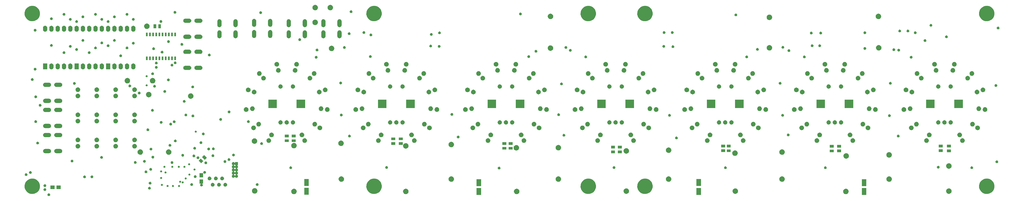
<source format=gts>
G04 #@! TF.FileFunction,Soldermask,Top*
%FSLAX46Y46*%
G04 Gerber Fmt 4.6, Leading zero omitted, Abs format (unit mm)*
G04 Created by KiCad (PCBNEW 4.0.2-4+6225~38~ubuntu15.04.1-stable) date Sa 05 Mär 2016 01:52:22 CET*
%MOMM*%
G01*
G04 APERTURE LIST*
%ADD10C,0.150000*%
G04 APERTURE END LIST*
D10*
G36*
X12312691Y-78297460D02*
X12417294Y-78318932D01*
X12515730Y-78360311D01*
X12604260Y-78420025D01*
X12679500Y-78495792D01*
X12738596Y-78584737D01*
X12779284Y-78683456D01*
X12799958Y-78787865D01*
X12799958Y-78787875D01*
X12800024Y-78788209D01*
X12798321Y-78910174D01*
X12798245Y-78910508D01*
X12798245Y-78910519D01*
X12774666Y-79014302D01*
X12731233Y-79111853D01*
X12669681Y-79199109D01*
X12592348Y-79272752D01*
X12502193Y-79329966D01*
X12402636Y-79368583D01*
X12297478Y-79387124D01*
X12190719Y-79384889D01*
X12086421Y-79361957D01*
X11988574Y-79319209D01*
X11900891Y-79258267D01*
X11826712Y-79181452D01*
X11768867Y-79091695D01*
X11729558Y-78992413D01*
X11710281Y-78887380D01*
X11711773Y-78780610D01*
X11733973Y-78676164D01*
X11776041Y-78578014D01*
X11836369Y-78489907D01*
X11912663Y-78415193D01*
X12002014Y-78356724D01*
X12101021Y-78316723D01*
X12205909Y-78296715D01*
X12312691Y-78297460D01*
X12312691Y-78297460D01*
G37*
G36*
X186523300Y-78969540D02*
X184723100Y-78969540D01*
X184723100Y-76168580D01*
X186523300Y-76168580D01*
X186523300Y-78969540D01*
X186523300Y-78969540D01*
G37*
G36*
X341869700Y-78956840D02*
X340069500Y-78956840D01*
X340069500Y-76155880D01*
X341869700Y-76155880D01*
X341869700Y-78956840D01*
X341869700Y-78956840D01*
G37*
G36*
X275156600Y-78944140D02*
X273356400Y-78944140D01*
X273356400Y-76143180D01*
X275156600Y-76143180D01*
X275156600Y-78944140D01*
X275156600Y-78944140D01*
G37*
G36*
X117079700Y-78893340D02*
X115279500Y-78893340D01*
X115279500Y-76092380D01*
X117079700Y-76092380D01*
X117079700Y-78893340D01*
X117079700Y-78893340D01*
G37*
G36*
X111202437Y-76421531D02*
X111413755Y-76464909D01*
X111612617Y-76548503D01*
X111791459Y-76669133D01*
X111943468Y-76822207D01*
X112062842Y-77001881D01*
X112145048Y-77201324D01*
X112186881Y-77412596D01*
X112186881Y-77412605D01*
X112186947Y-77412939D01*
X112183506Y-77659334D01*
X112183430Y-77659668D01*
X112183430Y-77659680D01*
X112135717Y-77869693D01*
X112047974Y-78066765D01*
X111923626Y-78243040D01*
X111767402Y-78391810D01*
X111585267Y-78507396D01*
X111384143Y-78585408D01*
X111171702Y-78622866D01*
X110956028Y-78618349D01*
X110745334Y-78572025D01*
X110547656Y-78485661D01*
X110370518Y-78362547D01*
X110220663Y-78207367D01*
X110103807Y-78026044D01*
X110024395Y-77825471D01*
X109985452Y-77613288D01*
X109988465Y-77397589D01*
X110033314Y-77186586D01*
X110118298Y-76988306D01*
X110240173Y-76810312D01*
X110394301Y-76659377D01*
X110574808Y-76541257D01*
X110774821Y-76460446D01*
X110986718Y-76420025D01*
X111202437Y-76421531D01*
X111202437Y-76421531D01*
G37*
G36*
X156287437Y-76421531D02*
X156498755Y-76464909D01*
X156697617Y-76548503D01*
X156876459Y-76669133D01*
X157028468Y-76822207D01*
X157147842Y-77001881D01*
X157230048Y-77201324D01*
X157271881Y-77412596D01*
X157271881Y-77412605D01*
X157271947Y-77412939D01*
X157268506Y-77659334D01*
X157268430Y-77659668D01*
X157268430Y-77659680D01*
X157220717Y-77869693D01*
X157132974Y-78066765D01*
X157008626Y-78243040D01*
X156852402Y-78391810D01*
X156670267Y-78507396D01*
X156469143Y-78585408D01*
X156256702Y-78622866D01*
X156041028Y-78618349D01*
X155830334Y-78572025D01*
X155632656Y-78485661D01*
X155455518Y-78362547D01*
X155305663Y-78207367D01*
X155188807Y-78026044D01*
X155109395Y-77825471D01*
X155070452Y-77613288D01*
X155073465Y-77397589D01*
X155118314Y-77186586D01*
X155203298Y-76988306D01*
X155325173Y-76810312D01*
X155479301Y-76659377D01*
X155659808Y-76541257D01*
X155859821Y-76460446D01*
X156071718Y-76420025D01*
X156287437Y-76421531D01*
X156287437Y-76421531D01*
G37*
G36*
X200991437Y-76421531D02*
X201202755Y-76464909D01*
X201401617Y-76548503D01*
X201580459Y-76669133D01*
X201732468Y-76822207D01*
X201851842Y-77001881D01*
X201934048Y-77201324D01*
X201975881Y-77412596D01*
X201975881Y-77412605D01*
X201975947Y-77412939D01*
X201972506Y-77659334D01*
X201972430Y-77659668D01*
X201972430Y-77659680D01*
X201924717Y-77869693D01*
X201836974Y-78066765D01*
X201712626Y-78243040D01*
X201556402Y-78391810D01*
X201374267Y-78507396D01*
X201173143Y-78585408D01*
X200960702Y-78622866D01*
X200745028Y-78618349D01*
X200534334Y-78572025D01*
X200336656Y-78485661D01*
X200159518Y-78362547D01*
X200009663Y-78207367D01*
X199892807Y-78026044D01*
X199813395Y-77825471D01*
X199774452Y-77613288D01*
X199777465Y-77397589D01*
X199822314Y-77186586D01*
X199907298Y-76988306D01*
X200029173Y-76810312D01*
X200183301Y-76659377D01*
X200363808Y-76541257D01*
X200563821Y-76460446D01*
X200775718Y-76420025D01*
X200991437Y-76421531D01*
X200991437Y-76421531D01*
G37*
G36*
X333706437Y-76421531D02*
X333917755Y-76464909D01*
X334116617Y-76548503D01*
X334295459Y-76669133D01*
X334447468Y-76822207D01*
X334566842Y-77001881D01*
X334649048Y-77201324D01*
X334690881Y-77412596D01*
X334690881Y-77412605D01*
X334690947Y-77412939D01*
X334687506Y-77659334D01*
X334687430Y-77659668D01*
X334687430Y-77659680D01*
X334639717Y-77869693D01*
X334551974Y-78066765D01*
X334427626Y-78243040D01*
X334271402Y-78391810D01*
X334089267Y-78507396D01*
X333888143Y-78585408D01*
X333675702Y-78622866D01*
X333460028Y-78618349D01*
X333249334Y-78572025D01*
X333051656Y-78485661D01*
X332874518Y-78362547D01*
X332724663Y-78207367D01*
X332607807Y-78026044D01*
X332528395Y-77825471D01*
X332489452Y-77613288D01*
X332492465Y-77397589D01*
X332537314Y-77186586D01*
X332622298Y-76988306D01*
X332744173Y-76810312D01*
X332898301Y-76659377D01*
X333078808Y-76541257D01*
X333278821Y-76460446D01*
X333490718Y-76420025D01*
X333706437Y-76421531D01*
X333706437Y-76421531D01*
G37*
G36*
X230068606Y-72340063D02*
X230664133Y-72462307D01*
X231224569Y-72697892D01*
X231728576Y-73037849D01*
X232156955Y-73469229D01*
X232493385Y-73975596D01*
X232725052Y-74537663D01*
X232843068Y-75133686D01*
X232843068Y-75133700D01*
X232843133Y-75134029D01*
X232833437Y-75828413D01*
X232833361Y-75828747D01*
X232833361Y-75828759D01*
X232698752Y-76421246D01*
X232451479Y-76976630D01*
X232101043Y-77473405D01*
X231660784Y-77892658D01*
X231147486Y-78218406D01*
X230580685Y-78438255D01*
X229981982Y-78543821D01*
X229374174Y-78531090D01*
X228780407Y-78400542D01*
X228223316Y-78157155D01*
X227724106Y-77810194D01*
X227301792Y-77372875D01*
X226972467Y-76861864D01*
X226748668Y-76296613D01*
X226638922Y-75698654D01*
X226647411Y-75090773D01*
X226773808Y-74496119D01*
X227013303Y-73937336D01*
X227356770Y-73435716D01*
X227791129Y-73010359D01*
X228299832Y-72677473D01*
X228863506Y-72449734D01*
X229460676Y-72335818D01*
X230068606Y-72340063D01*
X230068606Y-72340063D01*
G37*
G36*
X390723606Y-72340063D02*
X391319133Y-72462307D01*
X391879569Y-72697892D01*
X392383576Y-73037849D01*
X392811955Y-73469229D01*
X393148385Y-73975596D01*
X393380052Y-74537663D01*
X393498068Y-75133686D01*
X393498068Y-75133700D01*
X393498133Y-75134029D01*
X393488437Y-75828413D01*
X393488361Y-75828747D01*
X393488361Y-75828759D01*
X393353752Y-76421246D01*
X393106479Y-76976630D01*
X392756043Y-77473405D01*
X392315784Y-77892658D01*
X391802486Y-78218406D01*
X391235685Y-78438255D01*
X390636982Y-78543821D01*
X390029174Y-78531090D01*
X389435407Y-78400542D01*
X388878316Y-78157155D01*
X388379106Y-77810194D01*
X387956792Y-77372875D01*
X387627467Y-76861864D01*
X387403668Y-76296613D01*
X387293922Y-75698654D01*
X387302411Y-75090773D01*
X387428808Y-74496119D01*
X387668303Y-73937336D01*
X388011770Y-73435716D01*
X388446129Y-73010359D01*
X388954832Y-72677473D01*
X389518506Y-72449734D01*
X390115676Y-72335818D01*
X390723606Y-72340063D01*
X390723606Y-72340063D01*
G37*
G36*
X143708606Y-72340063D02*
X144304133Y-72462307D01*
X144864569Y-72697892D01*
X145368576Y-73037849D01*
X145796955Y-73469229D01*
X146133385Y-73975596D01*
X146365052Y-74537663D01*
X146483068Y-75133686D01*
X146483068Y-75133700D01*
X146483133Y-75134029D01*
X146473437Y-75828413D01*
X146473361Y-75828747D01*
X146473361Y-75828759D01*
X146338752Y-76421246D01*
X146091479Y-76976630D01*
X145741043Y-77473405D01*
X145300784Y-77892658D01*
X144787486Y-78218406D01*
X144220685Y-78438255D01*
X143621982Y-78543821D01*
X143014174Y-78531090D01*
X142420407Y-78400542D01*
X141863316Y-78157155D01*
X141364106Y-77810194D01*
X140941792Y-77372875D01*
X140612467Y-76861864D01*
X140388668Y-76296613D01*
X140278922Y-75698654D01*
X140287411Y-75090773D01*
X140413808Y-74496119D01*
X140653303Y-73937336D01*
X140996770Y-73435716D01*
X141431129Y-73010359D01*
X141939832Y-72677473D01*
X142503506Y-72449734D01*
X143100676Y-72335818D01*
X143708606Y-72340063D01*
X143708606Y-72340063D01*
G37*
G36*
X5913606Y-72340063D02*
X6509133Y-72462307D01*
X7069569Y-72697892D01*
X7573576Y-73037849D01*
X8001955Y-73469229D01*
X8338385Y-73975596D01*
X8570052Y-74537663D01*
X8688068Y-75133686D01*
X8688068Y-75133700D01*
X8688133Y-75134029D01*
X8678437Y-75828413D01*
X8678361Y-75828747D01*
X8678361Y-75828759D01*
X8543752Y-76421246D01*
X8296479Y-76976630D01*
X7946043Y-77473405D01*
X7505784Y-77892658D01*
X6992486Y-78218406D01*
X6425685Y-78438255D01*
X5826982Y-78543821D01*
X5219174Y-78531090D01*
X4625407Y-78400542D01*
X4068316Y-78157155D01*
X3569106Y-77810194D01*
X3146792Y-77372875D01*
X2817467Y-76861864D01*
X2593668Y-76296613D01*
X2483922Y-75698654D01*
X2492411Y-75090773D01*
X2618808Y-74496119D01*
X2858303Y-73937336D01*
X3201770Y-73435716D01*
X3636129Y-73010359D01*
X4144832Y-72677473D01*
X4708506Y-72449734D01*
X5305676Y-72335818D01*
X5913606Y-72340063D01*
X5913606Y-72340063D01*
G37*
G36*
X252928606Y-72340063D02*
X253524133Y-72462307D01*
X254084569Y-72697892D01*
X254588576Y-73037849D01*
X255016955Y-73469229D01*
X255353385Y-73975596D01*
X255585052Y-74537663D01*
X255703068Y-75133686D01*
X255703068Y-75133700D01*
X255703133Y-75134029D01*
X255693437Y-75828413D01*
X255693361Y-75828747D01*
X255693361Y-75828759D01*
X255558752Y-76421246D01*
X255311479Y-76976630D01*
X254961043Y-77473405D01*
X254520784Y-77892658D01*
X254007486Y-78218406D01*
X253440685Y-78438255D01*
X252841982Y-78543821D01*
X252234174Y-78531090D01*
X251640407Y-78400542D01*
X251083316Y-78157155D01*
X250584106Y-77810194D01*
X250161792Y-77372875D01*
X249832467Y-76861864D01*
X249608668Y-76296613D01*
X249498922Y-75698654D01*
X249507411Y-75090773D01*
X249633808Y-74496119D01*
X249873303Y-73937336D01*
X250216770Y-73435716D01*
X250651129Y-73010359D01*
X251159832Y-72677473D01*
X251723506Y-72449734D01*
X252320676Y-72335818D01*
X252928606Y-72340063D01*
X252928606Y-72340063D01*
G37*
G36*
X375235437Y-76294531D02*
X375446755Y-76337909D01*
X375645617Y-76421503D01*
X375824459Y-76542133D01*
X375976468Y-76695207D01*
X376095842Y-76874881D01*
X376178048Y-77074324D01*
X376219881Y-77285596D01*
X376219881Y-77285605D01*
X376219947Y-77285939D01*
X376216506Y-77532334D01*
X376216430Y-77532668D01*
X376216430Y-77532680D01*
X376168717Y-77742693D01*
X376080974Y-77939765D01*
X375956626Y-78116040D01*
X375800402Y-78264810D01*
X375618267Y-78380396D01*
X375417143Y-78458408D01*
X375204702Y-78495866D01*
X374989028Y-78491349D01*
X374778334Y-78445025D01*
X374580656Y-78358661D01*
X374403518Y-78235547D01*
X374253663Y-78080367D01*
X374136807Y-77899044D01*
X374057395Y-77698471D01*
X374018452Y-77486288D01*
X374021465Y-77270589D01*
X374066314Y-77059586D01*
X374151298Y-76861306D01*
X374273173Y-76683312D01*
X374427301Y-76532377D01*
X374607808Y-76414257D01*
X374807821Y-76333446D01*
X375019718Y-76293025D01*
X375235437Y-76294531D01*
X375235437Y-76294531D01*
G37*
G36*
X289129437Y-76294531D02*
X289340755Y-76337909D01*
X289539617Y-76421503D01*
X289718459Y-76542133D01*
X289870468Y-76695207D01*
X289989842Y-76874881D01*
X290072048Y-77074324D01*
X290113881Y-77285596D01*
X290113881Y-77285605D01*
X290113947Y-77285939D01*
X290110506Y-77532334D01*
X290110430Y-77532668D01*
X290110430Y-77532680D01*
X290062717Y-77742693D01*
X289974974Y-77939765D01*
X289850626Y-78116040D01*
X289694402Y-78264810D01*
X289512267Y-78380396D01*
X289311143Y-78458408D01*
X289098702Y-78495866D01*
X288883028Y-78491349D01*
X288672334Y-78445025D01*
X288474656Y-78358661D01*
X288297518Y-78235547D01*
X288147663Y-78080367D01*
X288030807Y-77899044D01*
X287951395Y-77698471D01*
X287912452Y-77486288D01*
X287915465Y-77270589D01*
X287960314Y-77059586D01*
X288045298Y-76861306D01*
X288167173Y-76683312D01*
X288321301Y-76532377D01*
X288501808Y-76414257D01*
X288701821Y-76333446D01*
X288913718Y-76293025D01*
X289129437Y-76294531D01*
X289129437Y-76294531D01*
G37*
G36*
X245187437Y-76294531D02*
X245398755Y-76337909D01*
X245597617Y-76421503D01*
X245776459Y-76542133D01*
X245928468Y-76695207D01*
X246047842Y-76874881D01*
X246130048Y-77074324D01*
X246171881Y-77285596D01*
X246171881Y-77285605D01*
X246171947Y-77285939D01*
X246168506Y-77532334D01*
X246168430Y-77532668D01*
X246168430Y-77532680D01*
X246120717Y-77742693D01*
X246032974Y-77939765D01*
X245908626Y-78116040D01*
X245752402Y-78264810D01*
X245570267Y-78380396D01*
X245369143Y-78458408D01*
X245156702Y-78495866D01*
X244941028Y-78491349D01*
X244730334Y-78445025D01*
X244532656Y-78358661D01*
X244355518Y-78235547D01*
X244205663Y-78080367D01*
X244088807Y-77899044D01*
X244009395Y-77698471D01*
X243970452Y-77486288D01*
X243973465Y-77270589D01*
X244018314Y-77059586D01*
X244103298Y-76861306D01*
X244225173Y-76683312D01*
X244379301Y-76532377D01*
X244559808Y-76414257D01*
X244759821Y-76333446D01*
X244971718Y-76293025D01*
X245187437Y-76294531D01*
X245187437Y-76294531D01*
G37*
G36*
X95365537Y-76192931D02*
X95576855Y-76236309D01*
X95775717Y-76319903D01*
X95954559Y-76440533D01*
X96106568Y-76593607D01*
X96225942Y-76773281D01*
X96308148Y-76972724D01*
X96349981Y-77183996D01*
X96349981Y-77184005D01*
X96350047Y-77184339D01*
X96346606Y-77430734D01*
X96346530Y-77431068D01*
X96346530Y-77431080D01*
X96298817Y-77641093D01*
X96211074Y-77838165D01*
X96086726Y-78014440D01*
X95930502Y-78163210D01*
X95748367Y-78278796D01*
X95547243Y-78356808D01*
X95334802Y-78394266D01*
X95119128Y-78389749D01*
X94908434Y-78343425D01*
X94710756Y-78257061D01*
X94533618Y-78133947D01*
X94383763Y-77978767D01*
X94266907Y-77797444D01*
X94187495Y-77596871D01*
X94148552Y-77384688D01*
X94151565Y-77168989D01*
X94196414Y-76957986D01*
X94281398Y-76759706D01*
X94403273Y-76581712D01*
X94557401Y-76430777D01*
X94737908Y-76312657D01*
X94937921Y-76231846D01*
X95149818Y-76191425D01*
X95365537Y-76192931D01*
X95365537Y-76192931D01*
G37*
G36*
X10725191Y-76227360D02*
X10829794Y-76248832D01*
X10928230Y-76290211D01*
X11016760Y-76349925D01*
X11092000Y-76425692D01*
X11151096Y-76514637D01*
X11191784Y-76613356D01*
X11212458Y-76717765D01*
X11212458Y-76717775D01*
X11212524Y-76718109D01*
X11210821Y-76840074D01*
X11210745Y-76840408D01*
X11210745Y-76840419D01*
X11187166Y-76944202D01*
X11143733Y-77041753D01*
X11082181Y-77129009D01*
X11004848Y-77202652D01*
X10914693Y-77259866D01*
X10815136Y-77298483D01*
X10709978Y-77317024D01*
X10603219Y-77314789D01*
X10498921Y-77291857D01*
X10401074Y-77249109D01*
X10313391Y-77188167D01*
X10239212Y-77111352D01*
X10181367Y-77021595D01*
X10142058Y-76922313D01*
X10122781Y-76817280D01*
X10124273Y-76710510D01*
X10146473Y-76606064D01*
X10188541Y-76507914D01*
X10248869Y-76419807D01*
X10325163Y-76345093D01*
X10414514Y-76286624D01*
X10513521Y-76246623D01*
X10618409Y-76226615D01*
X10725191Y-76227360D01*
X10725191Y-76227360D01*
G37*
G36*
X52889191Y-75655860D02*
X52993794Y-75677332D01*
X53092230Y-75718711D01*
X53180760Y-75778425D01*
X53256000Y-75854192D01*
X53315096Y-75943137D01*
X53355784Y-76041856D01*
X53376458Y-76146265D01*
X53376458Y-76146275D01*
X53376524Y-76146609D01*
X53374821Y-76268574D01*
X53374745Y-76268908D01*
X53374745Y-76268919D01*
X53351166Y-76372702D01*
X53307733Y-76470253D01*
X53246181Y-76557509D01*
X53168848Y-76631152D01*
X53078693Y-76688366D01*
X52979136Y-76726983D01*
X52873978Y-76745524D01*
X52767219Y-76743289D01*
X52662921Y-76720357D01*
X52565074Y-76677609D01*
X52477391Y-76616667D01*
X52403212Y-76539852D01*
X52345367Y-76450095D01*
X52306058Y-76350813D01*
X52286781Y-76245780D01*
X52288273Y-76139010D01*
X52310473Y-76034564D01*
X52352541Y-75936414D01*
X52412869Y-75848307D01*
X52489163Y-75773593D01*
X52578514Y-75715124D01*
X52677521Y-75675123D01*
X52782409Y-75655115D01*
X52889191Y-75655860D01*
X52889191Y-75655860D01*
G37*
G36*
X14573300Y-76582100D02*
X12873300Y-76582100D01*
X12873300Y-75132100D01*
X14573300Y-75132100D01*
X14573300Y-76582100D01*
X14573300Y-76582100D01*
G37*
G36*
X17073300Y-76582100D02*
X15373300Y-76582100D01*
X15373300Y-75132100D01*
X17073300Y-75132100D01*
X17073300Y-76582100D01*
X17073300Y-76582100D01*
G37*
G36*
X10725191Y-74627160D02*
X10829794Y-74648632D01*
X10928230Y-74690011D01*
X11016760Y-74749725D01*
X11092000Y-74825492D01*
X11151096Y-74914437D01*
X11191784Y-75013156D01*
X11212458Y-75117565D01*
X11212458Y-75117575D01*
X11212524Y-75117909D01*
X11210821Y-75239874D01*
X11210745Y-75240208D01*
X11210745Y-75240219D01*
X11187166Y-75344002D01*
X11143733Y-75441553D01*
X11082181Y-75528809D01*
X11004848Y-75602452D01*
X10914693Y-75659666D01*
X10815136Y-75698283D01*
X10709978Y-75716824D01*
X10603219Y-75714589D01*
X10498921Y-75691657D01*
X10401074Y-75648909D01*
X10313391Y-75587967D01*
X10239212Y-75511152D01*
X10181367Y-75421395D01*
X10142058Y-75322113D01*
X10122781Y-75217080D01*
X10124273Y-75110310D01*
X10146473Y-75005864D01*
X10188541Y-74907714D01*
X10248869Y-74819607D01*
X10325163Y-74744893D01*
X10414514Y-74686424D01*
X10513521Y-74646423D01*
X10618409Y-74626415D01*
X10725191Y-74627160D01*
X10725191Y-74627160D01*
G37*
G36*
X62335513Y-74911265D02*
X62412357Y-74927039D01*
X62484669Y-74957436D01*
X62549706Y-75001304D01*
X62604978Y-75056963D01*
X62648391Y-75122304D01*
X62678282Y-75194825D01*
X62693451Y-75271433D01*
X62693451Y-75271444D01*
X62693517Y-75271778D01*
X62692266Y-75361376D01*
X62692189Y-75361715D01*
X62692189Y-75361718D01*
X62674888Y-75437874D01*
X62642983Y-75509533D01*
X62597766Y-75573633D01*
X62540954Y-75627733D01*
X62474725Y-75669763D01*
X62401588Y-75698132D01*
X62324339Y-75711752D01*
X62245911Y-75710110D01*
X62169293Y-75693264D01*
X62097414Y-75661861D01*
X62032994Y-75617088D01*
X61978504Y-75560662D01*
X61936010Y-75494725D01*
X61907134Y-75421791D01*
X61892972Y-75344630D01*
X61894068Y-75266195D01*
X61910376Y-75189468D01*
X61941280Y-75117365D01*
X61985598Y-75052640D01*
X62041646Y-74997753D01*
X62107284Y-74954801D01*
X62180017Y-74925415D01*
X62257068Y-74910717D01*
X62335513Y-74911265D01*
X62335513Y-74911265D01*
G37*
G36*
X64812013Y-74911265D02*
X64888857Y-74927039D01*
X64961169Y-74957436D01*
X65026206Y-75001304D01*
X65081478Y-75056963D01*
X65124891Y-75122304D01*
X65154782Y-75194825D01*
X65169951Y-75271433D01*
X65169951Y-75271444D01*
X65170017Y-75271778D01*
X65168766Y-75361376D01*
X65168689Y-75361715D01*
X65168689Y-75361718D01*
X65151388Y-75437874D01*
X65119483Y-75509533D01*
X65074266Y-75573633D01*
X65017454Y-75627733D01*
X64951225Y-75669763D01*
X64878088Y-75698132D01*
X64800839Y-75711752D01*
X64722411Y-75710110D01*
X64645793Y-75693264D01*
X64573914Y-75661861D01*
X64509494Y-75617088D01*
X64455004Y-75560662D01*
X64412510Y-75494725D01*
X64383634Y-75421791D01*
X64369472Y-75344630D01*
X64370568Y-75266195D01*
X64386876Y-75189468D01*
X64417780Y-75117365D01*
X64462098Y-75052640D01*
X64518146Y-74997753D01*
X64583784Y-74954801D01*
X64656517Y-74925415D01*
X64733568Y-74910717D01*
X64812013Y-74911265D01*
X64812013Y-74911265D01*
G37*
G36*
X60176513Y-74911265D02*
X60253357Y-74927039D01*
X60325669Y-74957436D01*
X60390706Y-75001304D01*
X60445978Y-75056963D01*
X60489391Y-75122304D01*
X60519282Y-75194825D01*
X60534451Y-75271433D01*
X60534451Y-75271444D01*
X60534517Y-75271778D01*
X60533266Y-75361376D01*
X60533189Y-75361715D01*
X60533189Y-75361718D01*
X60515888Y-75437874D01*
X60483983Y-75509533D01*
X60438766Y-75573633D01*
X60381954Y-75627733D01*
X60315725Y-75669763D01*
X60242588Y-75698132D01*
X60165339Y-75711752D01*
X60086911Y-75710110D01*
X60010293Y-75693264D01*
X59938414Y-75661861D01*
X59873994Y-75617088D01*
X59819504Y-75560662D01*
X59777010Y-75494725D01*
X59748134Y-75421791D01*
X59733972Y-75344630D01*
X59735068Y-75266195D01*
X59751376Y-75189468D01*
X59782280Y-75117365D01*
X59826598Y-75052640D01*
X59882646Y-74997753D01*
X59948284Y-74954801D01*
X60021017Y-74925415D01*
X60098068Y-74910717D01*
X60176513Y-74911265D01*
X60176513Y-74911265D01*
G37*
G36*
X83468068Y-74068505D02*
X83614146Y-74098491D01*
X83751614Y-74156277D01*
X83875246Y-74239667D01*
X83980320Y-74345477D01*
X84062846Y-74469688D01*
X84119668Y-74607552D01*
X84148567Y-74753495D01*
X84148567Y-74753510D01*
X84148632Y-74753839D01*
X84146254Y-74924164D01*
X84146178Y-74924498D01*
X84146178Y-74924510D01*
X84113220Y-75069580D01*
X84052565Y-75205811D01*
X83966607Y-75327665D01*
X83858612Y-75430507D01*
X83732708Y-75510407D01*
X83593676Y-75564336D01*
X83446822Y-75590229D01*
X83297732Y-75587107D01*
X83152082Y-75555083D01*
X83015440Y-75495386D01*
X82892981Y-75410275D01*
X82789393Y-75303006D01*
X82708615Y-75177662D01*
X82653718Y-75039011D01*
X82626798Y-74892334D01*
X82628881Y-74743228D01*
X82659884Y-74597367D01*
X82718631Y-74460301D01*
X82802880Y-74337259D01*
X82909425Y-74232921D01*
X83034202Y-74151269D01*
X83172470Y-74095405D01*
X83318946Y-74067463D01*
X83468068Y-74068505D01*
X83468068Y-74068505D01*
G37*
G36*
X80928068Y-74068505D02*
X81074146Y-74098491D01*
X81211614Y-74156277D01*
X81335246Y-74239667D01*
X81440320Y-74345477D01*
X81522846Y-74469688D01*
X81579668Y-74607552D01*
X81608567Y-74753495D01*
X81608567Y-74753510D01*
X81608632Y-74753839D01*
X81606254Y-74924164D01*
X81606178Y-74924498D01*
X81606178Y-74924510D01*
X81573220Y-75069580D01*
X81512565Y-75205811D01*
X81426607Y-75327665D01*
X81318612Y-75430507D01*
X81192708Y-75510407D01*
X81053676Y-75564336D01*
X80906822Y-75590229D01*
X80757732Y-75587107D01*
X80612082Y-75555083D01*
X80475440Y-75495386D01*
X80352981Y-75410275D01*
X80249393Y-75303006D01*
X80168615Y-75177662D01*
X80113718Y-75039011D01*
X80086798Y-74892334D01*
X80088881Y-74743228D01*
X80119884Y-74597367D01*
X80178631Y-74460301D01*
X80262880Y-74337259D01*
X80369425Y-74232921D01*
X80494202Y-74151269D01*
X80632470Y-74095405D01*
X80778946Y-74067463D01*
X80928068Y-74068505D01*
X80928068Y-74068505D01*
G37*
G36*
X78388068Y-74068505D02*
X78534146Y-74098491D01*
X78671614Y-74156277D01*
X78795246Y-74239667D01*
X78900320Y-74345477D01*
X78982846Y-74469688D01*
X79039668Y-74607552D01*
X79068567Y-74753495D01*
X79068567Y-74753510D01*
X79068632Y-74753839D01*
X79066254Y-74924164D01*
X79066178Y-74924498D01*
X79066178Y-74924510D01*
X79033220Y-75069580D01*
X78972565Y-75205811D01*
X78886607Y-75327665D01*
X78778612Y-75430507D01*
X78652708Y-75510407D01*
X78513676Y-75564336D01*
X78366822Y-75590229D01*
X78217732Y-75587107D01*
X78072082Y-75555083D01*
X77935440Y-75495386D01*
X77812981Y-75410275D01*
X77709393Y-75303006D01*
X77628615Y-75177662D01*
X77573718Y-75039011D01*
X77546798Y-74892334D01*
X77548881Y-74743228D01*
X77579884Y-74597367D01*
X77638631Y-74460301D01*
X77722880Y-74337259D01*
X77829425Y-74232921D01*
X77954202Y-74151269D01*
X78092470Y-74095405D01*
X78238946Y-74067463D01*
X78388068Y-74068505D01*
X78388068Y-74068505D01*
G37*
G36*
X74448500Y-74363000D02*
X74109102Y-74363000D01*
X74095172Y-74364980D01*
X74082346Y-74370761D01*
X74071638Y-74379888D01*
X74063896Y-74391636D01*
X74059734Y-74405076D01*
X74059481Y-74419143D01*
X74063157Y-74432724D01*
X74070471Y-74444743D01*
X74081142Y-74454452D01*
X74161160Y-74508425D01*
X74236400Y-74584192D01*
X74295496Y-74673137D01*
X74336184Y-74771856D01*
X74356858Y-74876265D01*
X74356858Y-74876275D01*
X74356924Y-74876609D01*
X74355221Y-74998574D01*
X74355145Y-74998908D01*
X74355145Y-74998919D01*
X74331566Y-75102702D01*
X74288133Y-75200253D01*
X74226581Y-75287509D01*
X74149248Y-75361152D01*
X74059093Y-75418366D01*
X73959536Y-75456983D01*
X73854378Y-75475524D01*
X73747619Y-75473289D01*
X73643321Y-75450357D01*
X73545474Y-75407609D01*
X73457791Y-75346667D01*
X73383612Y-75269852D01*
X73325767Y-75180095D01*
X73286458Y-75080813D01*
X73267181Y-74975780D01*
X73268673Y-74869010D01*
X73290873Y-74764564D01*
X73332941Y-74666414D01*
X73393269Y-74578307D01*
X73469563Y-74503593D01*
X73544070Y-74454838D01*
X73554642Y-74445555D01*
X73562209Y-74433693D01*
X73566172Y-74420193D01*
X73566217Y-74406124D01*
X73562340Y-74392599D01*
X73554850Y-74380689D01*
X73544337Y-74371338D01*
X73531636Y-74365285D01*
X73516692Y-74363000D01*
X72998500Y-74363000D01*
X72998500Y-72663000D01*
X74448500Y-72663000D01*
X74448500Y-74363000D01*
X74448500Y-74363000D01*
G37*
G36*
X186523300Y-75367820D02*
X184723100Y-75367820D01*
X184723100Y-72566860D01*
X186523300Y-72566860D01*
X186523300Y-75367820D01*
X186523300Y-75367820D01*
G37*
G36*
X341869700Y-75355120D02*
X340069500Y-75355120D01*
X340069500Y-72554160D01*
X341869700Y-72554160D01*
X341869700Y-75355120D01*
X341869700Y-75355120D01*
G37*
G36*
X275156600Y-75342420D02*
X273356400Y-75342420D01*
X273356400Y-72541460D01*
X275156600Y-72541460D01*
X275156600Y-75342420D01*
X275156600Y-75342420D01*
G37*
G36*
X117079700Y-75291620D02*
X115279500Y-75291620D01*
X115279500Y-72490660D01*
X117079700Y-72490660D01*
X117079700Y-75291620D01*
X117079700Y-75291620D01*
G37*
G36*
X69907191Y-74182660D02*
X70011794Y-74204132D01*
X70110230Y-74245511D01*
X70198760Y-74305225D01*
X70274000Y-74380992D01*
X70333096Y-74469937D01*
X70373784Y-74568656D01*
X70394458Y-74673065D01*
X70394458Y-74673075D01*
X70394524Y-74673409D01*
X70392821Y-74795374D01*
X70392745Y-74795708D01*
X70392745Y-74795719D01*
X70369166Y-74899502D01*
X70325733Y-74997053D01*
X70264181Y-75084309D01*
X70186848Y-75157952D01*
X70096693Y-75215166D01*
X69997136Y-75253783D01*
X69891978Y-75272324D01*
X69785219Y-75270089D01*
X69680921Y-75247157D01*
X69583074Y-75204409D01*
X69495391Y-75143467D01*
X69421212Y-75066652D01*
X69363367Y-74976895D01*
X69324058Y-74877613D01*
X69304781Y-74772580D01*
X69306273Y-74665810D01*
X69328473Y-74561364D01*
X69370541Y-74463214D01*
X69430869Y-74375107D01*
X69507163Y-74300393D01*
X69596514Y-74241924D01*
X69695521Y-74201923D01*
X69800409Y-74181915D01*
X69907191Y-74182660D01*
X69907191Y-74182660D01*
G37*
G36*
X96323191Y-74182660D02*
X96427794Y-74204132D01*
X96526230Y-74245511D01*
X96614760Y-74305225D01*
X96690000Y-74380992D01*
X96749096Y-74469937D01*
X96789784Y-74568656D01*
X96810458Y-74673065D01*
X96810458Y-74673075D01*
X96810524Y-74673409D01*
X96808821Y-74795374D01*
X96808745Y-74795708D01*
X96808745Y-74795719D01*
X96785166Y-74899502D01*
X96741733Y-74997053D01*
X96680181Y-75084309D01*
X96602848Y-75157952D01*
X96512693Y-75215166D01*
X96413136Y-75253783D01*
X96307978Y-75272324D01*
X96201219Y-75270089D01*
X96096921Y-75247157D01*
X95999074Y-75204409D01*
X95911391Y-75143467D01*
X95837212Y-75066652D01*
X95779367Y-74976895D01*
X95740058Y-74877613D01*
X95720781Y-74772580D01*
X95722273Y-74665810D01*
X95744473Y-74561364D01*
X95786541Y-74463214D01*
X95846869Y-74375107D01*
X95923163Y-74300393D01*
X96012514Y-74241924D01*
X96111521Y-74201923D01*
X96216409Y-74181915D01*
X96323191Y-74182660D01*
X96323191Y-74182660D01*
G37*
G36*
X57890513Y-74466765D02*
X57967357Y-74482539D01*
X58039669Y-74512936D01*
X58104706Y-74556804D01*
X58159978Y-74612463D01*
X58203391Y-74677804D01*
X58233282Y-74750325D01*
X58248451Y-74826933D01*
X58248451Y-74826944D01*
X58248517Y-74827278D01*
X58247266Y-74916876D01*
X58247189Y-74917215D01*
X58247189Y-74917218D01*
X58229888Y-74993374D01*
X58197983Y-75065033D01*
X58152766Y-75129133D01*
X58095954Y-75183233D01*
X58029725Y-75225263D01*
X57956588Y-75253632D01*
X57879339Y-75267252D01*
X57800911Y-75265610D01*
X57724293Y-75248764D01*
X57652414Y-75217361D01*
X57587994Y-75172588D01*
X57533504Y-75116162D01*
X57491010Y-75050225D01*
X57462134Y-74977291D01*
X57447972Y-74900130D01*
X57449068Y-74821695D01*
X57465376Y-74744968D01*
X57496280Y-74672865D01*
X57540598Y-74608140D01*
X57596646Y-74553253D01*
X57662284Y-74510301D01*
X57735017Y-74480915D01*
X57812068Y-74466217D01*
X57890513Y-74466765D01*
X57890513Y-74466765D01*
G37*
G36*
X53143191Y-73623860D02*
X53247794Y-73645332D01*
X53346230Y-73686711D01*
X53434760Y-73746425D01*
X53510000Y-73822192D01*
X53569096Y-73911137D01*
X53609784Y-74009856D01*
X53630458Y-74114265D01*
X53630458Y-74114275D01*
X53630524Y-74114609D01*
X53628821Y-74236574D01*
X53628745Y-74236908D01*
X53628745Y-74236919D01*
X53605166Y-74340702D01*
X53561733Y-74438253D01*
X53500181Y-74525509D01*
X53422848Y-74599152D01*
X53332693Y-74656366D01*
X53233136Y-74694983D01*
X53127978Y-74713524D01*
X53021219Y-74711289D01*
X52916921Y-74688357D01*
X52819074Y-74645609D01*
X52731391Y-74584667D01*
X52657212Y-74507852D01*
X52599367Y-74418095D01*
X52560058Y-74318813D01*
X52540781Y-74213780D01*
X52542273Y-74107010D01*
X52564473Y-74002564D01*
X52606541Y-73904414D01*
X52666869Y-73816307D01*
X52743163Y-73741593D01*
X52832514Y-73683124D01*
X52931521Y-73643123D01*
X53036409Y-73623115D01*
X53143191Y-73623860D01*
X53143191Y-73623860D01*
G37*
G36*
X66272513Y-73450765D02*
X66349357Y-73466539D01*
X66421669Y-73496936D01*
X66486706Y-73540804D01*
X66541978Y-73596463D01*
X66585391Y-73661804D01*
X66615282Y-73734325D01*
X66630451Y-73810933D01*
X66630451Y-73810944D01*
X66630517Y-73811278D01*
X66629266Y-73900876D01*
X66629189Y-73901215D01*
X66629189Y-73901218D01*
X66611888Y-73977374D01*
X66579983Y-74049033D01*
X66534766Y-74113133D01*
X66477954Y-74167233D01*
X66411725Y-74209263D01*
X66338588Y-74237632D01*
X66261339Y-74251252D01*
X66182911Y-74249610D01*
X66106293Y-74232764D01*
X66034414Y-74201361D01*
X65969994Y-74156588D01*
X65915504Y-74100162D01*
X65873010Y-74034225D01*
X65844134Y-73961291D01*
X65829972Y-73884130D01*
X65831068Y-73805695D01*
X65847376Y-73728968D01*
X65878280Y-73656865D01*
X65922598Y-73592140D01*
X65978646Y-73537253D01*
X66044284Y-73494301D01*
X66117017Y-73464915D01*
X66194068Y-73450217D01*
X66272513Y-73450765D01*
X66272513Y-73450765D01*
G37*
G36*
X65256513Y-73196765D02*
X65333357Y-73212539D01*
X65405669Y-73242936D01*
X65470706Y-73286804D01*
X65525978Y-73342463D01*
X65569391Y-73407804D01*
X65599282Y-73480325D01*
X65614451Y-73556933D01*
X65614451Y-73556944D01*
X65614517Y-73557278D01*
X65613266Y-73646876D01*
X65613189Y-73647215D01*
X65613189Y-73647218D01*
X65595888Y-73723374D01*
X65563983Y-73795033D01*
X65518766Y-73859133D01*
X65461954Y-73913233D01*
X65395725Y-73955263D01*
X65322588Y-73983632D01*
X65245339Y-73997252D01*
X65166911Y-73995610D01*
X65090293Y-73978764D01*
X65018414Y-73947361D01*
X64953994Y-73902588D01*
X64899504Y-73846162D01*
X64857010Y-73780225D01*
X64828134Y-73707291D01*
X64813972Y-73630130D01*
X64815068Y-73551695D01*
X64831376Y-73474968D01*
X64862280Y-73402865D01*
X64906598Y-73338140D01*
X64962646Y-73283253D01*
X65028284Y-73240301D01*
X65101017Y-73210915D01*
X65178068Y-73196217D01*
X65256513Y-73196765D01*
X65256513Y-73196765D01*
G37*
G36*
X130290537Y-71417731D02*
X130501855Y-71461109D01*
X130700717Y-71544703D01*
X130879559Y-71665333D01*
X131031568Y-71818407D01*
X131150942Y-71998081D01*
X131233148Y-72197524D01*
X131274981Y-72408796D01*
X131274981Y-72408805D01*
X131275047Y-72409139D01*
X131271606Y-72655534D01*
X131271530Y-72655868D01*
X131271530Y-72655880D01*
X131223817Y-72865893D01*
X131136074Y-73062965D01*
X131011726Y-73239240D01*
X130855502Y-73388010D01*
X130673367Y-73503596D01*
X130472243Y-73581608D01*
X130259802Y-73619066D01*
X130044128Y-73614549D01*
X129833434Y-73568225D01*
X129635756Y-73481861D01*
X129458618Y-73358747D01*
X129308763Y-73203567D01*
X129191907Y-73022244D01*
X129112495Y-72821671D01*
X129073552Y-72609488D01*
X129076565Y-72393789D01*
X129121414Y-72182786D01*
X129206398Y-71984506D01*
X129328273Y-71806512D01*
X129482401Y-71655577D01*
X129662908Y-71537457D01*
X129862921Y-71456646D01*
X130074818Y-71416225D01*
X130290537Y-71417731D01*
X130290537Y-71417731D01*
G37*
G36*
X307963537Y-71417731D02*
X308174855Y-71461109D01*
X308373717Y-71544703D01*
X308552559Y-71665333D01*
X308704568Y-71818407D01*
X308823942Y-71998081D01*
X308906148Y-72197524D01*
X308947981Y-72408796D01*
X308947981Y-72408805D01*
X308948047Y-72409139D01*
X308944606Y-72655534D01*
X308944530Y-72655868D01*
X308944530Y-72655880D01*
X308896817Y-72865893D01*
X308809074Y-73062965D01*
X308684726Y-73239240D01*
X308528502Y-73388010D01*
X308346367Y-73503596D01*
X308145243Y-73581608D01*
X307932802Y-73619066D01*
X307717128Y-73614549D01*
X307506434Y-73568225D01*
X307308756Y-73481861D01*
X307131618Y-73358747D01*
X306981763Y-73203567D01*
X306864907Y-73022244D01*
X306785495Y-72821671D01*
X306746552Y-72609488D01*
X306749565Y-72393789D01*
X306794414Y-72182786D01*
X306879398Y-71984506D01*
X307001273Y-71806512D01*
X307155401Y-71655577D01*
X307335908Y-71537457D01*
X307535921Y-71456646D01*
X307747818Y-71416225D01*
X307963537Y-71417731D01*
X307963537Y-71417731D01*
G37*
G36*
X174613537Y-71417731D02*
X174824855Y-71461109D01*
X175023717Y-71544703D01*
X175202559Y-71665333D01*
X175354568Y-71818407D01*
X175473942Y-71998081D01*
X175556148Y-72197524D01*
X175597981Y-72408796D01*
X175597981Y-72408805D01*
X175598047Y-72409139D01*
X175594606Y-72655534D01*
X175594530Y-72655868D01*
X175594530Y-72655880D01*
X175546817Y-72865893D01*
X175459074Y-73062965D01*
X175334726Y-73239240D01*
X175178502Y-73388010D01*
X174996367Y-73503596D01*
X174795243Y-73581608D01*
X174582802Y-73619066D01*
X174367128Y-73614549D01*
X174156434Y-73568225D01*
X173958756Y-73481861D01*
X173781618Y-73358747D01*
X173631763Y-73203567D01*
X173514907Y-73022244D01*
X173435495Y-72821671D01*
X173396552Y-72609488D01*
X173399565Y-72393789D01*
X173444414Y-72182786D01*
X173529398Y-71984506D01*
X173651273Y-71806512D01*
X173805401Y-71655577D01*
X173985908Y-71537457D01*
X174185921Y-71456646D01*
X174397818Y-71416225D01*
X174613537Y-71417731D01*
X174613537Y-71417731D01*
G37*
G36*
X262243537Y-71417731D02*
X262454855Y-71461109D01*
X262653717Y-71544703D01*
X262832559Y-71665333D01*
X262984568Y-71818407D01*
X263103942Y-71998081D01*
X263186148Y-72197524D01*
X263227981Y-72408796D01*
X263227981Y-72408805D01*
X263228047Y-72409139D01*
X263224606Y-72655534D01*
X263224530Y-72655868D01*
X263224530Y-72655880D01*
X263176817Y-72865893D01*
X263089074Y-73062965D01*
X262964726Y-73239240D01*
X262808502Y-73388010D01*
X262626367Y-73503596D01*
X262425243Y-73581608D01*
X262212802Y-73619066D01*
X261997128Y-73614549D01*
X261786434Y-73568225D01*
X261588756Y-73481861D01*
X261411618Y-73358747D01*
X261261763Y-73203567D01*
X261144907Y-73022244D01*
X261065495Y-72821671D01*
X261026552Y-72609488D01*
X261029565Y-72393789D01*
X261074414Y-72182786D01*
X261159398Y-71984506D01*
X261281273Y-71806512D01*
X261435401Y-71655577D01*
X261615908Y-71537457D01*
X261815921Y-71456646D01*
X262027818Y-71416225D01*
X262243537Y-71417731D01*
X262243537Y-71417731D01*
G37*
G36*
X217793537Y-71417731D02*
X218004855Y-71461109D01*
X218203717Y-71544703D01*
X218382559Y-71665333D01*
X218534568Y-71818407D01*
X218653942Y-71998081D01*
X218736148Y-72197524D01*
X218777981Y-72408796D01*
X218777981Y-72408805D01*
X218778047Y-72409139D01*
X218774606Y-72655534D01*
X218774530Y-72655868D01*
X218774530Y-72655880D01*
X218726817Y-72865893D01*
X218639074Y-73062965D01*
X218514726Y-73239240D01*
X218358502Y-73388010D01*
X218176367Y-73503596D01*
X217975243Y-73581608D01*
X217762802Y-73619066D01*
X217547128Y-73614549D01*
X217336434Y-73568225D01*
X217138756Y-73481861D01*
X216961618Y-73358747D01*
X216811763Y-73203567D01*
X216694907Y-73022244D01*
X216615495Y-72821671D01*
X216576552Y-72609488D01*
X216579565Y-72393789D01*
X216624414Y-72182786D01*
X216709398Y-71984506D01*
X216831273Y-71806512D01*
X216985401Y-71655577D01*
X217165908Y-71537457D01*
X217365921Y-71456646D01*
X217577818Y-71416225D01*
X217793537Y-71417731D01*
X217793537Y-71417731D01*
G37*
G36*
X351143537Y-71417731D02*
X351354855Y-71461109D01*
X351553717Y-71544703D01*
X351732559Y-71665333D01*
X351884568Y-71818407D01*
X352003942Y-71998081D01*
X352086148Y-72197524D01*
X352127981Y-72408796D01*
X352127981Y-72408805D01*
X352128047Y-72409139D01*
X352124606Y-72655534D01*
X352124530Y-72655868D01*
X352124530Y-72655880D01*
X352076817Y-72865893D01*
X351989074Y-73062965D01*
X351864726Y-73239240D01*
X351708502Y-73388010D01*
X351526367Y-73503596D01*
X351325243Y-73581608D01*
X351112802Y-73619066D01*
X350897128Y-73614549D01*
X350686434Y-73568225D01*
X350488756Y-73481861D01*
X350311618Y-73358747D01*
X350161763Y-73203567D01*
X350044907Y-73022244D01*
X349965495Y-72821671D01*
X349926552Y-72609488D01*
X349929565Y-72393789D01*
X349974414Y-72182786D01*
X350059398Y-71984506D01*
X350181273Y-71806512D01*
X350335401Y-71655577D01*
X350515908Y-71537457D01*
X350715921Y-71456646D01*
X350927818Y-71416225D01*
X351143537Y-71417731D01*
X351143537Y-71417731D01*
G37*
G36*
X77118068Y-71528505D02*
X77264146Y-71558491D01*
X77401614Y-71616277D01*
X77525246Y-71699667D01*
X77630320Y-71805477D01*
X77712846Y-71929688D01*
X77769668Y-72067552D01*
X77798567Y-72213495D01*
X77798567Y-72213510D01*
X77798632Y-72213839D01*
X77796254Y-72384164D01*
X77796178Y-72384498D01*
X77796178Y-72384510D01*
X77763220Y-72529580D01*
X77702565Y-72665811D01*
X77616607Y-72787665D01*
X77508612Y-72890507D01*
X77382708Y-72970407D01*
X77243676Y-73024336D01*
X77096822Y-73050229D01*
X76947732Y-73047107D01*
X76802082Y-73015083D01*
X76665440Y-72955386D01*
X76542981Y-72870275D01*
X76439393Y-72763006D01*
X76358615Y-72637662D01*
X76303718Y-72499011D01*
X76276798Y-72352334D01*
X76278881Y-72203228D01*
X76309884Y-72057367D01*
X76368631Y-71920301D01*
X76452880Y-71797259D01*
X76559425Y-71692921D01*
X76684202Y-71611269D01*
X76822470Y-71555405D01*
X76968946Y-71527463D01*
X77118068Y-71528505D01*
X77118068Y-71528505D01*
G37*
G36*
X79658068Y-71528505D02*
X79804146Y-71558491D01*
X79941614Y-71616277D01*
X80065246Y-71699667D01*
X80170320Y-71805477D01*
X80252846Y-71929688D01*
X80309668Y-72067552D01*
X80338567Y-72213495D01*
X80338567Y-72213510D01*
X80338632Y-72213839D01*
X80336254Y-72384164D01*
X80336178Y-72384498D01*
X80336178Y-72384510D01*
X80303220Y-72529580D01*
X80242565Y-72665811D01*
X80156607Y-72787665D01*
X80048612Y-72890507D01*
X79922708Y-72970407D01*
X79783676Y-73024336D01*
X79636822Y-73050229D01*
X79487732Y-73047107D01*
X79342082Y-73015083D01*
X79205440Y-72955386D01*
X79082981Y-72870275D01*
X78979393Y-72763006D01*
X78898615Y-72637662D01*
X78843718Y-72499011D01*
X78816798Y-72352334D01*
X78818881Y-72203228D01*
X78849884Y-72057367D01*
X78908631Y-71920301D01*
X78992880Y-71797259D01*
X79099425Y-71692921D01*
X79224202Y-71611269D01*
X79362470Y-71555405D01*
X79508946Y-71527463D01*
X79658068Y-71528505D01*
X79658068Y-71528505D01*
G37*
G36*
X82198068Y-71528505D02*
X82344146Y-71558491D01*
X82481614Y-71616277D01*
X82605246Y-71699667D01*
X82710320Y-71805477D01*
X82792846Y-71929688D01*
X82849668Y-72067552D01*
X82878567Y-72213495D01*
X82878567Y-72213510D01*
X82878632Y-72213839D01*
X82876254Y-72384164D01*
X82876178Y-72384498D01*
X82876178Y-72384510D01*
X82843220Y-72529580D01*
X82782565Y-72665811D01*
X82696607Y-72787665D01*
X82588612Y-72890507D01*
X82462708Y-72970407D01*
X82323676Y-73024336D01*
X82176822Y-73050229D01*
X82027732Y-73047107D01*
X81882082Y-73015083D01*
X81745440Y-72955386D01*
X81622981Y-72870275D01*
X81519393Y-72763006D01*
X81438615Y-72637662D01*
X81383718Y-72499011D01*
X81356798Y-72352334D01*
X81358881Y-72203228D01*
X81389884Y-72057367D01*
X81448631Y-71920301D01*
X81532880Y-71797259D01*
X81639425Y-71692921D01*
X81764202Y-71611269D01*
X81902470Y-71555405D01*
X82048946Y-71527463D01*
X82198068Y-71528505D01*
X82198068Y-71528505D01*
G37*
G36*
X67479013Y-71863265D02*
X67555857Y-71879039D01*
X67628169Y-71909436D01*
X67693206Y-71953304D01*
X67748478Y-72008963D01*
X67791891Y-72074304D01*
X67821782Y-72146825D01*
X67836951Y-72223433D01*
X67836951Y-72223444D01*
X67837017Y-72223778D01*
X67835766Y-72313376D01*
X67835689Y-72313715D01*
X67835689Y-72313718D01*
X67818388Y-72389874D01*
X67786483Y-72461533D01*
X67741266Y-72525633D01*
X67684454Y-72579733D01*
X67618225Y-72621763D01*
X67545088Y-72650132D01*
X67467839Y-72663752D01*
X67389411Y-72662110D01*
X67312793Y-72645264D01*
X67240914Y-72613861D01*
X67176494Y-72569088D01*
X67122004Y-72512662D01*
X67079510Y-72446725D01*
X67050634Y-72373791D01*
X67036472Y-72296630D01*
X67037568Y-72218195D01*
X67053876Y-72141468D01*
X67084780Y-72069365D01*
X67129098Y-72004640D01*
X67185146Y-71949753D01*
X67250784Y-71906801D01*
X67323517Y-71877415D01*
X67400568Y-71862717D01*
X67479013Y-71863265D01*
X67479013Y-71863265D01*
G37*
G36*
X57573013Y-71672765D02*
X57649857Y-71688539D01*
X57722169Y-71718936D01*
X57787206Y-71762804D01*
X57842478Y-71818463D01*
X57885891Y-71883804D01*
X57915782Y-71956325D01*
X57930951Y-72032933D01*
X57930951Y-72032944D01*
X57931017Y-72033278D01*
X57929766Y-72122876D01*
X57929689Y-72123215D01*
X57929689Y-72123218D01*
X57912388Y-72199374D01*
X57880483Y-72271033D01*
X57835266Y-72335133D01*
X57778454Y-72389233D01*
X57712225Y-72431263D01*
X57639088Y-72459632D01*
X57561839Y-72473252D01*
X57483411Y-72471610D01*
X57406793Y-72454764D01*
X57334914Y-72423361D01*
X57270494Y-72378588D01*
X57216004Y-72322162D01*
X57173510Y-72256225D01*
X57144634Y-72183291D01*
X57130472Y-72106130D01*
X57131568Y-72027695D01*
X57147876Y-71950968D01*
X57178780Y-71878865D01*
X57223098Y-71814140D01*
X57279146Y-71759253D01*
X57344784Y-71716301D01*
X57417517Y-71686915D01*
X57494568Y-71672217D01*
X57573013Y-71672765D01*
X57573013Y-71672765D01*
G37*
G36*
X26727191Y-71083860D02*
X26831794Y-71105332D01*
X26930230Y-71146711D01*
X27018760Y-71206425D01*
X27094000Y-71282192D01*
X27153096Y-71371137D01*
X27193784Y-71469856D01*
X27214458Y-71574265D01*
X27214458Y-71574275D01*
X27214524Y-71574609D01*
X27212821Y-71696574D01*
X27212745Y-71696908D01*
X27212745Y-71696919D01*
X27189166Y-71800702D01*
X27145733Y-71898253D01*
X27084181Y-71985509D01*
X27006848Y-72059152D01*
X26916693Y-72116366D01*
X26817136Y-72154983D01*
X26711978Y-72173524D01*
X26605219Y-72171289D01*
X26500921Y-72148357D01*
X26403074Y-72105609D01*
X26315391Y-72044667D01*
X26241212Y-71967852D01*
X26183367Y-71878095D01*
X26144058Y-71778813D01*
X26124781Y-71673780D01*
X26126273Y-71567010D01*
X26148473Y-71462564D01*
X26190541Y-71364414D01*
X26250869Y-71276307D01*
X26327163Y-71201593D01*
X26416514Y-71143124D01*
X26515521Y-71103123D01*
X26620409Y-71083115D01*
X26727191Y-71083860D01*
X26727191Y-71083860D01*
G37*
G36*
X29686291Y-71071160D02*
X29790894Y-71092632D01*
X29889330Y-71134011D01*
X29977860Y-71193725D01*
X30053100Y-71269492D01*
X30112196Y-71358437D01*
X30152884Y-71457156D01*
X30173558Y-71561565D01*
X30173558Y-71561575D01*
X30173624Y-71561909D01*
X30171921Y-71683874D01*
X30171845Y-71684208D01*
X30171845Y-71684219D01*
X30148266Y-71788002D01*
X30104833Y-71885553D01*
X30043281Y-71972809D01*
X29965948Y-72046452D01*
X29875793Y-72103666D01*
X29776236Y-72142283D01*
X29671078Y-72160824D01*
X29564319Y-72158589D01*
X29460021Y-72135657D01*
X29362174Y-72092909D01*
X29274491Y-72031967D01*
X29200312Y-71955152D01*
X29142467Y-71865395D01*
X29103158Y-71766113D01*
X29083881Y-71661080D01*
X29085373Y-71554310D01*
X29107573Y-71449864D01*
X29149641Y-71351714D01*
X29209969Y-71263607D01*
X29286263Y-71188893D01*
X29375614Y-71130424D01*
X29474621Y-71090423D01*
X29579509Y-71070415D01*
X29686291Y-71071160D01*
X29686291Y-71071160D01*
G37*
G36*
X71329591Y-70982260D02*
X71434194Y-71003732D01*
X71532630Y-71045111D01*
X71621160Y-71104825D01*
X71696400Y-71180592D01*
X71755496Y-71269537D01*
X71796184Y-71368256D01*
X71816858Y-71472665D01*
X71816858Y-71472675D01*
X71816924Y-71473009D01*
X71815221Y-71594974D01*
X71815145Y-71595308D01*
X71815145Y-71595319D01*
X71791566Y-71699102D01*
X71748133Y-71796653D01*
X71686581Y-71883909D01*
X71609248Y-71957552D01*
X71519093Y-72014766D01*
X71419536Y-72053383D01*
X71314378Y-72071924D01*
X71207619Y-72069689D01*
X71103321Y-72046757D01*
X71005474Y-72004009D01*
X70917791Y-71943067D01*
X70843612Y-71866252D01*
X70785767Y-71776495D01*
X70746458Y-71677213D01*
X70727181Y-71572180D01*
X70728673Y-71465410D01*
X70750873Y-71360964D01*
X70792941Y-71262814D01*
X70853269Y-71174707D01*
X70929563Y-71099993D01*
X71018914Y-71041524D01*
X71117921Y-71001523D01*
X71222809Y-70981515D01*
X71329591Y-70982260D01*
X71329591Y-70982260D01*
G37*
G36*
X86717746Y-65644015D02*
X86837814Y-65668661D01*
X86950803Y-65716157D01*
X87052418Y-65784697D01*
X87138786Y-65871671D01*
X87205454Y-65972014D01*
X87214811Y-65982520D01*
X87226725Y-65990004D01*
X87240253Y-65993873D01*
X87254322Y-65993820D01*
X87267820Y-65989849D01*
X87279677Y-65982275D01*
X87288954Y-65971697D01*
X87294918Y-65958954D01*
X87297100Y-65944344D01*
X87297100Y-65643600D01*
X88547100Y-65643600D01*
X88547100Y-66893600D01*
X88247125Y-66893600D01*
X88233195Y-66895580D01*
X88220369Y-66901361D01*
X88209661Y-66910488D01*
X88201919Y-66922236D01*
X88197757Y-66935676D01*
X88197504Y-66949743D01*
X88201180Y-66963324D01*
X88208494Y-66975343D01*
X88219165Y-66985052D01*
X88322418Y-67054697D01*
X88408786Y-67141671D01*
X88476616Y-67243762D01*
X88523320Y-67357077D01*
X88547061Y-67476972D01*
X88547061Y-67476982D01*
X88547127Y-67477316D01*
X88545172Y-67617312D01*
X88545096Y-67617646D01*
X88545096Y-67617657D01*
X88518019Y-67736835D01*
X88468166Y-67848808D01*
X88397514Y-67948964D01*
X88308748Y-68033494D01*
X88205265Y-68099167D01*
X88134487Y-68126619D01*
X88122216Y-68133501D01*
X88112348Y-68143530D01*
X88105665Y-68155911D01*
X88102696Y-68169664D01*
X88103675Y-68183699D01*
X88108526Y-68196906D01*
X88116865Y-68208239D01*
X88133192Y-68219328D01*
X88220803Y-68256157D01*
X88322418Y-68324697D01*
X88408786Y-68411671D01*
X88476616Y-68513762D01*
X88523320Y-68627077D01*
X88547061Y-68746972D01*
X88547061Y-68746982D01*
X88547127Y-68747316D01*
X88545172Y-68887312D01*
X88545096Y-68887646D01*
X88545096Y-68887657D01*
X88518019Y-69006835D01*
X88468166Y-69118808D01*
X88397514Y-69218964D01*
X88308748Y-69303494D01*
X88205265Y-69369167D01*
X88134487Y-69396619D01*
X88122216Y-69403501D01*
X88112348Y-69413530D01*
X88105665Y-69425911D01*
X88102696Y-69439664D01*
X88103675Y-69453699D01*
X88108526Y-69466906D01*
X88116865Y-69478239D01*
X88133192Y-69489328D01*
X88220803Y-69526157D01*
X88322418Y-69594697D01*
X88408786Y-69681671D01*
X88476616Y-69783762D01*
X88523320Y-69897077D01*
X88547061Y-70016972D01*
X88547061Y-70016982D01*
X88547127Y-70017316D01*
X88545172Y-70157312D01*
X88545096Y-70157646D01*
X88545096Y-70157657D01*
X88518019Y-70276835D01*
X88468166Y-70388808D01*
X88397514Y-70488964D01*
X88308748Y-70573494D01*
X88205265Y-70639167D01*
X88134487Y-70666619D01*
X88122216Y-70673501D01*
X88112348Y-70683530D01*
X88105665Y-70695911D01*
X88102696Y-70709664D01*
X88103675Y-70723699D01*
X88108526Y-70736906D01*
X88116865Y-70748239D01*
X88133192Y-70759328D01*
X88220803Y-70796157D01*
X88322418Y-70864697D01*
X88408786Y-70951671D01*
X88476616Y-71053762D01*
X88523320Y-71167077D01*
X88547061Y-71286972D01*
X88547061Y-71286982D01*
X88547127Y-71287316D01*
X88545172Y-71427312D01*
X88545096Y-71427646D01*
X88545096Y-71427657D01*
X88518019Y-71546835D01*
X88468166Y-71658808D01*
X88397514Y-71758964D01*
X88308748Y-71843494D01*
X88205264Y-71909167D01*
X88090989Y-71953491D01*
X87970283Y-71974775D01*
X87847742Y-71972209D01*
X87728025Y-71945887D01*
X87615712Y-71896819D01*
X87515063Y-71826866D01*
X87429918Y-71738695D01*
X87363524Y-71635672D01*
X87334326Y-71561926D01*
X87327357Y-71549703D01*
X87317260Y-71539905D01*
X87304832Y-71533309D01*
X87291059Y-71530436D01*
X87277031Y-71531514D01*
X87263858Y-71536457D01*
X87252584Y-71544874D01*
X87242160Y-71559995D01*
X87198166Y-71658808D01*
X87127514Y-71758964D01*
X87038748Y-71843494D01*
X86935264Y-71909167D01*
X86820989Y-71953491D01*
X86700283Y-71974775D01*
X86577742Y-71972209D01*
X86458025Y-71945887D01*
X86345712Y-71896819D01*
X86245063Y-71826866D01*
X86159918Y-71738695D01*
X86093524Y-71635672D01*
X86048403Y-71521709D01*
X86026276Y-71401149D01*
X86027988Y-71278593D01*
X86053470Y-71158706D01*
X86101757Y-71046046D01*
X86171004Y-70944913D01*
X86258578Y-70859154D01*
X86361138Y-70792040D01*
X86439319Y-70760453D01*
X86451493Y-70753400D01*
X86461220Y-70743234D01*
X86467729Y-70730761D01*
X86470506Y-70716968D01*
X86469894Y-70709664D01*
X86832696Y-70709664D01*
X86833675Y-70723699D01*
X86838526Y-70736906D01*
X86846865Y-70748239D01*
X86863192Y-70759328D01*
X86950803Y-70796157D01*
X87052418Y-70864697D01*
X87138786Y-70951671D01*
X87206615Y-71053761D01*
X87240625Y-71136275D01*
X87247763Y-71148399D01*
X87257997Y-71158054D01*
X87270515Y-71164477D01*
X87284327Y-71167157D01*
X87298339Y-71165884D01*
X87311441Y-71160757D01*
X87322596Y-71152183D01*
X87332809Y-71136918D01*
X87371757Y-71046046D01*
X87441004Y-70944913D01*
X87528578Y-70859154D01*
X87631138Y-70792040D01*
X87709319Y-70760453D01*
X87721493Y-70753400D01*
X87731220Y-70743234D01*
X87737729Y-70730761D01*
X87740506Y-70716968D01*
X87739331Y-70702947D01*
X87734296Y-70689810D01*
X87725800Y-70678595D01*
X87710606Y-70668276D01*
X87615712Y-70626818D01*
X87515063Y-70556866D01*
X87429918Y-70468695D01*
X87363524Y-70365672D01*
X87334326Y-70291926D01*
X87327357Y-70279703D01*
X87317260Y-70269905D01*
X87304832Y-70263309D01*
X87291059Y-70260436D01*
X87277031Y-70261514D01*
X87263858Y-70266457D01*
X87252584Y-70274874D01*
X87242160Y-70289995D01*
X87198166Y-70388808D01*
X87127514Y-70488964D01*
X87038748Y-70573494D01*
X86935265Y-70639167D01*
X86864487Y-70666619D01*
X86852216Y-70673501D01*
X86842348Y-70683530D01*
X86835665Y-70695911D01*
X86832696Y-70709664D01*
X86469894Y-70709664D01*
X86469331Y-70702947D01*
X86464296Y-70689810D01*
X86455800Y-70678595D01*
X86440606Y-70668276D01*
X86345712Y-70626818D01*
X86245063Y-70556866D01*
X86159918Y-70468695D01*
X86093524Y-70365672D01*
X86048403Y-70251709D01*
X86026276Y-70131149D01*
X86027988Y-70008593D01*
X86053470Y-69888706D01*
X86101757Y-69776046D01*
X86171004Y-69674913D01*
X86258578Y-69589154D01*
X86361138Y-69522040D01*
X86439319Y-69490453D01*
X86451493Y-69483400D01*
X86461220Y-69473234D01*
X86467729Y-69460761D01*
X86470506Y-69446968D01*
X86469894Y-69439664D01*
X86832696Y-69439664D01*
X86833675Y-69453699D01*
X86838526Y-69466906D01*
X86846865Y-69478239D01*
X86863192Y-69489328D01*
X86950803Y-69526157D01*
X87052418Y-69594697D01*
X87138786Y-69681671D01*
X87206615Y-69783761D01*
X87240625Y-69866275D01*
X87247763Y-69878399D01*
X87257997Y-69888054D01*
X87270515Y-69894477D01*
X87284327Y-69897157D01*
X87298339Y-69895884D01*
X87311441Y-69890757D01*
X87322596Y-69882183D01*
X87332809Y-69866918D01*
X87371757Y-69776046D01*
X87441004Y-69674913D01*
X87528578Y-69589154D01*
X87631138Y-69522040D01*
X87709319Y-69490453D01*
X87721493Y-69483400D01*
X87731220Y-69473234D01*
X87737729Y-69460761D01*
X87740506Y-69446968D01*
X87739331Y-69432947D01*
X87734296Y-69419810D01*
X87725800Y-69408595D01*
X87710606Y-69398276D01*
X87615712Y-69356818D01*
X87515063Y-69286866D01*
X87429918Y-69198695D01*
X87363524Y-69095672D01*
X87334326Y-69021926D01*
X87327357Y-69009703D01*
X87317260Y-68999905D01*
X87304832Y-68993309D01*
X87291059Y-68990436D01*
X87277031Y-68991514D01*
X87263858Y-68996457D01*
X87252584Y-69004874D01*
X87242160Y-69019995D01*
X87198166Y-69118808D01*
X87127514Y-69218964D01*
X87038748Y-69303494D01*
X86935265Y-69369167D01*
X86864487Y-69396619D01*
X86852216Y-69403501D01*
X86842348Y-69413530D01*
X86835665Y-69425911D01*
X86832696Y-69439664D01*
X86469894Y-69439664D01*
X86469331Y-69432947D01*
X86464296Y-69419810D01*
X86455800Y-69408595D01*
X86440606Y-69398276D01*
X86345712Y-69356818D01*
X86245063Y-69286866D01*
X86159918Y-69198695D01*
X86093524Y-69095672D01*
X86048403Y-68981709D01*
X86026276Y-68861149D01*
X86027988Y-68738593D01*
X86053470Y-68618706D01*
X86101757Y-68506046D01*
X86171004Y-68404913D01*
X86258578Y-68319154D01*
X86361138Y-68252040D01*
X86439319Y-68220453D01*
X86451493Y-68213400D01*
X86461220Y-68203234D01*
X86467729Y-68190761D01*
X86470506Y-68176968D01*
X86469894Y-68169664D01*
X86832696Y-68169664D01*
X86833675Y-68183699D01*
X86838526Y-68196906D01*
X86846865Y-68208239D01*
X86863192Y-68219328D01*
X86950803Y-68256157D01*
X87052418Y-68324697D01*
X87138786Y-68411671D01*
X87206615Y-68513761D01*
X87240625Y-68596275D01*
X87247763Y-68608399D01*
X87257997Y-68618054D01*
X87270515Y-68624477D01*
X87284327Y-68627157D01*
X87298339Y-68625884D01*
X87311441Y-68620757D01*
X87322596Y-68612183D01*
X87332809Y-68596918D01*
X87371757Y-68506046D01*
X87441004Y-68404913D01*
X87528578Y-68319154D01*
X87631138Y-68252040D01*
X87709319Y-68220453D01*
X87721493Y-68213400D01*
X87731220Y-68203234D01*
X87737729Y-68190761D01*
X87740506Y-68176968D01*
X87739331Y-68162947D01*
X87734296Y-68149810D01*
X87725800Y-68138595D01*
X87710606Y-68128276D01*
X87615712Y-68086818D01*
X87515063Y-68016866D01*
X87429918Y-67928695D01*
X87363524Y-67825672D01*
X87334326Y-67751926D01*
X87327357Y-67739703D01*
X87317260Y-67729905D01*
X87304832Y-67723309D01*
X87291059Y-67720436D01*
X87277031Y-67721514D01*
X87263858Y-67726457D01*
X87252584Y-67734874D01*
X87242160Y-67749995D01*
X87198166Y-67848808D01*
X87127514Y-67948964D01*
X87038748Y-68033494D01*
X86935265Y-68099167D01*
X86864487Y-68126619D01*
X86852216Y-68133501D01*
X86842348Y-68143530D01*
X86835665Y-68155911D01*
X86832696Y-68169664D01*
X86469894Y-68169664D01*
X86469331Y-68162947D01*
X86464296Y-68149810D01*
X86455800Y-68138595D01*
X86440606Y-68128276D01*
X86345712Y-68086818D01*
X86245063Y-68016866D01*
X86159918Y-67928695D01*
X86093524Y-67825672D01*
X86048403Y-67711709D01*
X86026276Y-67591149D01*
X86027988Y-67468593D01*
X86053470Y-67348706D01*
X86101757Y-67236046D01*
X86171004Y-67134913D01*
X86258578Y-67049154D01*
X86361138Y-66982040D01*
X86439319Y-66950453D01*
X86451493Y-66943400D01*
X86461220Y-66933234D01*
X86467729Y-66920761D01*
X86470506Y-66906968D01*
X86469894Y-66899664D01*
X86832696Y-66899664D01*
X86833675Y-66913699D01*
X86838526Y-66926906D01*
X86846865Y-66938239D01*
X86863192Y-66949328D01*
X86950803Y-66986157D01*
X87052418Y-67054697D01*
X87138786Y-67141671D01*
X87206615Y-67243761D01*
X87240625Y-67326275D01*
X87247763Y-67338399D01*
X87257997Y-67348054D01*
X87270515Y-67354477D01*
X87284327Y-67357157D01*
X87298339Y-67355884D01*
X87311441Y-67350757D01*
X87322596Y-67342183D01*
X87332809Y-67326918D01*
X87371757Y-67236046D01*
X87441004Y-67134913D01*
X87528578Y-67049154D01*
X87625946Y-66985438D01*
X87636518Y-66976154D01*
X87644085Y-66964293D01*
X87648048Y-66950793D01*
X87648093Y-66936723D01*
X87644216Y-66923198D01*
X87636725Y-66911289D01*
X87626213Y-66901937D01*
X87613511Y-66895885D01*
X87598568Y-66893600D01*
X87297100Y-66893600D01*
X87297100Y-66591830D01*
X87295120Y-66577900D01*
X87289339Y-66565074D01*
X87280212Y-66554366D01*
X87268464Y-66546624D01*
X87255024Y-66542462D01*
X87240957Y-66542209D01*
X87227376Y-66545885D01*
X87215357Y-66553199D01*
X87205851Y-66563572D01*
X87201423Y-66571493D01*
X87198166Y-66578808D01*
X87127514Y-66678964D01*
X87038748Y-66763494D01*
X86935265Y-66829167D01*
X86864487Y-66856619D01*
X86852216Y-66863501D01*
X86842348Y-66873530D01*
X86835665Y-66885911D01*
X86832696Y-66899664D01*
X86469894Y-66899664D01*
X86469331Y-66892947D01*
X86464296Y-66879810D01*
X86455800Y-66868595D01*
X86440606Y-66858276D01*
X86345712Y-66816818D01*
X86245063Y-66746866D01*
X86159918Y-66658695D01*
X86093524Y-66555672D01*
X86048403Y-66441709D01*
X86026276Y-66321149D01*
X86027988Y-66198593D01*
X86053470Y-66078706D01*
X86101757Y-65966046D01*
X86171004Y-65864913D01*
X86258578Y-65779154D01*
X86361138Y-65712040D01*
X86474782Y-65666125D01*
X86595177Y-65643158D01*
X86717746Y-65644015D01*
X86717746Y-65644015D01*
G37*
G36*
X74448500Y-71863000D02*
X72998500Y-71863000D01*
X72998500Y-70163000D01*
X74448500Y-70163000D01*
X74448500Y-71863000D01*
X74448500Y-71863000D01*
G37*
G36*
X3155991Y-70169460D02*
X3260594Y-70190932D01*
X3359030Y-70232311D01*
X3447560Y-70292025D01*
X3522800Y-70367792D01*
X3581896Y-70456737D01*
X3622584Y-70555456D01*
X3643258Y-70659865D01*
X3643258Y-70659875D01*
X3643324Y-70660209D01*
X3641621Y-70782174D01*
X3641545Y-70782508D01*
X3641545Y-70782519D01*
X3617966Y-70886302D01*
X3574533Y-70983853D01*
X3512981Y-71071109D01*
X3435648Y-71144752D01*
X3345493Y-71201966D01*
X3245936Y-71240583D01*
X3140778Y-71259124D01*
X3034019Y-71256889D01*
X2929721Y-71233957D01*
X2831874Y-71191209D01*
X2744191Y-71130267D01*
X2670012Y-71053452D01*
X2612167Y-70963695D01*
X2572858Y-70864413D01*
X2553581Y-70759380D01*
X2555073Y-70652610D01*
X2577273Y-70548164D01*
X2619341Y-70450014D01*
X2679669Y-70361907D01*
X2755963Y-70287193D01*
X2845314Y-70228724D01*
X2944321Y-70188723D01*
X3049209Y-70168715D01*
X3155991Y-70169460D01*
X3155991Y-70169460D01*
G37*
G36*
X68971263Y-70307515D02*
X69048107Y-70323289D01*
X69120419Y-70353686D01*
X69185456Y-70397554D01*
X69240728Y-70453213D01*
X69284141Y-70518554D01*
X69314032Y-70591075D01*
X69329201Y-70667683D01*
X69329201Y-70667694D01*
X69329267Y-70668028D01*
X69328016Y-70757626D01*
X69327939Y-70757965D01*
X69327939Y-70757968D01*
X69310638Y-70834124D01*
X69278733Y-70905783D01*
X69233516Y-70969883D01*
X69176704Y-71023983D01*
X69110475Y-71066013D01*
X69037338Y-71094382D01*
X68960089Y-71108002D01*
X68881661Y-71106360D01*
X68805043Y-71089514D01*
X68733164Y-71058111D01*
X68668744Y-71013338D01*
X68614254Y-70956912D01*
X68571760Y-70890975D01*
X68542884Y-70818041D01*
X68528722Y-70740880D01*
X68529818Y-70662445D01*
X68546126Y-70585718D01*
X68577030Y-70513615D01*
X68621348Y-70448890D01*
X68677396Y-70394003D01*
X68743034Y-70351051D01*
X68815767Y-70321665D01*
X68892818Y-70306967D01*
X68971263Y-70307515D01*
X68971263Y-70307515D01*
G37*
G36*
X4883191Y-69305860D02*
X4987794Y-69327332D01*
X5086230Y-69368711D01*
X5174760Y-69428425D01*
X5250000Y-69504192D01*
X5309096Y-69593137D01*
X5349784Y-69691856D01*
X5370458Y-69796265D01*
X5370458Y-69796275D01*
X5370524Y-69796609D01*
X5368821Y-69918574D01*
X5368745Y-69918908D01*
X5368745Y-69918919D01*
X5345166Y-70022702D01*
X5301733Y-70120253D01*
X5240181Y-70207509D01*
X5162848Y-70281152D01*
X5072693Y-70338366D01*
X4973136Y-70376983D01*
X4867978Y-70395524D01*
X4761219Y-70393289D01*
X4656921Y-70370357D01*
X4559074Y-70327609D01*
X4471391Y-70266667D01*
X4397212Y-70189852D01*
X4339367Y-70100095D01*
X4300058Y-70000813D01*
X4280781Y-69895780D01*
X4282273Y-69789010D01*
X4304473Y-69684564D01*
X4346541Y-69586414D01*
X4406869Y-69498307D01*
X4483163Y-69423593D01*
X4572514Y-69365124D01*
X4671521Y-69325123D01*
X4776409Y-69305115D01*
X4883191Y-69305860D01*
X4883191Y-69305860D01*
G37*
G36*
X75139591Y-69255060D02*
X75244194Y-69276532D01*
X75342630Y-69317911D01*
X75431160Y-69377625D01*
X75506400Y-69453392D01*
X75565496Y-69542337D01*
X75606184Y-69641056D01*
X75626858Y-69745465D01*
X75626858Y-69745475D01*
X75626924Y-69745809D01*
X75625221Y-69867774D01*
X75625145Y-69868108D01*
X75625145Y-69868119D01*
X75601566Y-69971902D01*
X75558133Y-70069453D01*
X75496581Y-70156709D01*
X75419248Y-70230352D01*
X75329093Y-70287566D01*
X75229536Y-70326183D01*
X75124378Y-70344724D01*
X75017619Y-70342489D01*
X74913321Y-70319557D01*
X74815474Y-70276809D01*
X74727791Y-70215867D01*
X74653612Y-70139052D01*
X74595767Y-70049295D01*
X74556458Y-69950013D01*
X74537181Y-69844980D01*
X74538673Y-69738210D01*
X74560873Y-69633764D01*
X74602941Y-69535614D01*
X74663269Y-69447507D01*
X74739563Y-69372793D01*
X74828914Y-69314324D01*
X74927921Y-69274323D01*
X75032809Y-69254315D01*
X75139591Y-69255060D01*
X75139591Y-69255060D01*
G37*
G36*
X59351013Y-69450265D02*
X59427857Y-69466039D01*
X59500169Y-69496436D01*
X59565206Y-69540304D01*
X59620478Y-69595963D01*
X59663891Y-69661304D01*
X59693782Y-69733825D01*
X59708951Y-69810433D01*
X59708951Y-69810444D01*
X59709017Y-69810778D01*
X59707766Y-69900376D01*
X59707689Y-69900715D01*
X59707689Y-69900718D01*
X59690388Y-69976874D01*
X59658483Y-70048533D01*
X59613266Y-70112633D01*
X59556454Y-70166733D01*
X59490225Y-70208763D01*
X59417088Y-70237132D01*
X59339839Y-70250752D01*
X59261411Y-70249110D01*
X59184793Y-70232264D01*
X59112914Y-70200861D01*
X59048494Y-70156088D01*
X58994004Y-70099662D01*
X58951510Y-70033725D01*
X58922634Y-69960791D01*
X58908472Y-69883630D01*
X58909568Y-69805195D01*
X58925876Y-69728468D01*
X58956780Y-69656365D01*
X59001098Y-69591640D01*
X59057146Y-69536753D01*
X59122784Y-69493801D01*
X59195517Y-69464415D01*
X59272568Y-69449717D01*
X59351013Y-69450265D01*
X59351013Y-69450265D01*
G37*
G36*
X51492191Y-69051860D02*
X51596794Y-69073332D01*
X51695230Y-69114711D01*
X51783760Y-69174425D01*
X51859000Y-69250192D01*
X51918096Y-69339137D01*
X51958784Y-69437856D01*
X51979458Y-69542265D01*
X51979458Y-69542275D01*
X51979524Y-69542609D01*
X51977821Y-69664574D01*
X51977745Y-69664908D01*
X51977745Y-69664919D01*
X51954166Y-69768702D01*
X51910733Y-69866253D01*
X51849181Y-69953509D01*
X51771848Y-70027152D01*
X51681693Y-70084366D01*
X51582136Y-70122983D01*
X51476978Y-70141524D01*
X51370219Y-70139289D01*
X51265921Y-70116357D01*
X51168074Y-70073609D01*
X51080391Y-70012667D01*
X51006212Y-69935852D01*
X50948367Y-69846095D01*
X50909058Y-69746813D01*
X50889781Y-69641780D01*
X50891273Y-69535010D01*
X50913473Y-69430564D01*
X50955541Y-69332414D01*
X51015869Y-69244307D01*
X51092163Y-69169593D01*
X51181514Y-69111124D01*
X51280521Y-69071123D01*
X51385409Y-69051115D01*
X51492191Y-69051860D01*
X51492191Y-69051860D01*
G37*
G36*
X57573013Y-69005765D02*
X57649857Y-69021539D01*
X57722169Y-69051936D01*
X57787206Y-69095804D01*
X57842478Y-69151463D01*
X57885891Y-69216804D01*
X57915782Y-69289325D01*
X57930951Y-69365933D01*
X57930951Y-69365944D01*
X57931017Y-69366278D01*
X57929766Y-69455876D01*
X57929689Y-69456215D01*
X57929689Y-69456218D01*
X57912388Y-69532374D01*
X57880483Y-69604033D01*
X57835266Y-69668133D01*
X57778454Y-69722233D01*
X57712225Y-69764263D01*
X57639088Y-69792632D01*
X57561839Y-69806252D01*
X57483411Y-69804610D01*
X57406793Y-69787764D01*
X57334914Y-69756361D01*
X57270494Y-69711588D01*
X57216004Y-69655162D01*
X57173510Y-69589225D01*
X57144634Y-69516291D01*
X57130472Y-69439130D01*
X57131568Y-69360695D01*
X57147876Y-69283968D01*
X57178780Y-69211865D01*
X57223098Y-69147140D01*
X57279146Y-69092253D01*
X57344784Y-69049301D01*
X57417517Y-69019915D01*
X57494568Y-69005217D01*
X57573013Y-69005765D01*
X57573013Y-69005765D01*
G37*
G36*
X53397191Y-68035860D02*
X53501794Y-68057332D01*
X53600230Y-68098711D01*
X53688760Y-68158425D01*
X53764000Y-68234192D01*
X53823096Y-68323137D01*
X53863784Y-68421856D01*
X53884458Y-68526265D01*
X53884458Y-68526275D01*
X53884524Y-68526609D01*
X53882821Y-68648574D01*
X53882745Y-68648908D01*
X53882745Y-68648919D01*
X53859166Y-68752702D01*
X53815733Y-68850253D01*
X53754181Y-68937509D01*
X53676848Y-69011152D01*
X53586693Y-69068366D01*
X53487136Y-69106983D01*
X53381978Y-69125524D01*
X53275219Y-69123289D01*
X53170921Y-69100357D01*
X53073074Y-69057609D01*
X52985391Y-68996667D01*
X52911212Y-68919852D01*
X52853367Y-68830095D01*
X52814058Y-68730813D01*
X52794781Y-68625780D01*
X52796273Y-68519010D01*
X52818473Y-68414564D01*
X52860541Y-68316414D01*
X52920869Y-68228307D01*
X52997163Y-68153593D01*
X53086514Y-68095124D01*
X53185521Y-68055123D01*
X53290409Y-68035115D01*
X53397191Y-68035860D01*
X53397191Y-68035860D01*
G37*
G36*
X71035013Y-68243765D02*
X71111857Y-68259539D01*
X71184169Y-68289936D01*
X71249206Y-68333804D01*
X71304478Y-68389463D01*
X71347891Y-68454804D01*
X71377782Y-68527325D01*
X71392951Y-68603933D01*
X71392951Y-68603944D01*
X71393017Y-68604278D01*
X71391766Y-68693876D01*
X71391689Y-68694215D01*
X71391689Y-68694218D01*
X71374388Y-68770374D01*
X71342483Y-68842033D01*
X71297266Y-68906133D01*
X71240454Y-68960233D01*
X71174225Y-69002263D01*
X71101088Y-69030632D01*
X71023839Y-69044252D01*
X70945411Y-69042610D01*
X70868793Y-69025764D01*
X70796914Y-68994361D01*
X70732494Y-68949588D01*
X70678004Y-68893162D01*
X70635510Y-68827225D01*
X70606634Y-68754291D01*
X70592472Y-68677130D01*
X70593568Y-68598695D01*
X70609876Y-68521968D01*
X70640780Y-68449865D01*
X70685098Y-68385140D01*
X70741146Y-68330253D01*
X70806784Y-68287301D01*
X70879517Y-68257915D01*
X70956568Y-68243217D01*
X71035013Y-68243765D01*
X71035013Y-68243765D01*
G37*
G36*
X193859191Y-67527860D02*
X193963794Y-67549332D01*
X194062230Y-67590711D01*
X194150760Y-67650425D01*
X194226000Y-67726192D01*
X194285096Y-67815137D01*
X194325784Y-67913856D01*
X194346458Y-68018265D01*
X194346458Y-68018275D01*
X194346524Y-68018609D01*
X194344821Y-68140574D01*
X194344745Y-68140908D01*
X194344745Y-68140919D01*
X194321166Y-68244702D01*
X194277733Y-68342253D01*
X194216181Y-68429509D01*
X194138848Y-68503152D01*
X194048693Y-68560366D01*
X193949136Y-68598983D01*
X193843978Y-68617524D01*
X193737219Y-68615289D01*
X193632921Y-68592357D01*
X193535074Y-68549609D01*
X193447391Y-68488667D01*
X193373212Y-68411852D01*
X193315367Y-68322095D01*
X193276058Y-68222813D01*
X193256781Y-68117780D01*
X193258273Y-68011010D01*
X193280473Y-67906564D01*
X193322541Y-67808414D01*
X193382869Y-67720307D01*
X193459163Y-67645593D01*
X193548514Y-67587124D01*
X193647521Y-67547123D01*
X193752409Y-67527115D01*
X193859191Y-67527860D01*
X193859191Y-67527860D01*
G37*
G36*
X109835991Y-67375460D02*
X109940594Y-67396932D01*
X110039030Y-67438311D01*
X110127560Y-67498025D01*
X110202800Y-67573792D01*
X110261896Y-67662737D01*
X110302584Y-67761456D01*
X110323258Y-67865865D01*
X110323258Y-67865875D01*
X110323324Y-67866209D01*
X110321621Y-67988174D01*
X110321545Y-67988508D01*
X110321545Y-67988519D01*
X110297966Y-68092302D01*
X110254533Y-68189853D01*
X110192981Y-68277109D01*
X110115648Y-68350752D01*
X110025493Y-68407966D01*
X109925936Y-68446583D01*
X109820778Y-68465124D01*
X109714019Y-68462889D01*
X109609721Y-68439957D01*
X109511874Y-68397209D01*
X109424191Y-68336267D01*
X109350012Y-68259452D01*
X109292167Y-68169695D01*
X109252858Y-68070413D01*
X109233581Y-67965380D01*
X109235073Y-67858610D01*
X109257273Y-67754164D01*
X109299341Y-67656014D01*
X109359669Y-67567907D01*
X109435963Y-67493193D01*
X109525314Y-67434724D01*
X109624321Y-67394723D01*
X109729209Y-67374715D01*
X109835991Y-67375460D01*
X109835991Y-67375460D01*
G37*
G36*
X285095991Y-67375460D02*
X285200594Y-67396932D01*
X285299030Y-67438311D01*
X285387560Y-67498025D01*
X285462800Y-67573792D01*
X285521896Y-67662737D01*
X285562584Y-67761456D01*
X285583258Y-67865865D01*
X285583258Y-67865875D01*
X285583324Y-67866209D01*
X285581621Y-67988174D01*
X285581545Y-67988508D01*
X285581545Y-67988519D01*
X285557966Y-68092302D01*
X285514533Y-68189853D01*
X285452981Y-68277109D01*
X285375648Y-68350752D01*
X285285493Y-68407966D01*
X285185936Y-68446583D01*
X285080778Y-68465124D01*
X284974019Y-68462889D01*
X284869721Y-68439957D01*
X284771874Y-68397209D01*
X284684191Y-68336267D01*
X284610012Y-68259452D01*
X284552167Y-68169695D01*
X284512858Y-68070413D01*
X284493581Y-67965380D01*
X284495073Y-67858610D01*
X284517273Y-67754164D01*
X284559341Y-67656014D01*
X284619669Y-67567907D01*
X284695963Y-67493193D01*
X284785314Y-67434724D01*
X284884321Y-67394723D01*
X284989209Y-67374715D01*
X285095991Y-67375460D01*
X285095991Y-67375460D01*
G37*
G36*
X325380391Y-67375460D02*
X325484994Y-67396932D01*
X325583430Y-67438311D01*
X325671960Y-67498025D01*
X325747200Y-67573792D01*
X325806296Y-67662737D01*
X325846984Y-67761456D01*
X325867658Y-67865865D01*
X325867658Y-67865875D01*
X325867724Y-67866209D01*
X325866021Y-67988174D01*
X325865945Y-67988508D01*
X325865945Y-67988519D01*
X325842366Y-68092302D01*
X325798933Y-68189853D01*
X325737381Y-68277109D01*
X325660048Y-68350752D01*
X325569893Y-68407966D01*
X325470336Y-68446583D01*
X325365178Y-68465124D01*
X325258419Y-68462889D01*
X325154121Y-68439957D01*
X325056274Y-68397209D01*
X324968591Y-68336267D01*
X324894412Y-68259452D01*
X324836567Y-68169695D01*
X324797258Y-68070413D01*
X324777981Y-67965380D01*
X324779473Y-67858610D01*
X324801673Y-67754164D01*
X324843741Y-67656014D01*
X324904069Y-67567907D01*
X324980363Y-67493193D01*
X325069714Y-67434724D01*
X325168721Y-67394723D01*
X325273609Y-67374715D01*
X325380391Y-67375460D01*
X325380391Y-67375460D01*
G37*
G36*
X384409991Y-67375460D02*
X384514594Y-67396932D01*
X384613030Y-67438311D01*
X384701560Y-67498025D01*
X384776800Y-67573792D01*
X384835896Y-67662737D01*
X384876584Y-67761456D01*
X384897258Y-67865865D01*
X384897258Y-67865875D01*
X384897324Y-67866209D01*
X384895621Y-67988174D01*
X384895545Y-67988508D01*
X384895545Y-67988519D01*
X384871966Y-68092302D01*
X384828533Y-68189853D01*
X384766981Y-68277109D01*
X384689648Y-68350752D01*
X384599493Y-68407966D01*
X384499936Y-68446583D01*
X384394778Y-68465124D01*
X384288019Y-68462889D01*
X384183721Y-68439957D01*
X384085874Y-68397209D01*
X383998191Y-68336267D01*
X383924012Y-68259452D01*
X383866167Y-68169695D01*
X383826858Y-68070413D01*
X383807581Y-67965380D01*
X383809073Y-67858610D01*
X383831273Y-67754164D01*
X383873341Y-67656014D01*
X383933669Y-67567907D01*
X384009963Y-67493193D01*
X384099314Y-67434724D01*
X384198321Y-67394723D01*
X384303209Y-67374715D01*
X384409991Y-67375460D01*
X384409991Y-67375460D01*
G37*
G36*
X240188791Y-67324660D02*
X240293394Y-67346132D01*
X240391830Y-67387511D01*
X240480360Y-67447225D01*
X240555600Y-67522992D01*
X240614696Y-67611937D01*
X240655384Y-67710656D01*
X240676058Y-67815065D01*
X240676058Y-67815075D01*
X240676124Y-67815409D01*
X240674421Y-67937374D01*
X240674345Y-67937708D01*
X240674345Y-67937719D01*
X240650766Y-68041502D01*
X240607333Y-68139053D01*
X240545781Y-68226309D01*
X240468448Y-68299952D01*
X240378293Y-68357166D01*
X240278736Y-68395783D01*
X240173578Y-68414324D01*
X240066819Y-68412089D01*
X239962521Y-68389157D01*
X239864674Y-68346409D01*
X239776991Y-68285467D01*
X239702812Y-68208652D01*
X239644967Y-68118895D01*
X239605658Y-68019613D01*
X239586381Y-67914580D01*
X239587873Y-67807810D01*
X239610073Y-67703364D01*
X239652141Y-67605214D01*
X239712469Y-67517107D01*
X239788763Y-67442393D01*
X239878114Y-67383924D01*
X239977121Y-67343923D01*
X240082009Y-67323915D01*
X240188791Y-67324660D01*
X240188791Y-67324660D01*
G37*
G36*
X148494791Y-67273860D02*
X148599394Y-67295332D01*
X148697830Y-67336711D01*
X148786360Y-67396425D01*
X148861600Y-67472192D01*
X148920696Y-67561137D01*
X148961384Y-67659856D01*
X148982058Y-67764265D01*
X148982058Y-67764275D01*
X148982124Y-67764609D01*
X148980421Y-67886574D01*
X148980345Y-67886908D01*
X148980345Y-67886919D01*
X148956766Y-67990702D01*
X148913333Y-68088253D01*
X148851781Y-68175509D01*
X148774448Y-68249152D01*
X148684293Y-68306366D01*
X148584736Y-68344983D01*
X148479578Y-68363524D01*
X148372819Y-68361289D01*
X148268521Y-68338357D01*
X148170674Y-68295609D01*
X148082991Y-68234667D01*
X148008812Y-68157852D01*
X147950967Y-68068095D01*
X147911658Y-67968813D01*
X147892381Y-67863780D01*
X147893873Y-67757010D01*
X147916073Y-67652564D01*
X147958141Y-67554414D01*
X148018469Y-67466307D01*
X148094763Y-67391593D01*
X148184114Y-67333124D01*
X148283121Y-67293123D01*
X148388009Y-67273115D01*
X148494791Y-67273860D01*
X148494791Y-67273860D01*
G37*
G36*
X375235437Y-66134531D02*
X375446755Y-66177909D01*
X375645617Y-66261503D01*
X375824459Y-66382133D01*
X375976468Y-66535207D01*
X376095842Y-66714881D01*
X376178048Y-66914324D01*
X376219881Y-67125596D01*
X376219881Y-67125605D01*
X376219947Y-67125939D01*
X376216506Y-67372334D01*
X376216430Y-67372668D01*
X376216430Y-67372680D01*
X376168717Y-67582693D01*
X376080974Y-67779765D01*
X375956626Y-67956040D01*
X375800402Y-68104810D01*
X375618267Y-68220396D01*
X375417143Y-68298408D01*
X375204702Y-68335866D01*
X374989028Y-68331349D01*
X374778334Y-68285025D01*
X374580656Y-68198661D01*
X374403518Y-68075547D01*
X374253663Y-67920367D01*
X374136807Y-67739044D01*
X374057395Y-67538471D01*
X374018452Y-67326288D01*
X374021465Y-67110589D01*
X374066314Y-66899586D01*
X374151298Y-66701306D01*
X374273173Y-66523312D01*
X374427301Y-66372377D01*
X374607808Y-66254257D01*
X374807821Y-66173446D01*
X375019718Y-66133025D01*
X375235437Y-66134531D01*
X375235437Y-66134531D01*
G37*
G36*
X370897191Y-67172260D02*
X371001794Y-67193732D01*
X371100230Y-67235111D01*
X371188760Y-67294825D01*
X371264000Y-67370592D01*
X371323096Y-67459537D01*
X371363784Y-67558256D01*
X371384458Y-67662665D01*
X371384458Y-67662675D01*
X371384524Y-67663009D01*
X371382821Y-67784974D01*
X371382745Y-67785308D01*
X371382745Y-67785319D01*
X371359166Y-67889102D01*
X371315733Y-67986653D01*
X371254181Y-68073909D01*
X371176848Y-68147552D01*
X371086693Y-68204766D01*
X370987136Y-68243383D01*
X370881978Y-68261924D01*
X370775219Y-68259689D01*
X370670921Y-68236757D01*
X370573074Y-68194009D01*
X370485391Y-68133067D01*
X370411212Y-68056252D01*
X370353367Y-67966495D01*
X370314058Y-67867213D01*
X370294781Y-67762180D01*
X370296273Y-67655410D01*
X370318473Y-67550964D01*
X370360541Y-67452814D01*
X370420869Y-67364707D01*
X370497163Y-67289993D01*
X370586514Y-67231524D01*
X370685521Y-67191523D01*
X370790409Y-67171515D01*
X370897191Y-67172260D01*
X370897191Y-67172260D01*
G37*
G36*
X62081513Y-67164265D02*
X62158357Y-67180039D01*
X62230669Y-67210436D01*
X62295706Y-67254304D01*
X62350978Y-67309963D01*
X62394391Y-67375304D01*
X62424282Y-67447825D01*
X62439451Y-67524433D01*
X62439451Y-67524444D01*
X62439517Y-67524778D01*
X62438266Y-67614376D01*
X62438189Y-67614715D01*
X62438189Y-67614718D01*
X62420888Y-67690874D01*
X62388983Y-67762533D01*
X62343766Y-67826633D01*
X62286954Y-67880733D01*
X62220725Y-67922763D01*
X62147588Y-67951132D01*
X62070339Y-67964752D01*
X61991911Y-67963110D01*
X61915293Y-67946264D01*
X61843414Y-67914861D01*
X61778994Y-67870088D01*
X61724504Y-67813662D01*
X61682010Y-67747725D01*
X61653134Y-67674791D01*
X61638972Y-67597630D01*
X61640068Y-67519195D01*
X61656376Y-67442468D01*
X61687280Y-67370365D01*
X61731598Y-67305640D01*
X61787646Y-67250753D01*
X61853284Y-67207801D01*
X61926017Y-67178415D01*
X62003068Y-67163717D01*
X62081513Y-67164265D01*
X62081513Y-67164265D01*
G37*
G36*
X66971013Y-67164265D02*
X67047857Y-67180039D01*
X67120169Y-67210436D01*
X67185206Y-67254304D01*
X67240478Y-67309963D01*
X67283891Y-67375304D01*
X67313782Y-67447825D01*
X67328951Y-67524433D01*
X67328951Y-67524444D01*
X67329017Y-67524778D01*
X67327766Y-67614376D01*
X67327689Y-67614715D01*
X67327689Y-67614718D01*
X67310388Y-67690874D01*
X67278483Y-67762533D01*
X67233266Y-67826633D01*
X67176454Y-67880733D01*
X67110225Y-67922763D01*
X67037088Y-67951132D01*
X66959839Y-67964752D01*
X66881411Y-67963110D01*
X66804793Y-67946264D01*
X66732914Y-67914861D01*
X66668494Y-67870088D01*
X66614004Y-67813662D01*
X66571510Y-67747725D01*
X66542634Y-67674791D01*
X66528472Y-67597630D01*
X66529568Y-67519195D01*
X66545876Y-67442468D01*
X66576780Y-67370365D01*
X66621098Y-67305640D01*
X66677146Y-67250753D01*
X66742784Y-67207801D01*
X66815517Y-67178415D01*
X66892568Y-67163717D01*
X66971013Y-67164265D01*
X66971013Y-67164265D01*
G37*
G36*
X64710413Y-67164265D02*
X64787257Y-67180039D01*
X64859569Y-67210436D01*
X64924606Y-67254304D01*
X64979878Y-67309963D01*
X65023291Y-67375304D01*
X65053182Y-67447825D01*
X65068351Y-67524433D01*
X65068351Y-67524444D01*
X65068417Y-67524778D01*
X65067166Y-67614376D01*
X65067089Y-67614715D01*
X65067089Y-67614718D01*
X65049788Y-67690874D01*
X65017883Y-67762533D01*
X64972666Y-67826633D01*
X64915854Y-67880733D01*
X64849625Y-67922763D01*
X64776488Y-67951132D01*
X64699239Y-67964752D01*
X64620811Y-67963110D01*
X64544193Y-67946264D01*
X64472314Y-67914861D01*
X64407894Y-67870088D01*
X64353404Y-67813662D01*
X64310910Y-67747725D01*
X64282034Y-67674791D01*
X64267872Y-67597630D01*
X64268968Y-67519195D01*
X64285276Y-67442468D01*
X64316180Y-67370365D01*
X64360498Y-67305640D01*
X64416546Y-67250753D01*
X64482184Y-67207801D01*
X64554917Y-67178415D01*
X64631968Y-67163717D01*
X64710413Y-67164265D01*
X64710413Y-67164265D01*
G37*
G36*
X58906513Y-67164265D02*
X58983357Y-67180039D01*
X59055669Y-67210436D01*
X59120706Y-67254304D01*
X59175978Y-67309963D01*
X59219391Y-67375304D01*
X59249282Y-67447825D01*
X59264451Y-67524433D01*
X59264451Y-67524444D01*
X59264517Y-67524778D01*
X59263266Y-67614376D01*
X59263189Y-67614715D01*
X59263189Y-67614718D01*
X59245888Y-67690874D01*
X59213983Y-67762533D01*
X59168766Y-67826633D01*
X59111954Y-67880733D01*
X59045725Y-67922763D01*
X58972588Y-67951132D01*
X58895339Y-67964752D01*
X58816911Y-67963110D01*
X58740293Y-67946264D01*
X58668414Y-67914861D01*
X58603994Y-67870088D01*
X58549504Y-67813662D01*
X58507010Y-67747725D01*
X58478134Y-67674791D01*
X58463972Y-67597630D01*
X58465068Y-67519195D01*
X58481376Y-67442468D01*
X58512280Y-67370365D01*
X58556598Y-67305640D01*
X58612646Y-67250753D01*
X58678284Y-67207801D01*
X58751017Y-67178415D01*
X58828068Y-67163717D01*
X58906513Y-67164265D01*
X58906513Y-67164265D01*
G37*
G36*
X68876013Y-66148265D02*
X68952857Y-66164039D01*
X69025169Y-66194436D01*
X69090206Y-66238304D01*
X69145478Y-66293963D01*
X69188891Y-66359304D01*
X69218782Y-66431825D01*
X69233951Y-66508433D01*
X69233951Y-66508444D01*
X69234017Y-66508778D01*
X69232766Y-66598376D01*
X69232689Y-66598715D01*
X69232689Y-66598718D01*
X69215388Y-66674874D01*
X69183483Y-66746533D01*
X69138266Y-66810633D01*
X69081454Y-66864733D01*
X69015225Y-66906763D01*
X68942088Y-66935132D01*
X68864839Y-66948752D01*
X68786411Y-66947110D01*
X68709793Y-66930264D01*
X68637914Y-66898861D01*
X68573494Y-66854088D01*
X68519004Y-66797662D01*
X68476510Y-66731725D01*
X68447634Y-66658791D01*
X68433472Y-66581630D01*
X68434568Y-66503195D01*
X68450876Y-66426468D01*
X68481780Y-66354365D01*
X68526098Y-66289640D01*
X68582146Y-66234753D01*
X68647784Y-66191801D01*
X68720517Y-66162415D01*
X68797568Y-66147717D01*
X68876013Y-66148265D01*
X68876013Y-66148265D01*
G37*
G36*
X75596791Y-65406960D02*
X75701394Y-65428432D01*
X75799830Y-65469811D01*
X75888360Y-65529525D01*
X75963600Y-65605292D01*
X76022696Y-65694237D01*
X76063384Y-65792956D01*
X76084058Y-65897365D01*
X76084058Y-65897375D01*
X76084124Y-65897709D01*
X76082421Y-66019674D01*
X76082345Y-66020008D01*
X76082345Y-66020019D01*
X76058766Y-66123802D01*
X76015333Y-66221353D01*
X75953781Y-66308609D01*
X75876448Y-66382252D01*
X75786293Y-66439466D01*
X75686736Y-66478083D01*
X75581578Y-66496624D01*
X75474819Y-66494389D01*
X75370521Y-66471457D01*
X75272674Y-66428709D01*
X75184991Y-66367767D01*
X75110812Y-66290952D01*
X75052967Y-66201195D01*
X75013658Y-66101913D01*
X74994381Y-65996880D01*
X74995873Y-65890110D01*
X75018073Y-65785664D01*
X75060141Y-65687514D01*
X75120469Y-65599407D01*
X75196763Y-65524693D01*
X75286114Y-65466224D01*
X75385121Y-65426223D01*
X75490009Y-65406215D01*
X75596791Y-65406960D01*
X75596791Y-65406960D01*
G37*
G36*
X61982391Y-65292660D02*
X62086994Y-65314132D01*
X62185430Y-65355511D01*
X62273960Y-65415225D01*
X62349200Y-65490992D01*
X62408296Y-65579937D01*
X62448984Y-65678656D01*
X62469658Y-65783065D01*
X62469658Y-65783075D01*
X62469724Y-65783409D01*
X62468021Y-65905374D01*
X62467945Y-65905708D01*
X62467945Y-65905719D01*
X62444366Y-66009502D01*
X62400933Y-66107053D01*
X62339381Y-66194309D01*
X62262048Y-66267952D01*
X62171893Y-66325166D01*
X62072336Y-66363783D01*
X61967178Y-66382324D01*
X61860419Y-66380089D01*
X61756121Y-66357157D01*
X61658274Y-66314409D01*
X61570591Y-66253467D01*
X61496412Y-66176652D01*
X61438567Y-66086895D01*
X61399258Y-65987613D01*
X61379981Y-65882580D01*
X61381473Y-65775810D01*
X61403673Y-65671364D01*
X61445741Y-65573214D01*
X61506069Y-65485107D01*
X61582363Y-65410393D01*
X61671714Y-65351924D01*
X61770721Y-65311923D01*
X61875609Y-65291915D01*
X61982391Y-65292660D01*
X61982391Y-65292660D01*
G37*
G36*
X47174191Y-65241860D02*
X47278794Y-65263332D01*
X47377230Y-65304711D01*
X47465760Y-65364425D01*
X47541000Y-65440192D01*
X47600096Y-65529137D01*
X47640784Y-65627856D01*
X47661458Y-65732265D01*
X47661458Y-65732275D01*
X47661524Y-65732609D01*
X47659821Y-65854574D01*
X47659745Y-65854908D01*
X47659745Y-65854919D01*
X47636166Y-65958702D01*
X47592733Y-66056253D01*
X47531181Y-66143509D01*
X47453848Y-66217152D01*
X47363693Y-66274366D01*
X47264136Y-66312983D01*
X47158978Y-66331524D01*
X47052219Y-66329289D01*
X46947921Y-66306357D01*
X46850074Y-66263609D01*
X46762391Y-66202667D01*
X46688212Y-66125852D01*
X46630367Y-66036095D01*
X46591058Y-65936813D01*
X46571781Y-65831780D01*
X46573273Y-65725010D01*
X46595473Y-65620564D01*
X46637541Y-65522414D01*
X46697869Y-65434307D01*
X46774163Y-65359593D01*
X46863514Y-65301124D01*
X46962521Y-65261123D01*
X47067409Y-65241115D01*
X47174191Y-65241860D01*
X47174191Y-65241860D01*
G37*
G36*
X74524810Y-65247995D02*
X73676281Y-66096524D01*
X72650976Y-65071219D01*
X73499505Y-64222690D01*
X74524810Y-65247995D01*
X74524810Y-65247995D01*
G37*
G36*
X394519191Y-64987860D02*
X394623794Y-65009332D01*
X394722230Y-65050711D01*
X394810760Y-65110425D01*
X394886000Y-65186192D01*
X394945096Y-65275137D01*
X394985784Y-65373856D01*
X395006458Y-65478265D01*
X395006458Y-65478275D01*
X395006524Y-65478609D01*
X395004821Y-65600574D01*
X395004745Y-65600908D01*
X395004745Y-65600919D01*
X394981166Y-65704702D01*
X394937733Y-65802253D01*
X394876181Y-65889509D01*
X394798848Y-65963152D01*
X394708693Y-66020366D01*
X394609136Y-66058983D01*
X394503978Y-66077524D01*
X394397219Y-66075289D01*
X394292921Y-66052357D01*
X394195074Y-66009609D01*
X394107391Y-65948667D01*
X394033212Y-65871852D01*
X393975367Y-65782095D01*
X393936058Y-65682813D01*
X393916781Y-65577780D01*
X393918273Y-65471010D01*
X393940473Y-65366564D01*
X393982541Y-65268414D01*
X394042869Y-65180307D01*
X394119163Y-65105593D01*
X394208514Y-65047124D01*
X394307521Y-65007123D01*
X394412409Y-64987115D01*
X394519191Y-64987860D01*
X394519191Y-64987860D01*
G37*
G36*
X83318391Y-64886260D02*
X83422994Y-64907732D01*
X83521430Y-64949111D01*
X83609960Y-65008825D01*
X83685200Y-65084592D01*
X83744296Y-65173537D01*
X83784984Y-65272256D01*
X83805658Y-65376665D01*
X83805658Y-65376675D01*
X83805724Y-65377009D01*
X83804021Y-65498974D01*
X83803945Y-65499308D01*
X83803945Y-65499319D01*
X83780366Y-65603102D01*
X83736933Y-65700653D01*
X83675381Y-65787909D01*
X83598048Y-65861552D01*
X83507893Y-65918766D01*
X83408336Y-65957383D01*
X83303178Y-65975924D01*
X83196419Y-65973689D01*
X83092121Y-65950757D01*
X82994274Y-65908009D01*
X82906591Y-65847067D01*
X82832412Y-65770252D01*
X82774567Y-65680495D01*
X82735258Y-65581213D01*
X82715981Y-65476180D01*
X82717473Y-65369410D01*
X82739673Y-65264964D01*
X82781741Y-65166814D01*
X82842069Y-65078707D01*
X82918363Y-65003993D01*
X83007714Y-64945524D01*
X83106721Y-64905523D01*
X83211609Y-64885515D01*
X83318391Y-64886260D01*
X83318391Y-64886260D01*
G37*
G36*
X50857191Y-64797360D02*
X50961794Y-64818832D01*
X51060230Y-64860211D01*
X51148760Y-64919925D01*
X51224000Y-64995692D01*
X51283096Y-65084637D01*
X51323784Y-65183356D01*
X51344458Y-65287765D01*
X51344458Y-65287775D01*
X51344524Y-65288109D01*
X51342821Y-65410074D01*
X51342745Y-65410408D01*
X51342745Y-65410419D01*
X51319166Y-65514202D01*
X51275733Y-65611753D01*
X51214181Y-65699009D01*
X51136848Y-65772652D01*
X51046693Y-65829866D01*
X50947136Y-65868483D01*
X50841978Y-65887024D01*
X50735219Y-65884789D01*
X50630921Y-65861857D01*
X50533074Y-65819109D01*
X50445391Y-65758167D01*
X50371212Y-65681352D01*
X50313367Y-65591595D01*
X50274058Y-65492313D01*
X50254781Y-65387280D01*
X50256273Y-65280510D01*
X50278473Y-65176064D01*
X50320541Y-65077914D01*
X50380869Y-64989807D01*
X50457163Y-64915093D01*
X50546514Y-64856624D01*
X50645521Y-64816623D01*
X50750409Y-64796615D01*
X50857191Y-64797360D01*
X50857191Y-64797360D01*
G37*
G36*
X21672591Y-64683060D02*
X21777194Y-64704532D01*
X21875630Y-64745911D01*
X21964160Y-64805625D01*
X22039400Y-64881392D01*
X22098496Y-64970337D01*
X22139184Y-65069056D01*
X22159858Y-65173465D01*
X22159858Y-65173475D01*
X22159924Y-65173809D01*
X22158221Y-65295774D01*
X22158145Y-65296108D01*
X22158145Y-65296119D01*
X22134566Y-65399902D01*
X22091133Y-65497453D01*
X22029581Y-65584709D01*
X21952248Y-65658352D01*
X21862093Y-65715566D01*
X21762536Y-65754183D01*
X21657378Y-65772724D01*
X21550619Y-65770489D01*
X21446321Y-65747557D01*
X21348474Y-65704809D01*
X21260791Y-65643867D01*
X21186612Y-65567052D01*
X21128767Y-65477295D01*
X21089458Y-65378013D01*
X21070181Y-65272980D01*
X21071673Y-65166210D01*
X21093873Y-65061764D01*
X21135941Y-64963614D01*
X21196269Y-64875507D01*
X21272563Y-64800793D01*
X21361914Y-64742324D01*
X21460921Y-64702323D01*
X21565809Y-64682315D01*
X21672591Y-64683060D01*
X21672591Y-64683060D01*
G37*
G36*
X84943991Y-64073460D02*
X85048594Y-64094932D01*
X85147030Y-64136311D01*
X85235560Y-64196025D01*
X85310800Y-64271792D01*
X85369896Y-64360737D01*
X85410584Y-64459456D01*
X85431258Y-64563865D01*
X85431258Y-64563875D01*
X85431324Y-64564209D01*
X85429621Y-64686174D01*
X85429545Y-64686508D01*
X85429545Y-64686519D01*
X85405966Y-64790302D01*
X85362533Y-64887853D01*
X85300981Y-64975109D01*
X85223648Y-65048752D01*
X85133493Y-65105966D01*
X85033936Y-65144583D01*
X84928778Y-65163124D01*
X84822019Y-65160889D01*
X84717721Y-65137957D01*
X84619874Y-65095209D01*
X84532191Y-65034267D01*
X84458012Y-64957452D01*
X84400167Y-64867695D01*
X84360858Y-64768413D01*
X84341581Y-64663380D01*
X84343073Y-64556610D01*
X84365273Y-64452164D01*
X84407341Y-64354014D01*
X84467669Y-64265907D01*
X84543963Y-64191193D01*
X84633314Y-64132724D01*
X84732321Y-64092723D01*
X84837209Y-64072715D01*
X84943991Y-64073460D01*
X84943991Y-64073460D01*
G37*
G36*
X75939024Y-63833781D02*
X75090495Y-64682310D01*
X74065190Y-63657005D01*
X74913719Y-62808476D01*
X75939024Y-63833781D01*
X75939024Y-63833781D01*
G37*
G36*
X72447191Y-63336860D02*
X72551794Y-63358332D01*
X72650230Y-63399711D01*
X72738760Y-63459425D01*
X72814000Y-63535192D01*
X72873096Y-63624137D01*
X72913784Y-63722856D01*
X72934458Y-63827265D01*
X72934458Y-63827275D01*
X72934524Y-63827609D01*
X72932821Y-63949574D01*
X72932745Y-63949908D01*
X72932745Y-63949919D01*
X72909166Y-64053702D01*
X72865733Y-64151253D01*
X72804181Y-64238509D01*
X72726848Y-64312152D01*
X72636693Y-64369366D01*
X72537136Y-64407983D01*
X72431978Y-64426524D01*
X72325219Y-64424289D01*
X72220921Y-64401357D01*
X72123074Y-64358609D01*
X72035391Y-64297667D01*
X71961212Y-64220852D01*
X71903367Y-64131095D01*
X71864058Y-64031813D01*
X71844781Y-63926780D01*
X71846273Y-63820010D01*
X71868473Y-63715564D01*
X71910541Y-63617414D01*
X71970869Y-63529307D01*
X72047163Y-63454593D01*
X72136514Y-63396124D01*
X72235521Y-63356123D01*
X72340409Y-63336115D01*
X72447191Y-63336860D01*
X72447191Y-63336860D01*
G37*
G36*
X33585191Y-63209860D02*
X33689794Y-63231332D01*
X33788230Y-63272711D01*
X33876760Y-63332425D01*
X33952000Y-63408192D01*
X34011096Y-63497137D01*
X34051784Y-63595856D01*
X34072458Y-63700265D01*
X34072458Y-63700275D01*
X34072524Y-63700609D01*
X34070821Y-63822574D01*
X34070745Y-63822908D01*
X34070745Y-63822919D01*
X34047166Y-63926702D01*
X34003733Y-64024253D01*
X33942181Y-64111509D01*
X33864848Y-64185152D01*
X33774693Y-64242366D01*
X33675136Y-64280983D01*
X33569978Y-64299524D01*
X33463219Y-64297289D01*
X33358921Y-64274357D01*
X33261074Y-64231609D01*
X33173391Y-64170667D01*
X33099212Y-64093852D01*
X33041367Y-64004095D01*
X33002058Y-63904813D01*
X32982781Y-63799780D01*
X32984273Y-63693010D01*
X33006473Y-63588564D01*
X33048541Y-63490414D01*
X33108869Y-63402307D01*
X33185163Y-63327593D01*
X33274514Y-63269124D01*
X33373521Y-63229123D01*
X33478409Y-63209115D01*
X33585191Y-63209860D01*
X33585191Y-63209860D01*
G37*
G36*
X333833437Y-62070531D02*
X334044755Y-62113909D01*
X334243617Y-62197503D01*
X334422459Y-62318133D01*
X334574468Y-62471207D01*
X334693842Y-62650881D01*
X334776048Y-62850324D01*
X334817881Y-63061596D01*
X334817881Y-63061605D01*
X334817947Y-63061939D01*
X334814506Y-63308334D01*
X334814430Y-63308668D01*
X334814430Y-63308680D01*
X334766717Y-63518693D01*
X334678974Y-63715765D01*
X334554626Y-63892040D01*
X334398402Y-64040810D01*
X334216267Y-64156396D01*
X334015143Y-64234408D01*
X333802702Y-64271866D01*
X333587028Y-64267349D01*
X333376334Y-64221025D01*
X333178656Y-64134661D01*
X333001518Y-64011547D01*
X332851663Y-63856367D01*
X332734807Y-63675044D01*
X332655395Y-63474471D01*
X332616452Y-63262288D01*
X332619465Y-63046589D01*
X332664314Y-62835586D01*
X332749298Y-62637306D01*
X332871173Y-62459312D01*
X333025301Y-62308377D01*
X333205808Y-62190257D01*
X333405821Y-62109446D01*
X333617718Y-62069025D01*
X333833437Y-62070531D01*
X333833437Y-62070531D01*
G37*
G36*
X54260791Y-63108260D02*
X54365394Y-63129732D01*
X54463830Y-63171111D01*
X54552360Y-63230825D01*
X54627600Y-63306592D01*
X54686696Y-63395537D01*
X54727384Y-63494256D01*
X54748058Y-63598665D01*
X54748058Y-63598675D01*
X54748124Y-63599009D01*
X54746421Y-63720974D01*
X54746345Y-63721308D01*
X54746345Y-63721319D01*
X54722766Y-63825102D01*
X54679333Y-63922653D01*
X54617781Y-64009909D01*
X54540448Y-64083552D01*
X54450293Y-64140766D01*
X54350736Y-64179383D01*
X54245578Y-64197924D01*
X54138819Y-64195689D01*
X54034521Y-64172757D01*
X53936674Y-64130009D01*
X53848991Y-64069067D01*
X53774812Y-63992252D01*
X53716967Y-63902495D01*
X53677658Y-63803213D01*
X53658381Y-63698180D01*
X53659873Y-63591410D01*
X53682073Y-63486964D01*
X53724141Y-63388814D01*
X53784469Y-63300707D01*
X53860763Y-63225993D01*
X53950114Y-63167524D01*
X54049121Y-63127523D01*
X54154009Y-63107515D01*
X54260791Y-63108260D01*
X54260791Y-63108260D01*
G37*
G36*
X351143537Y-61638731D02*
X351354855Y-61682109D01*
X351553717Y-61765703D01*
X351732559Y-61886333D01*
X351884568Y-62039407D01*
X352003942Y-62219081D01*
X352086148Y-62418524D01*
X352127981Y-62629796D01*
X352127981Y-62629805D01*
X352128047Y-62630139D01*
X352124606Y-62876534D01*
X352124530Y-62876868D01*
X352124530Y-62876880D01*
X352076817Y-63086893D01*
X351989074Y-63283965D01*
X351864726Y-63460240D01*
X351708502Y-63609010D01*
X351526367Y-63724596D01*
X351325243Y-63802608D01*
X351112802Y-63840066D01*
X350897128Y-63835549D01*
X350686434Y-63789225D01*
X350488756Y-63702861D01*
X350311618Y-63579747D01*
X350161763Y-63424567D01*
X350044907Y-63243244D01*
X349965495Y-63042671D01*
X349926552Y-62830488D01*
X349929565Y-62614789D01*
X349974414Y-62403786D01*
X350059398Y-62205506D01*
X350181273Y-62027512D01*
X350335401Y-61876577D01*
X350515908Y-61758457D01*
X350715921Y-61677646D01*
X350927818Y-61637225D01*
X351143537Y-61638731D01*
X351143537Y-61638731D01*
G37*
G36*
X70803811Y-62610420D02*
X70908414Y-62631892D01*
X71006850Y-62673271D01*
X71095380Y-62732985D01*
X71170620Y-62808752D01*
X71229716Y-62897697D01*
X71270404Y-62996416D01*
X71291078Y-63100825D01*
X71291078Y-63100835D01*
X71291144Y-63101169D01*
X71289441Y-63223134D01*
X71289365Y-63223468D01*
X71289365Y-63223479D01*
X71265786Y-63327262D01*
X71222353Y-63424813D01*
X71160801Y-63512069D01*
X71083468Y-63585712D01*
X70993313Y-63642926D01*
X70893756Y-63681543D01*
X70788598Y-63700084D01*
X70681839Y-63697849D01*
X70577541Y-63674917D01*
X70479694Y-63632169D01*
X70392011Y-63571227D01*
X70317832Y-63494412D01*
X70259987Y-63404655D01*
X70220678Y-63305373D01*
X70201401Y-63200340D01*
X70202893Y-63093570D01*
X70225093Y-62989124D01*
X70267161Y-62890974D01*
X70327489Y-62802867D01*
X70403783Y-62728153D01*
X70493134Y-62669684D01*
X70592141Y-62629683D01*
X70697029Y-62609675D01*
X70803811Y-62610420D01*
X70803811Y-62610420D01*
G37*
G36*
X78459371Y-62524060D02*
X78563974Y-62545532D01*
X78662410Y-62586911D01*
X78750940Y-62646625D01*
X78826180Y-62722392D01*
X78885276Y-62811337D01*
X78925964Y-62910056D01*
X78946638Y-63014465D01*
X78946638Y-63014475D01*
X78946704Y-63014809D01*
X78945001Y-63136774D01*
X78944925Y-63137108D01*
X78944925Y-63137119D01*
X78921346Y-63240902D01*
X78877913Y-63338453D01*
X78816361Y-63425709D01*
X78739028Y-63499352D01*
X78648873Y-63556566D01*
X78549316Y-63595183D01*
X78444158Y-63613724D01*
X78337399Y-63611489D01*
X78233101Y-63588557D01*
X78135254Y-63545809D01*
X78047571Y-63484867D01*
X77973392Y-63408052D01*
X77915547Y-63318295D01*
X77876238Y-63219013D01*
X77856961Y-63113980D01*
X77858453Y-63007210D01*
X77880653Y-62902764D01*
X77922721Y-62804614D01*
X77983049Y-62716507D01*
X78059343Y-62641793D01*
X78148694Y-62583324D01*
X78247701Y-62543323D01*
X78352589Y-62523315D01*
X78459371Y-62524060D01*
X78459371Y-62524060D01*
G37*
G36*
X66300391Y-62346260D02*
X66404994Y-62367732D01*
X66503430Y-62409111D01*
X66591960Y-62468825D01*
X66667200Y-62544592D01*
X66726296Y-62633537D01*
X66766984Y-62732256D01*
X66787658Y-62836665D01*
X66787658Y-62836675D01*
X66787724Y-62837009D01*
X66786021Y-62958974D01*
X66785945Y-62959308D01*
X66785945Y-62959319D01*
X66762366Y-63063102D01*
X66718933Y-63160653D01*
X66657381Y-63247909D01*
X66580048Y-63321552D01*
X66489893Y-63378766D01*
X66390336Y-63417383D01*
X66285178Y-63435924D01*
X66178419Y-63433689D01*
X66074121Y-63410757D01*
X65976274Y-63368009D01*
X65888591Y-63307067D01*
X65814412Y-63230252D01*
X65756567Y-63140495D01*
X65717258Y-63041213D01*
X65697981Y-62936180D01*
X65699473Y-62829410D01*
X65721673Y-62724964D01*
X65763741Y-62626814D01*
X65824069Y-62538707D01*
X65900363Y-62463993D01*
X65989714Y-62405524D01*
X66088721Y-62365523D01*
X66193609Y-62345515D01*
X66300391Y-62346260D01*
X66300391Y-62346260D01*
G37*
G36*
X86772791Y-62244660D02*
X86877394Y-62266132D01*
X86975830Y-62307511D01*
X87064360Y-62367225D01*
X87139600Y-62442992D01*
X87198696Y-62531937D01*
X87239384Y-62630656D01*
X87260058Y-62735065D01*
X87260058Y-62735075D01*
X87260124Y-62735409D01*
X87258421Y-62857374D01*
X87258345Y-62857708D01*
X87258345Y-62857719D01*
X87234766Y-62961502D01*
X87191333Y-63059053D01*
X87129781Y-63146309D01*
X87052448Y-63219952D01*
X86962293Y-63277166D01*
X86862736Y-63315783D01*
X86757578Y-63334324D01*
X86650819Y-63332089D01*
X86546521Y-63309157D01*
X86448674Y-63266409D01*
X86360991Y-63205467D01*
X86286812Y-63128652D01*
X86228967Y-63038895D01*
X86189658Y-62939613D01*
X86170381Y-62834580D01*
X86171873Y-62727810D01*
X86194073Y-62623364D01*
X86236141Y-62525214D01*
X86296469Y-62437107D01*
X86372763Y-62362393D01*
X86462114Y-62303924D01*
X86561121Y-62263923D01*
X86666009Y-62243915D01*
X86772791Y-62244660D01*
X86772791Y-62244660D01*
G37*
G36*
X289002437Y-60927531D02*
X289213755Y-60970909D01*
X289412617Y-61054503D01*
X289591459Y-61175133D01*
X289743468Y-61328207D01*
X289862842Y-61507881D01*
X289945048Y-61707324D01*
X289986881Y-61918596D01*
X289986881Y-61918605D01*
X289986947Y-61918939D01*
X289983506Y-62165334D01*
X289983430Y-62165668D01*
X289983430Y-62165680D01*
X289935717Y-62375693D01*
X289847974Y-62572765D01*
X289723626Y-62749040D01*
X289567402Y-62897810D01*
X289385267Y-63013396D01*
X289184143Y-63091408D01*
X288971702Y-63128866D01*
X288756028Y-63124349D01*
X288545334Y-63078025D01*
X288347656Y-62991661D01*
X288170518Y-62868547D01*
X288020663Y-62713367D01*
X287903807Y-62532044D01*
X287824395Y-62331471D01*
X287785452Y-62119288D01*
X287788465Y-61903589D01*
X287833314Y-61692586D01*
X287918298Y-61494306D01*
X288040173Y-61316312D01*
X288194301Y-61165377D01*
X288374808Y-61047257D01*
X288574821Y-60966446D01*
X288786718Y-60926025D01*
X289002437Y-60927531D01*
X289002437Y-60927531D01*
G37*
G36*
X60694537Y-60495731D02*
X60905855Y-60539109D01*
X61104717Y-60622703D01*
X61283559Y-60743333D01*
X61435568Y-60896407D01*
X61554942Y-61076081D01*
X61637148Y-61275524D01*
X61678981Y-61486796D01*
X61678981Y-61486805D01*
X61679047Y-61487139D01*
X61675606Y-61733534D01*
X61675530Y-61733868D01*
X61675530Y-61733880D01*
X61627817Y-61943893D01*
X61540074Y-62140965D01*
X61415726Y-62317240D01*
X61259502Y-62466010D01*
X61077367Y-62581596D01*
X60876243Y-62659608D01*
X60663802Y-62697066D01*
X60448128Y-62692549D01*
X60237434Y-62646225D01*
X60039756Y-62559861D01*
X59862618Y-62436747D01*
X59712763Y-62281567D01*
X59595907Y-62100244D01*
X59516495Y-61899671D01*
X59477552Y-61687488D01*
X59480565Y-61471789D01*
X59525414Y-61260786D01*
X59610398Y-61062506D01*
X59732273Y-60884512D01*
X59886401Y-60733577D01*
X60066908Y-60615457D01*
X60266921Y-60534646D01*
X60478818Y-60494225D01*
X60694537Y-60495731D01*
X60694537Y-60495731D01*
G37*
G36*
X307963537Y-60495731D02*
X308174855Y-60539109D01*
X308373717Y-60622703D01*
X308552559Y-60743333D01*
X308704568Y-60896407D01*
X308823942Y-61076081D01*
X308906148Y-61275524D01*
X308947981Y-61486796D01*
X308947981Y-61486805D01*
X308948047Y-61487139D01*
X308944606Y-61733534D01*
X308944530Y-61733868D01*
X308944530Y-61733880D01*
X308896817Y-61943893D01*
X308809074Y-62140965D01*
X308684726Y-62317240D01*
X308528502Y-62466010D01*
X308346367Y-62581596D01*
X308145243Y-62659608D01*
X307932802Y-62697066D01*
X307717128Y-62692549D01*
X307506434Y-62646225D01*
X307308756Y-62559861D01*
X307131618Y-62436747D01*
X306981763Y-62281567D01*
X306864907Y-62100244D01*
X306785495Y-61899671D01*
X306746552Y-61687488D01*
X306749565Y-61471789D01*
X306794414Y-61260786D01*
X306879398Y-61062506D01*
X307001273Y-60884512D01*
X307155401Y-60733577D01*
X307335908Y-60615457D01*
X307535921Y-60534646D01*
X307747818Y-60494225D01*
X307963537Y-60495731D01*
X307963537Y-60495731D01*
G37*
G36*
X49231517Y-60490651D02*
X49442835Y-60534029D01*
X49641697Y-60617623D01*
X49820539Y-60738253D01*
X49972548Y-60891327D01*
X50091922Y-61071001D01*
X50174128Y-61270444D01*
X50215961Y-61481716D01*
X50215961Y-61481725D01*
X50216027Y-61482059D01*
X50212586Y-61728454D01*
X50212510Y-61728788D01*
X50212510Y-61728800D01*
X50164797Y-61938813D01*
X50077054Y-62135885D01*
X49952706Y-62312160D01*
X49796482Y-62460930D01*
X49614347Y-62576516D01*
X49413223Y-62654528D01*
X49200782Y-62691986D01*
X48985108Y-62687469D01*
X48774414Y-62641145D01*
X48576736Y-62554781D01*
X48399598Y-62431667D01*
X48249743Y-62276487D01*
X48132887Y-62095164D01*
X48053475Y-61894591D01*
X48014532Y-61682408D01*
X48017545Y-61466709D01*
X48062394Y-61255706D01*
X48147378Y-61057426D01*
X48269253Y-60879432D01*
X48423381Y-60728497D01*
X48603888Y-60610377D01*
X48803901Y-60529566D01*
X49015798Y-60489145D01*
X49231517Y-60490651D01*
X49231517Y-60490651D01*
G37*
G36*
X245187437Y-60038531D02*
X245398755Y-60081909D01*
X245597617Y-60165503D01*
X245776459Y-60286133D01*
X245928468Y-60439207D01*
X246047842Y-60618881D01*
X246130048Y-60818324D01*
X246171881Y-61029596D01*
X246171881Y-61029605D01*
X246171947Y-61029939D01*
X246168506Y-61276334D01*
X246168430Y-61276668D01*
X246168430Y-61276680D01*
X246120717Y-61486693D01*
X246032974Y-61683765D01*
X245908626Y-61860040D01*
X245752402Y-62008810D01*
X245570267Y-62124396D01*
X245369143Y-62202408D01*
X245156702Y-62239866D01*
X244941028Y-62235349D01*
X244730334Y-62189025D01*
X244532656Y-62102661D01*
X244355518Y-61979547D01*
X244205663Y-61824367D01*
X244088807Y-61643044D01*
X244009395Y-61442471D01*
X243970452Y-61230288D01*
X243973465Y-61014589D01*
X244018314Y-60803586D01*
X244103298Y-60605306D01*
X244225173Y-60427312D01*
X244379301Y-60276377D01*
X244559808Y-60158257D01*
X244759821Y-60077446D01*
X244971718Y-60037025D01*
X245187437Y-60038531D01*
X245187437Y-60038531D01*
G37*
G36*
X12326299Y-60358400D02*
X12331069Y-60358433D01*
X12496530Y-60376993D01*
X12655234Y-60427336D01*
X12801137Y-60507547D01*
X12928682Y-60614570D01*
X13033010Y-60744328D01*
X13110148Y-60891879D01*
X13157157Y-61051603D01*
X13157160Y-61051637D01*
X13157164Y-61051650D01*
X13172250Y-61217414D01*
X13154850Y-61382953D01*
X13154847Y-61382962D01*
X13154843Y-61383002D01*
X13105609Y-61542053D01*
X13026418Y-61688513D01*
X12920288Y-61816802D01*
X12791262Y-61922033D01*
X12644253Y-62000199D01*
X12484861Y-62048323D01*
X12319158Y-62064570D01*
X10794806Y-62064570D01*
X10787701Y-62064520D01*
X10782931Y-62064487D01*
X10617470Y-62045927D01*
X10458766Y-61995584D01*
X10312863Y-61915373D01*
X10185318Y-61808350D01*
X10080990Y-61678592D01*
X10003852Y-61531041D01*
X9956843Y-61371317D01*
X9956840Y-61371283D01*
X9956836Y-61371270D01*
X9941750Y-61205506D01*
X9959150Y-61039967D01*
X9959153Y-61039958D01*
X9959157Y-61039918D01*
X10008391Y-60880867D01*
X10087582Y-60734407D01*
X10193712Y-60606118D01*
X10322738Y-60500887D01*
X10469747Y-60422721D01*
X10629139Y-60374597D01*
X10794842Y-60358350D01*
X12319194Y-60358350D01*
X12326299Y-60358400D01*
X12326299Y-60358400D01*
G37*
G36*
X16822099Y-60358400D02*
X16826869Y-60358433D01*
X16992330Y-60376993D01*
X17151034Y-60427336D01*
X17296937Y-60507547D01*
X17424482Y-60614570D01*
X17528810Y-60744328D01*
X17605948Y-60891879D01*
X17652957Y-61051603D01*
X17652960Y-61051637D01*
X17652964Y-61051650D01*
X17668050Y-61217414D01*
X17650650Y-61382953D01*
X17650647Y-61382962D01*
X17650643Y-61383002D01*
X17601409Y-61542053D01*
X17522218Y-61688513D01*
X17416088Y-61816802D01*
X17287062Y-61922033D01*
X17140053Y-62000199D01*
X16980661Y-62048323D01*
X16814958Y-62064570D01*
X15290606Y-62064570D01*
X15283501Y-62064520D01*
X15278731Y-62064487D01*
X15113270Y-62045927D01*
X14954566Y-61995584D01*
X14808663Y-61915373D01*
X14681118Y-61808350D01*
X14576790Y-61678592D01*
X14499652Y-61531041D01*
X14452643Y-61371317D01*
X14452640Y-61371283D01*
X14452636Y-61371270D01*
X14437550Y-61205506D01*
X14454950Y-61039967D01*
X14454953Y-61039958D01*
X14454957Y-61039918D01*
X14504191Y-60880867D01*
X14583382Y-60734407D01*
X14689512Y-60606118D01*
X14818538Y-60500887D01*
X14965547Y-60422721D01*
X15124939Y-60374597D01*
X15290642Y-60358350D01*
X16814994Y-60358350D01*
X16822099Y-60358400D01*
X16822099Y-60358400D01*
G37*
G36*
X243292300Y-62063300D02*
X241695300Y-62063300D01*
X241695300Y-60974300D01*
X243292300Y-60974300D01*
X243292300Y-62063300D01*
X243292300Y-62063300D01*
G37*
G36*
X240523700Y-62063300D02*
X238926700Y-62063300D01*
X238926700Y-60974300D01*
X240523700Y-60974300D01*
X240523700Y-62063300D01*
X240523700Y-62063300D01*
G37*
G36*
X262243537Y-59733731D02*
X262454855Y-59777109D01*
X262653717Y-59860703D01*
X262832559Y-59981333D01*
X262984568Y-60134407D01*
X263103942Y-60314081D01*
X263186148Y-60513524D01*
X263227981Y-60724796D01*
X263227981Y-60724805D01*
X263228047Y-60725139D01*
X263224606Y-60971534D01*
X263224530Y-60971868D01*
X263224530Y-60971880D01*
X263176817Y-61181893D01*
X263089074Y-61378965D01*
X262964726Y-61555240D01*
X262808502Y-61704010D01*
X262626367Y-61819596D01*
X262425243Y-61897608D01*
X262212802Y-61935066D01*
X261997128Y-61930549D01*
X261786434Y-61884225D01*
X261588756Y-61797861D01*
X261411618Y-61674747D01*
X261261763Y-61519567D01*
X261144907Y-61338244D01*
X261065495Y-61137671D01*
X261026552Y-60925488D01*
X261029565Y-60709789D01*
X261074414Y-60498786D01*
X261159398Y-60300506D01*
X261281273Y-60122512D01*
X261435401Y-59971577D01*
X261615908Y-59853457D01*
X261815921Y-59772646D01*
X262027818Y-59732225D01*
X262243537Y-59733731D01*
X262243537Y-59733731D01*
G37*
G36*
X328699800Y-61707700D02*
X327102800Y-61707700D01*
X327102800Y-60618700D01*
X328699800Y-60618700D01*
X328699800Y-61707700D01*
X328699800Y-61707700D01*
G37*
G36*
X331671600Y-61682300D02*
X330074600Y-61682300D01*
X330074600Y-60593300D01*
X331671600Y-60593300D01*
X331671600Y-61682300D01*
X331671600Y-61682300D01*
G37*
G36*
X375918400Y-61631500D02*
X374321400Y-61631500D01*
X374321400Y-60542500D01*
X375918400Y-60542500D01*
X375918400Y-61631500D01*
X375918400Y-61631500D01*
G37*
G36*
X287170800Y-61618800D02*
X285573800Y-61618800D01*
X285573800Y-60529800D01*
X287170800Y-60529800D01*
X287170800Y-61618800D01*
X287170800Y-61618800D01*
G37*
G36*
X372616400Y-61606100D02*
X371019400Y-61606100D01*
X371019400Y-60517100D01*
X372616400Y-60517100D01*
X372616400Y-61606100D01*
X372616400Y-61606100D01*
G37*
G36*
X284935600Y-61606100D02*
X283338600Y-61606100D01*
X283338600Y-60517100D01*
X284935600Y-60517100D01*
X284935600Y-61606100D01*
X284935600Y-61606100D01*
G37*
G36*
X200864437Y-58768531D02*
X201075755Y-58811909D01*
X201274617Y-58895503D01*
X201453459Y-59016133D01*
X201605468Y-59169207D01*
X201724842Y-59348881D01*
X201807048Y-59548324D01*
X201848881Y-59759596D01*
X201848881Y-59759605D01*
X201848947Y-59759939D01*
X201845506Y-60006334D01*
X201845430Y-60006668D01*
X201845430Y-60006680D01*
X201797717Y-60216693D01*
X201709974Y-60413765D01*
X201585626Y-60590040D01*
X201429402Y-60738810D01*
X201247267Y-60854396D01*
X201046143Y-60932408D01*
X200833702Y-60969866D01*
X200618028Y-60965349D01*
X200407334Y-60919025D01*
X200209656Y-60832661D01*
X200032518Y-60709547D01*
X199882663Y-60554367D01*
X199765807Y-60373044D01*
X199686395Y-60172471D01*
X199647452Y-59960288D01*
X199650465Y-59744589D01*
X199695314Y-59533586D01*
X199780298Y-59335306D01*
X199902173Y-59157312D01*
X200056301Y-59006377D01*
X200236808Y-58888257D01*
X200436821Y-58807446D01*
X200648718Y-58767025D01*
X200864437Y-58768531D01*
X200864437Y-58768531D01*
G37*
G36*
X53498791Y-59857060D02*
X53603394Y-59878532D01*
X53701830Y-59919911D01*
X53790360Y-59979625D01*
X53865600Y-60055392D01*
X53924696Y-60144337D01*
X53965384Y-60243056D01*
X53986058Y-60347465D01*
X53986058Y-60347475D01*
X53986124Y-60347809D01*
X53984421Y-60469774D01*
X53984345Y-60470108D01*
X53984345Y-60470119D01*
X53960766Y-60573902D01*
X53917333Y-60671453D01*
X53855781Y-60758709D01*
X53778448Y-60832352D01*
X53688293Y-60889566D01*
X53588736Y-60928183D01*
X53483578Y-60946724D01*
X53376819Y-60944489D01*
X53272521Y-60921557D01*
X53174674Y-60878809D01*
X53086991Y-60817867D01*
X53012812Y-60741052D01*
X52954967Y-60651295D01*
X52915658Y-60552013D01*
X52896381Y-60446980D01*
X52897873Y-60340210D01*
X52920073Y-60235764D01*
X52962141Y-60137614D01*
X53022469Y-60049507D01*
X53098763Y-59974793D01*
X53188114Y-59916324D01*
X53287121Y-59876323D01*
X53392009Y-59856315D01*
X53498791Y-59857060D01*
X53498791Y-59857060D01*
G37*
G36*
X217793537Y-58717731D02*
X218004855Y-58761109D01*
X218203717Y-58844703D01*
X218382559Y-58965333D01*
X218534568Y-59118407D01*
X218653942Y-59298081D01*
X218736148Y-59497524D01*
X218777981Y-59708796D01*
X218777981Y-59708805D01*
X218778047Y-59709139D01*
X218774606Y-59955534D01*
X218774530Y-59955868D01*
X218774530Y-59955880D01*
X218726817Y-60165893D01*
X218639074Y-60362965D01*
X218514726Y-60539240D01*
X218358502Y-60688010D01*
X218176367Y-60803596D01*
X217975243Y-60881608D01*
X217762802Y-60919066D01*
X217547128Y-60914549D01*
X217336434Y-60868225D01*
X217138756Y-60781861D01*
X216961618Y-60658747D01*
X216811763Y-60503567D01*
X216694907Y-60322244D01*
X216615495Y-60121671D01*
X216576552Y-59909488D01*
X216579565Y-59693789D01*
X216624414Y-59482786D01*
X216709398Y-59284506D01*
X216831273Y-59106512D01*
X216985401Y-58955577D01*
X217165908Y-58837457D01*
X217365921Y-58756646D01*
X217577818Y-58716225D01*
X217793537Y-58717731D01*
X217793537Y-58717731D01*
G37*
G36*
X76765191Y-59806260D02*
X76869794Y-59827732D01*
X76968230Y-59869111D01*
X77056760Y-59928825D01*
X77132000Y-60004592D01*
X77191096Y-60093537D01*
X77231784Y-60192256D01*
X77252458Y-60296665D01*
X77252458Y-60296675D01*
X77252524Y-60297009D01*
X77250821Y-60418974D01*
X77250745Y-60419308D01*
X77250745Y-60419319D01*
X77227166Y-60523102D01*
X77183733Y-60620653D01*
X77122181Y-60707909D01*
X77044848Y-60781552D01*
X76954693Y-60838766D01*
X76855136Y-60877383D01*
X76749978Y-60895924D01*
X76643219Y-60893689D01*
X76538921Y-60870757D01*
X76441074Y-60828009D01*
X76353391Y-60767067D01*
X76279212Y-60690252D01*
X76221367Y-60600495D01*
X76182058Y-60501213D01*
X76162781Y-60396180D01*
X76164273Y-60289410D01*
X76186473Y-60184964D01*
X76228541Y-60086814D01*
X76288869Y-59998707D01*
X76365163Y-59923993D01*
X76454514Y-59865524D01*
X76553521Y-59825523D01*
X76658409Y-59805515D01*
X76765191Y-59806260D01*
X76765191Y-59806260D01*
G37*
G36*
X78644791Y-59742760D02*
X78749394Y-59764232D01*
X78847830Y-59805611D01*
X78936360Y-59865325D01*
X79011600Y-59941092D01*
X79070696Y-60030037D01*
X79111384Y-60128756D01*
X79132058Y-60233165D01*
X79132058Y-60233175D01*
X79132124Y-60233509D01*
X79130421Y-60355474D01*
X79130345Y-60355808D01*
X79130345Y-60355819D01*
X79106766Y-60459602D01*
X79063333Y-60557153D01*
X79001781Y-60644409D01*
X78924448Y-60718052D01*
X78834293Y-60775266D01*
X78734736Y-60813883D01*
X78629578Y-60832424D01*
X78522819Y-60830189D01*
X78418521Y-60807257D01*
X78320674Y-60764509D01*
X78232991Y-60703567D01*
X78158812Y-60626752D01*
X78100967Y-60536995D01*
X78061658Y-60437713D01*
X78042381Y-60332680D01*
X78043873Y-60225910D01*
X78066073Y-60121464D01*
X78108141Y-60023314D01*
X78168469Y-59935207D01*
X78244763Y-59860493D01*
X78334114Y-59802024D01*
X78433121Y-59762023D01*
X78538009Y-59742015D01*
X78644791Y-59742760D01*
X78644791Y-59742760D01*
G37*
G36*
X196721400Y-60602800D02*
X195124400Y-60602800D01*
X195124400Y-59513800D01*
X196721400Y-59513800D01*
X196721400Y-60602800D01*
X196721400Y-60602800D01*
G37*
G36*
X199261400Y-60602800D02*
X197664400Y-60602800D01*
X197664400Y-59513800D01*
X199261400Y-59513800D01*
X199261400Y-60602800D01*
X199261400Y-60602800D01*
G37*
G36*
X71113691Y-59501460D02*
X71218294Y-59522932D01*
X71316730Y-59564311D01*
X71405260Y-59624025D01*
X71480500Y-59699792D01*
X71539596Y-59788737D01*
X71580284Y-59887456D01*
X71600958Y-59991865D01*
X71600958Y-59991875D01*
X71601024Y-59992209D01*
X71599321Y-60114174D01*
X71599245Y-60114508D01*
X71599245Y-60114519D01*
X71575666Y-60218302D01*
X71532233Y-60315853D01*
X71470681Y-60403109D01*
X71393348Y-60476752D01*
X71303193Y-60533966D01*
X71203636Y-60572583D01*
X71098478Y-60591124D01*
X70991719Y-60588889D01*
X70887421Y-60565957D01*
X70789574Y-60523209D01*
X70701891Y-60462267D01*
X70627712Y-60385452D01*
X70569867Y-60295695D01*
X70530558Y-60196413D01*
X70511281Y-60091380D01*
X70512773Y-59984610D01*
X70534973Y-59880164D01*
X70577041Y-59782014D01*
X70637369Y-59693907D01*
X70713663Y-59619193D01*
X70803014Y-59560724D01*
X70902021Y-59520723D01*
X71006909Y-59500715D01*
X71113691Y-59501460D01*
X71113691Y-59501460D01*
G37*
G36*
X156287437Y-58006531D02*
X156498755Y-58049909D01*
X156697617Y-58133503D01*
X156876459Y-58254133D01*
X157028468Y-58407207D01*
X157147842Y-58586881D01*
X157230048Y-58786324D01*
X157271881Y-58997596D01*
X157271881Y-58997605D01*
X157271947Y-58997939D01*
X157268506Y-59244334D01*
X157268430Y-59244668D01*
X157268430Y-59244680D01*
X157220717Y-59454693D01*
X157132974Y-59651765D01*
X157008626Y-59828040D01*
X156852402Y-59976810D01*
X156670267Y-60092396D01*
X156469143Y-60170408D01*
X156256702Y-60207866D01*
X156041028Y-60203349D01*
X155830334Y-60157025D01*
X155632656Y-60070661D01*
X155455518Y-59947547D01*
X155305663Y-59792367D01*
X155188807Y-59611044D01*
X155109395Y-59410471D01*
X155070452Y-59198288D01*
X155073465Y-58982589D01*
X155118314Y-58771586D01*
X155203298Y-58573306D01*
X155325173Y-58395312D01*
X155479301Y-58244377D01*
X155659808Y-58126257D01*
X155859821Y-58045446D01*
X156071718Y-58005025D01*
X156287437Y-58006531D01*
X156287437Y-58006531D01*
G37*
G36*
X24063443Y-58295224D02*
X24243677Y-58332221D01*
X24413289Y-58403519D01*
X24565825Y-58506405D01*
X24695473Y-58636962D01*
X24797292Y-58790211D01*
X24867404Y-58960316D01*
X24903074Y-59140461D01*
X24903074Y-59140466D01*
X24903141Y-59140805D01*
X24900206Y-59350957D01*
X24900129Y-59351295D01*
X24900129Y-59351303D01*
X24859446Y-59530373D01*
X24784609Y-59698459D01*
X24678552Y-59848805D01*
X24545306Y-59975693D01*
X24389962Y-60074277D01*
X24218421Y-60140814D01*
X24037229Y-60172762D01*
X24037226Y-60172762D01*
X24031508Y-60172642D01*
X23853278Y-60168910D01*
X23673573Y-60129399D01*
X23504979Y-60055742D01*
X23353888Y-59950731D01*
X23226078Y-59818380D01*
X23126411Y-59663728D01*
X23058679Y-59492657D01*
X23025465Y-59311684D01*
X23028034Y-59127712D01*
X23066287Y-58947745D01*
X23138770Y-58778631D01*
X23242718Y-58626818D01*
X23374176Y-58498084D01*
X23528130Y-58397340D01*
X23698727Y-58328414D01*
X23879454Y-58293939D01*
X24063443Y-58295224D01*
X24063443Y-58295224D01*
G37*
G36*
X46923443Y-58295224D02*
X47103677Y-58332221D01*
X47273289Y-58403519D01*
X47425825Y-58506405D01*
X47555473Y-58636962D01*
X47657292Y-58790211D01*
X47727404Y-58960316D01*
X47763074Y-59140461D01*
X47763074Y-59140466D01*
X47763141Y-59140805D01*
X47760206Y-59350957D01*
X47760129Y-59351295D01*
X47760129Y-59351303D01*
X47719446Y-59530373D01*
X47644609Y-59698459D01*
X47538552Y-59848805D01*
X47405306Y-59975693D01*
X47249962Y-60074277D01*
X47078421Y-60140814D01*
X46897229Y-60172762D01*
X46897226Y-60172762D01*
X46891508Y-60172642D01*
X46713278Y-60168910D01*
X46533573Y-60129399D01*
X46364979Y-60055742D01*
X46213888Y-59950731D01*
X46086078Y-59818380D01*
X45986411Y-59663728D01*
X45918679Y-59492657D01*
X45885465Y-59311684D01*
X45888034Y-59127712D01*
X45926287Y-58947745D01*
X45998770Y-58778631D01*
X46102718Y-58626818D01*
X46234176Y-58498084D01*
X46388130Y-58397340D01*
X46558727Y-58328414D01*
X46739454Y-58293939D01*
X46923443Y-58295224D01*
X46923443Y-58295224D01*
G37*
G36*
X31683443Y-58295224D02*
X31863677Y-58332221D01*
X32033289Y-58403519D01*
X32185825Y-58506405D01*
X32315473Y-58636962D01*
X32417292Y-58790211D01*
X32487404Y-58960316D01*
X32523074Y-59140461D01*
X32523074Y-59140466D01*
X32523141Y-59140805D01*
X32520206Y-59350957D01*
X32520129Y-59351295D01*
X32520129Y-59351303D01*
X32479446Y-59530373D01*
X32404609Y-59698459D01*
X32298552Y-59848805D01*
X32165306Y-59975693D01*
X32009962Y-60074277D01*
X31838421Y-60140814D01*
X31657229Y-60172762D01*
X31657226Y-60172762D01*
X31651508Y-60172642D01*
X31473278Y-60168910D01*
X31293573Y-60129399D01*
X31124979Y-60055742D01*
X30973888Y-59950731D01*
X30846078Y-59818380D01*
X30746411Y-59663728D01*
X30678679Y-59492657D01*
X30645465Y-59311684D01*
X30648034Y-59127712D01*
X30686287Y-58947745D01*
X30758770Y-58778631D01*
X30862718Y-58626818D01*
X30994176Y-58498084D01*
X31148130Y-58397340D01*
X31318727Y-58328414D01*
X31499454Y-58293939D01*
X31683443Y-58295224D01*
X31683443Y-58295224D01*
G37*
G36*
X39303443Y-58295224D02*
X39483677Y-58332221D01*
X39653289Y-58403519D01*
X39805825Y-58506405D01*
X39935473Y-58636962D01*
X40037292Y-58790211D01*
X40107404Y-58960316D01*
X40143074Y-59140461D01*
X40143074Y-59140466D01*
X40143141Y-59140805D01*
X40140206Y-59350957D01*
X40140129Y-59351295D01*
X40140129Y-59351303D01*
X40099446Y-59530373D01*
X40024609Y-59698459D01*
X39918552Y-59848805D01*
X39785306Y-59975693D01*
X39629962Y-60074277D01*
X39458421Y-60140814D01*
X39277229Y-60172762D01*
X39277226Y-60172762D01*
X39271508Y-60172642D01*
X39093278Y-60168910D01*
X38913573Y-60129399D01*
X38744979Y-60055742D01*
X38593888Y-59950731D01*
X38466078Y-59818380D01*
X38366411Y-59663728D01*
X38298679Y-59492657D01*
X38265465Y-59311684D01*
X38268034Y-59127712D01*
X38306287Y-58947745D01*
X38378770Y-58778631D01*
X38482718Y-58626818D01*
X38614176Y-58498084D01*
X38768130Y-58397340D01*
X38938727Y-58328414D01*
X39119454Y-58293939D01*
X39303443Y-58295224D01*
X39303443Y-58295224D01*
G37*
G36*
X240523700Y-60158300D02*
X238926700Y-60158300D01*
X238926700Y-59069300D01*
X240523700Y-59069300D01*
X240523700Y-60158300D01*
X240523700Y-60158300D01*
G37*
G36*
X243292300Y-60158300D02*
X241695300Y-60158300D01*
X241695300Y-59069300D01*
X243292300Y-59069300D01*
X243292300Y-60158300D01*
X243292300Y-60158300D01*
G37*
G36*
X111202437Y-57879531D02*
X111413755Y-57922909D01*
X111612617Y-58006503D01*
X111791459Y-58127133D01*
X111943468Y-58280207D01*
X112062842Y-58459881D01*
X112145048Y-58659324D01*
X112186881Y-58870596D01*
X112186881Y-58870605D01*
X112186947Y-58870939D01*
X112183506Y-59117334D01*
X112183430Y-59117668D01*
X112183430Y-59117680D01*
X112135717Y-59327693D01*
X112047974Y-59524765D01*
X111923626Y-59701040D01*
X111767402Y-59849810D01*
X111585267Y-59965396D01*
X111384143Y-60043408D01*
X111171702Y-60080866D01*
X110956028Y-60076349D01*
X110745334Y-60030025D01*
X110547656Y-59943661D01*
X110370518Y-59820547D01*
X110220663Y-59665367D01*
X110103807Y-59484044D01*
X110024395Y-59283471D01*
X109985452Y-59071288D01*
X109988465Y-58855589D01*
X110033314Y-58644586D01*
X110118298Y-58446306D01*
X110240173Y-58268312D01*
X110394301Y-58117377D01*
X110574808Y-57999257D01*
X110774821Y-57918446D01*
X110986718Y-57878025D01*
X111202437Y-57879531D01*
X111202437Y-57879531D01*
G37*
G36*
X328699800Y-59802700D02*
X327102800Y-59802700D01*
X327102800Y-58713700D01*
X328699800Y-58713700D01*
X328699800Y-59802700D01*
X328699800Y-59802700D01*
G37*
G36*
X331671600Y-59777300D02*
X330074600Y-59777300D01*
X330074600Y-58688300D01*
X331671600Y-58688300D01*
X331671600Y-59777300D01*
X331671600Y-59777300D01*
G37*
G36*
X375918400Y-59726500D02*
X374321400Y-59726500D01*
X374321400Y-58637500D01*
X375918400Y-58637500D01*
X375918400Y-59726500D01*
X375918400Y-59726500D01*
G37*
G36*
X287170800Y-59713800D02*
X285573800Y-59713800D01*
X285573800Y-58624800D01*
X287170800Y-58624800D01*
X287170800Y-59713800D01*
X287170800Y-59713800D01*
G37*
G36*
X372616400Y-59701100D02*
X371019400Y-59701100D01*
X371019400Y-58612100D01*
X372616400Y-58612100D01*
X372616400Y-59701100D01*
X372616400Y-59701100D01*
G37*
G36*
X284935600Y-59701100D02*
X283338600Y-59701100D01*
X283338600Y-58612100D01*
X284935600Y-58612100D01*
X284935600Y-59701100D01*
X284935600Y-59701100D01*
G37*
G36*
X174613537Y-57447731D02*
X174824855Y-57491109D01*
X175023717Y-57574703D01*
X175202559Y-57695333D01*
X175354568Y-57848407D01*
X175473942Y-58028081D01*
X175556148Y-58227524D01*
X175597981Y-58438796D01*
X175597981Y-58438805D01*
X175598047Y-58439139D01*
X175594606Y-58685534D01*
X175594530Y-58685868D01*
X175594530Y-58685880D01*
X175546817Y-58895893D01*
X175459074Y-59092965D01*
X175334726Y-59269240D01*
X175178502Y-59418010D01*
X174996367Y-59533596D01*
X174795243Y-59611608D01*
X174582802Y-59649066D01*
X174367128Y-59644549D01*
X174156434Y-59598225D01*
X173958756Y-59511861D01*
X173781618Y-59388747D01*
X173631763Y-59233567D01*
X173514907Y-59052244D01*
X173435495Y-58851671D01*
X173396552Y-58639488D01*
X173399565Y-58423789D01*
X173444414Y-58212786D01*
X173529398Y-58014506D01*
X173651273Y-57836512D01*
X173805401Y-57685577D01*
X173985908Y-57567457D01*
X174185921Y-57486646D01*
X174397818Y-57446225D01*
X174613537Y-57447731D01*
X174613537Y-57447731D01*
G37*
G36*
X61144191Y-58320360D02*
X61248794Y-58341832D01*
X61347230Y-58383211D01*
X61435760Y-58442925D01*
X61511000Y-58518692D01*
X61570096Y-58607637D01*
X61610784Y-58706356D01*
X61631458Y-58810765D01*
X61631458Y-58810775D01*
X61631524Y-58811109D01*
X61629821Y-58933074D01*
X61629745Y-58933408D01*
X61629745Y-58933419D01*
X61606166Y-59037202D01*
X61562733Y-59134753D01*
X61501181Y-59222009D01*
X61423848Y-59295652D01*
X61333693Y-59352866D01*
X61234136Y-59391483D01*
X61128978Y-59410024D01*
X61022219Y-59407789D01*
X60917921Y-59384857D01*
X60820074Y-59342109D01*
X60732391Y-59281167D01*
X60658212Y-59204352D01*
X60600367Y-59114595D01*
X60561058Y-59015313D01*
X60541781Y-58910280D01*
X60543273Y-58803510D01*
X60565473Y-58699064D01*
X60607541Y-58600914D01*
X60667869Y-58512807D01*
X60744163Y-58438093D01*
X60833514Y-58379624D01*
X60932521Y-58339623D01*
X61037409Y-58319615D01*
X61144191Y-58320360D01*
X61144191Y-58320360D01*
G37*
G36*
X130163537Y-56939731D02*
X130374855Y-56983109D01*
X130573717Y-57066703D01*
X130752559Y-57187333D01*
X130904568Y-57340407D01*
X131023942Y-57520081D01*
X131106148Y-57719524D01*
X131147981Y-57930796D01*
X131147981Y-57930805D01*
X131148047Y-57931139D01*
X131144606Y-58177534D01*
X131144530Y-58177868D01*
X131144530Y-58177880D01*
X131096817Y-58387893D01*
X131009074Y-58584965D01*
X130884726Y-58761240D01*
X130728502Y-58910010D01*
X130546367Y-59025596D01*
X130345243Y-59103608D01*
X130132802Y-59141066D01*
X129917128Y-59136549D01*
X129706434Y-59090225D01*
X129508756Y-59003861D01*
X129331618Y-58880747D01*
X129181763Y-58725567D01*
X129064907Y-58544244D01*
X128985495Y-58343671D01*
X128946552Y-58131488D01*
X128949565Y-57915789D01*
X128994414Y-57704786D01*
X129079398Y-57506506D01*
X129201273Y-57328512D01*
X129355401Y-57177577D01*
X129535908Y-57059457D01*
X129735921Y-56978646D01*
X129947818Y-56938225D01*
X130163537Y-56939731D01*
X130163537Y-56939731D01*
G37*
G36*
X98101191Y-57621860D02*
X98205794Y-57643332D01*
X98304230Y-57684711D01*
X98392760Y-57744425D01*
X98468000Y-57820192D01*
X98527096Y-57909137D01*
X98567784Y-58007856D01*
X98588458Y-58112265D01*
X98588458Y-58112275D01*
X98588524Y-58112609D01*
X98586821Y-58234574D01*
X98586745Y-58234908D01*
X98586745Y-58234919D01*
X98563166Y-58338702D01*
X98519733Y-58436253D01*
X98458181Y-58523509D01*
X98380848Y-58597152D01*
X98290693Y-58654366D01*
X98191136Y-58692983D01*
X98085978Y-58711524D01*
X97979219Y-58709289D01*
X97874921Y-58686357D01*
X97777074Y-58643609D01*
X97689391Y-58582667D01*
X97615212Y-58505852D01*
X97557367Y-58416095D01*
X97518058Y-58316813D01*
X97498781Y-58211780D01*
X97500273Y-58105010D01*
X97522473Y-58000564D01*
X97564541Y-57902414D01*
X97624869Y-57814307D01*
X97701163Y-57739593D01*
X97790514Y-57681124D01*
X97889521Y-57641123D01*
X97994409Y-57621115D01*
X98101191Y-57621860D01*
X98101191Y-57621860D01*
G37*
G36*
X199261400Y-58697800D02*
X197664400Y-58697800D01*
X197664400Y-57608800D01*
X199261400Y-57608800D01*
X199261400Y-58697800D01*
X199261400Y-58697800D01*
G37*
G36*
X196721400Y-58697800D02*
X195124400Y-58697800D01*
X195124400Y-57608800D01*
X196721400Y-57608800D01*
X196721400Y-58697800D01*
X196721400Y-58697800D01*
G37*
G36*
X154938400Y-58697800D02*
X153341400Y-58697800D01*
X153341400Y-57608800D01*
X154938400Y-57608800D01*
X154938400Y-58697800D01*
X154938400Y-58697800D01*
G37*
G36*
X151890400Y-58697800D02*
X150293400Y-58697800D01*
X150293400Y-57608800D01*
X151890400Y-57608800D01*
X151890400Y-58697800D01*
X151890400Y-58697800D01*
G37*
G36*
X7804191Y-57405960D02*
X7908794Y-57427432D01*
X8007230Y-57468811D01*
X8095760Y-57528525D01*
X8171000Y-57604292D01*
X8230096Y-57693237D01*
X8270784Y-57791956D01*
X8291458Y-57896365D01*
X8291458Y-57896375D01*
X8291524Y-57896709D01*
X8289821Y-58018674D01*
X8289745Y-58019008D01*
X8289745Y-58019019D01*
X8266166Y-58122802D01*
X8222733Y-58220353D01*
X8161181Y-58307609D01*
X8083848Y-58381252D01*
X7993693Y-58438466D01*
X7894136Y-58477083D01*
X7788978Y-58495624D01*
X7682219Y-58493389D01*
X7577921Y-58470457D01*
X7480074Y-58427709D01*
X7392391Y-58366767D01*
X7318212Y-58289952D01*
X7260367Y-58200195D01*
X7221058Y-58100913D01*
X7201781Y-57995880D01*
X7203273Y-57889110D01*
X7225473Y-57784664D01*
X7267541Y-57686514D01*
X7327869Y-57598407D01*
X7404163Y-57523693D01*
X7493514Y-57465224D01*
X7592521Y-57425223D01*
X7697409Y-57405215D01*
X7804191Y-57405960D01*
X7804191Y-57405960D01*
G37*
G36*
X73653691Y-57240860D02*
X73758294Y-57262332D01*
X73856730Y-57303711D01*
X73945260Y-57363425D01*
X74020500Y-57439192D01*
X74079596Y-57528137D01*
X74120284Y-57626856D01*
X74140958Y-57731265D01*
X74140958Y-57731275D01*
X74141024Y-57731609D01*
X74139321Y-57853574D01*
X74139245Y-57853908D01*
X74139245Y-57853919D01*
X74115666Y-57957702D01*
X74072233Y-58055253D01*
X74010681Y-58142509D01*
X73933348Y-58216152D01*
X73843193Y-58273366D01*
X73743636Y-58311983D01*
X73638478Y-58330524D01*
X73531719Y-58328289D01*
X73427421Y-58305357D01*
X73329574Y-58262609D01*
X73241891Y-58201667D01*
X73167712Y-58124852D01*
X73109867Y-58035095D01*
X73070558Y-57935813D01*
X73051281Y-57830780D01*
X73052773Y-57724010D01*
X73074973Y-57619564D01*
X73117041Y-57521414D01*
X73177369Y-57433307D01*
X73253663Y-57358593D01*
X73343014Y-57300124D01*
X73442021Y-57260123D01*
X73546909Y-57240115D01*
X73653691Y-57240860D01*
X73653691Y-57240860D01*
G37*
G36*
X95302037Y-56050731D02*
X95513355Y-56094109D01*
X95712217Y-56177703D01*
X95891059Y-56298333D01*
X96043068Y-56451407D01*
X96162442Y-56631081D01*
X96244648Y-56830524D01*
X96286481Y-57041796D01*
X96286481Y-57041805D01*
X96286547Y-57042139D01*
X96283106Y-57288534D01*
X96283030Y-57288868D01*
X96283030Y-57288880D01*
X96235317Y-57498893D01*
X96147574Y-57695965D01*
X96023226Y-57872240D01*
X95867002Y-58021010D01*
X95684867Y-58136596D01*
X95483743Y-58214608D01*
X95271302Y-58252066D01*
X95055628Y-58247549D01*
X94844934Y-58201225D01*
X94647256Y-58114861D01*
X94470118Y-57991747D01*
X94320263Y-57836567D01*
X94203407Y-57655244D01*
X94123995Y-57454671D01*
X94085052Y-57242488D01*
X94088065Y-57026789D01*
X94132914Y-56815786D01*
X94217898Y-56617506D01*
X94339773Y-56439512D01*
X94493901Y-56288577D01*
X94674408Y-56170457D01*
X94874421Y-56089646D01*
X95086318Y-56049225D01*
X95302037Y-56050731D01*
X95302037Y-56050731D01*
G37*
G36*
X277810935Y-56014714D02*
X277991169Y-56051711D01*
X278160781Y-56123009D01*
X278313317Y-56225895D01*
X278442965Y-56356452D01*
X278544784Y-56509701D01*
X278614896Y-56679806D01*
X278650566Y-56859951D01*
X278650566Y-56859956D01*
X278650633Y-56860295D01*
X278647698Y-57070447D01*
X278647621Y-57070785D01*
X278647621Y-57070793D01*
X278606938Y-57249863D01*
X278532101Y-57417949D01*
X278426044Y-57568295D01*
X278292798Y-57695183D01*
X278137454Y-57793767D01*
X277965913Y-57860304D01*
X277784721Y-57892252D01*
X277784718Y-57892252D01*
X277779000Y-57892132D01*
X277600770Y-57888400D01*
X277421065Y-57848889D01*
X277252471Y-57775232D01*
X277101380Y-57670221D01*
X276973570Y-57537870D01*
X276873903Y-57383218D01*
X276806171Y-57212147D01*
X276772957Y-57031174D01*
X276775526Y-56847202D01*
X276813779Y-56667235D01*
X276886262Y-56498121D01*
X276990210Y-56346308D01*
X277121668Y-56217574D01*
X277275622Y-56116830D01*
X277446219Y-56047904D01*
X277626946Y-56013429D01*
X277810935Y-56014714D01*
X277810935Y-56014714D01*
G37*
G36*
X203893951Y-56014714D02*
X204074185Y-56051711D01*
X204243797Y-56123009D01*
X204396333Y-56225895D01*
X204525981Y-56356452D01*
X204627800Y-56509701D01*
X204697912Y-56679806D01*
X204733582Y-56859951D01*
X204733582Y-56859956D01*
X204733649Y-56860295D01*
X204730714Y-57070447D01*
X204730637Y-57070785D01*
X204730637Y-57070793D01*
X204689954Y-57249863D01*
X204615117Y-57417949D01*
X204509060Y-57568295D01*
X204375814Y-57695183D01*
X204220470Y-57793767D01*
X204048929Y-57860304D01*
X203867737Y-57892252D01*
X203867734Y-57892252D01*
X203862016Y-57892132D01*
X203683786Y-57888400D01*
X203504081Y-57848889D01*
X203335487Y-57775232D01*
X203184396Y-57670221D01*
X203056586Y-57537870D01*
X202956919Y-57383218D01*
X202889187Y-57212147D01*
X202855973Y-57031174D01*
X202858542Y-56847202D01*
X202896795Y-56667235D01*
X202969278Y-56498121D01*
X203073226Y-56346308D01*
X203204684Y-56217574D01*
X203358638Y-56116830D01*
X203529235Y-56047904D01*
X203709962Y-56013429D01*
X203893951Y-56014714D01*
X203893951Y-56014714D01*
G37*
G36*
X322006935Y-56014714D02*
X322187169Y-56051711D01*
X322356781Y-56123009D01*
X322509317Y-56225895D01*
X322638965Y-56356452D01*
X322740784Y-56509701D01*
X322810896Y-56679806D01*
X322846566Y-56859951D01*
X322846566Y-56859956D01*
X322846633Y-56860295D01*
X322843698Y-57070447D01*
X322843621Y-57070785D01*
X322843621Y-57070793D01*
X322802938Y-57249863D01*
X322728101Y-57417949D01*
X322622044Y-57568295D01*
X322488798Y-57695183D01*
X322333454Y-57793767D01*
X322161913Y-57860304D01*
X321980721Y-57892252D01*
X321980718Y-57892252D01*
X321975000Y-57892132D01*
X321796770Y-57888400D01*
X321617065Y-57848889D01*
X321448471Y-57775232D01*
X321297380Y-57670221D01*
X321169570Y-57537870D01*
X321069903Y-57383218D01*
X321002171Y-57212147D01*
X320968957Y-57031174D01*
X320971526Y-56847202D01*
X321009779Y-56667235D01*
X321082262Y-56498121D01*
X321186210Y-56346308D01*
X321317668Y-56217574D01*
X321471622Y-56116830D01*
X321642219Y-56047904D01*
X321822946Y-56013429D01*
X322006935Y-56014714D01*
X322006935Y-56014714D01*
G37*
G36*
X233614935Y-56014714D02*
X233795169Y-56051711D01*
X233964781Y-56123009D01*
X234117317Y-56225895D01*
X234246965Y-56356452D01*
X234348784Y-56509701D01*
X234418896Y-56679806D01*
X234454566Y-56859951D01*
X234454566Y-56859956D01*
X234454633Y-56860295D01*
X234451698Y-57070447D01*
X234451621Y-57070785D01*
X234451621Y-57070793D01*
X234410938Y-57249863D01*
X234336101Y-57417949D01*
X234230044Y-57568295D01*
X234096798Y-57695183D01*
X233941454Y-57793767D01*
X233769913Y-57860304D01*
X233588721Y-57892252D01*
X233588718Y-57892252D01*
X233583000Y-57892132D01*
X233404770Y-57888400D01*
X233225065Y-57848889D01*
X233056471Y-57775232D01*
X232905380Y-57670221D01*
X232777570Y-57537870D01*
X232677903Y-57383218D01*
X232610171Y-57212147D01*
X232576957Y-57031174D01*
X232579526Y-56847202D01*
X232617779Y-56667235D01*
X232690262Y-56498121D01*
X232794210Y-56346308D01*
X232925668Y-56217574D01*
X233079622Y-56116830D01*
X233250219Y-56047904D01*
X233430946Y-56013429D01*
X233614935Y-56014714D01*
X233614935Y-56014714D01*
G37*
G36*
X159697951Y-56014714D02*
X159878185Y-56051711D01*
X160047797Y-56123009D01*
X160200333Y-56225895D01*
X160329981Y-56356452D01*
X160431800Y-56509701D01*
X160501912Y-56679806D01*
X160537582Y-56859951D01*
X160537582Y-56859956D01*
X160537649Y-56860295D01*
X160534714Y-57070447D01*
X160534637Y-57070785D01*
X160534637Y-57070793D01*
X160493954Y-57249863D01*
X160419117Y-57417949D01*
X160313060Y-57568295D01*
X160179814Y-57695183D01*
X160024470Y-57793767D01*
X159852929Y-57860304D01*
X159671737Y-57892252D01*
X159671734Y-57892252D01*
X159666016Y-57892132D01*
X159487786Y-57888400D01*
X159308081Y-57848889D01*
X159139487Y-57775232D01*
X158988396Y-57670221D01*
X158860586Y-57537870D01*
X158760919Y-57383218D01*
X158693187Y-57212147D01*
X158659973Y-57031174D01*
X158662542Y-56847202D01*
X158700795Y-56667235D01*
X158773278Y-56498121D01*
X158877226Y-56346308D01*
X159008684Y-56217574D01*
X159162638Y-56116830D01*
X159333235Y-56047904D01*
X159513962Y-56013429D01*
X159697951Y-56014714D01*
X159697951Y-56014714D01*
G37*
G36*
X336481951Y-56014714D02*
X336662185Y-56051711D01*
X336831797Y-56123009D01*
X336984333Y-56225895D01*
X337113981Y-56356452D01*
X337215800Y-56509701D01*
X337285912Y-56679806D01*
X337321582Y-56859951D01*
X337321582Y-56859956D01*
X337321649Y-56860295D01*
X337318714Y-57070447D01*
X337318637Y-57070785D01*
X337318637Y-57070793D01*
X337277954Y-57249863D01*
X337203117Y-57417949D01*
X337097060Y-57568295D01*
X336963814Y-57695183D01*
X336808470Y-57793767D01*
X336636929Y-57860304D01*
X336455737Y-57892252D01*
X336455734Y-57892252D01*
X336450016Y-57892132D01*
X336271786Y-57888400D01*
X336092081Y-57848889D01*
X335923487Y-57775232D01*
X335772396Y-57670221D01*
X335644586Y-57537870D01*
X335544919Y-57383218D01*
X335477187Y-57212147D01*
X335443973Y-57031174D01*
X335446542Y-56847202D01*
X335484795Y-56667235D01*
X335557278Y-56498121D01*
X335661226Y-56346308D01*
X335792684Y-56217574D01*
X335946638Y-56116830D01*
X336117235Y-56047904D01*
X336297962Y-56013429D01*
X336481951Y-56014714D01*
X336481951Y-56014714D01*
G37*
G36*
X145222935Y-56014714D02*
X145403169Y-56051711D01*
X145572781Y-56123009D01*
X145725317Y-56225895D01*
X145854965Y-56356452D01*
X145956784Y-56509701D01*
X146026896Y-56679806D01*
X146062566Y-56859951D01*
X146062566Y-56859956D01*
X146062633Y-56860295D01*
X146059698Y-57070447D01*
X146059621Y-57070785D01*
X146059621Y-57070793D01*
X146018938Y-57249863D01*
X145944101Y-57417949D01*
X145838044Y-57568295D01*
X145704798Y-57695183D01*
X145549454Y-57793767D01*
X145377913Y-57860304D01*
X145196721Y-57892252D01*
X145196718Y-57892252D01*
X145191000Y-57892132D01*
X145012770Y-57888400D01*
X144833065Y-57848889D01*
X144664471Y-57775232D01*
X144513380Y-57670221D01*
X144385570Y-57537870D01*
X144285903Y-57383218D01*
X144218171Y-57212147D01*
X144184957Y-57031174D01*
X144187526Y-56847202D01*
X144225779Y-56667235D01*
X144298262Y-56498121D01*
X144402210Y-56346308D01*
X144533668Y-56217574D01*
X144687622Y-56116830D01*
X144858219Y-56047904D01*
X145038946Y-56013429D01*
X145222935Y-56014714D01*
X145222935Y-56014714D01*
G37*
G36*
X292285951Y-56014714D02*
X292466185Y-56051711D01*
X292635797Y-56123009D01*
X292788333Y-56225895D01*
X292917981Y-56356452D01*
X293019800Y-56509701D01*
X293089912Y-56679806D01*
X293125582Y-56859951D01*
X293125582Y-56859956D01*
X293125649Y-56860295D01*
X293122714Y-57070447D01*
X293122637Y-57070785D01*
X293122637Y-57070793D01*
X293081954Y-57249863D01*
X293007117Y-57417949D01*
X292901060Y-57568295D01*
X292767814Y-57695183D01*
X292612470Y-57793767D01*
X292440929Y-57860304D01*
X292259737Y-57892252D01*
X292259734Y-57892252D01*
X292254016Y-57892132D01*
X292075786Y-57888400D01*
X291896081Y-57848889D01*
X291727487Y-57775232D01*
X291576396Y-57670221D01*
X291448586Y-57537870D01*
X291348919Y-57383218D01*
X291281187Y-57212147D01*
X291247973Y-57031174D01*
X291250542Y-56847202D01*
X291288795Y-56667235D01*
X291361278Y-56498121D01*
X291465226Y-56346308D01*
X291596684Y-56217574D01*
X291750638Y-56116830D01*
X291921235Y-56047904D01*
X292101962Y-56013429D01*
X292285951Y-56014714D01*
X292285951Y-56014714D01*
G37*
G36*
X366202935Y-56014714D02*
X366383169Y-56051711D01*
X366552781Y-56123009D01*
X366705317Y-56225895D01*
X366834965Y-56356452D01*
X366936784Y-56509701D01*
X367006896Y-56679806D01*
X367042566Y-56859951D01*
X367042566Y-56859956D01*
X367042633Y-56860295D01*
X367039698Y-57070447D01*
X367039621Y-57070785D01*
X367039621Y-57070793D01*
X366998938Y-57249863D01*
X366924101Y-57417949D01*
X366818044Y-57568295D01*
X366684798Y-57695183D01*
X366529454Y-57793767D01*
X366357913Y-57860304D01*
X366176721Y-57892252D01*
X366176718Y-57892252D01*
X366171000Y-57892132D01*
X365992770Y-57888400D01*
X365813065Y-57848889D01*
X365644471Y-57775232D01*
X365493380Y-57670221D01*
X365365570Y-57537870D01*
X365265903Y-57383218D01*
X365198171Y-57212147D01*
X365164957Y-57031174D01*
X365167526Y-56847202D01*
X365205779Y-56667235D01*
X365278262Y-56498121D01*
X365382210Y-56346308D01*
X365513668Y-56217574D01*
X365667622Y-56116830D01*
X365838219Y-56047904D01*
X366018946Y-56013429D01*
X366202935Y-56014714D01*
X366202935Y-56014714D01*
G37*
G36*
X380677951Y-56014714D02*
X380858185Y-56051711D01*
X381027797Y-56123009D01*
X381180333Y-56225895D01*
X381309981Y-56356452D01*
X381411800Y-56509701D01*
X381481912Y-56679806D01*
X381517582Y-56859951D01*
X381517582Y-56859956D01*
X381517649Y-56860295D01*
X381514714Y-57070447D01*
X381514637Y-57070785D01*
X381514637Y-57070793D01*
X381473954Y-57249863D01*
X381399117Y-57417949D01*
X381293060Y-57568295D01*
X381159814Y-57695183D01*
X381004470Y-57793767D01*
X380832929Y-57860304D01*
X380651737Y-57892252D01*
X380651734Y-57892252D01*
X380646016Y-57892132D01*
X380467786Y-57888400D01*
X380288081Y-57848889D01*
X380119487Y-57775232D01*
X379968396Y-57670221D01*
X379840586Y-57537870D01*
X379740919Y-57383218D01*
X379673187Y-57212147D01*
X379639973Y-57031174D01*
X379642542Y-56847202D01*
X379680795Y-56667235D01*
X379753278Y-56498121D01*
X379857226Y-56346308D01*
X379988684Y-56217574D01*
X380142638Y-56116830D01*
X380313235Y-56047904D01*
X380493962Y-56013429D01*
X380677951Y-56014714D01*
X380677951Y-56014714D01*
G37*
G36*
X115501951Y-56014714D02*
X115682185Y-56051711D01*
X115851797Y-56123009D01*
X116004333Y-56225895D01*
X116133981Y-56356452D01*
X116235800Y-56509701D01*
X116305912Y-56679806D01*
X116341582Y-56859951D01*
X116341582Y-56859956D01*
X116341649Y-56860295D01*
X116338714Y-57070447D01*
X116338637Y-57070785D01*
X116338637Y-57070793D01*
X116297954Y-57249863D01*
X116223117Y-57417949D01*
X116117060Y-57568295D01*
X115983814Y-57695183D01*
X115828470Y-57793767D01*
X115656929Y-57860304D01*
X115475737Y-57892252D01*
X115475734Y-57892252D01*
X115470016Y-57892132D01*
X115291786Y-57888400D01*
X115112081Y-57848889D01*
X114943487Y-57775232D01*
X114792396Y-57670221D01*
X114664586Y-57537870D01*
X114564919Y-57383218D01*
X114497187Y-57212147D01*
X114463973Y-57031174D01*
X114466542Y-56847202D01*
X114504795Y-56667235D01*
X114577278Y-56498121D01*
X114681226Y-56346308D01*
X114812684Y-56217574D01*
X114966638Y-56116830D01*
X115137235Y-56047904D01*
X115317962Y-56013429D01*
X115501951Y-56014714D01*
X115501951Y-56014714D01*
G37*
G36*
X248089951Y-56014714D02*
X248270185Y-56051711D01*
X248439797Y-56123009D01*
X248592333Y-56225895D01*
X248721981Y-56356452D01*
X248823800Y-56509701D01*
X248893912Y-56679806D01*
X248929582Y-56859951D01*
X248929582Y-56859956D01*
X248929649Y-56860295D01*
X248926714Y-57070447D01*
X248926637Y-57070785D01*
X248926637Y-57070793D01*
X248885954Y-57249863D01*
X248811117Y-57417949D01*
X248705060Y-57568295D01*
X248571814Y-57695183D01*
X248416470Y-57793767D01*
X248244929Y-57860304D01*
X248063737Y-57892252D01*
X248063734Y-57892252D01*
X248058016Y-57892132D01*
X247879786Y-57888400D01*
X247700081Y-57848889D01*
X247531487Y-57775232D01*
X247380396Y-57670221D01*
X247252586Y-57537870D01*
X247152919Y-57383218D01*
X247085187Y-57212147D01*
X247051973Y-57031174D01*
X247054542Y-56847202D01*
X247092795Y-56667235D01*
X247165278Y-56498121D01*
X247269226Y-56346308D01*
X247400684Y-56217574D01*
X247554638Y-56116830D01*
X247725235Y-56047904D01*
X247905962Y-56013429D01*
X248089951Y-56014714D01*
X248089951Y-56014714D01*
G37*
G36*
X189418935Y-56014714D02*
X189599169Y-56051711D01*
X189768781Y-56123009D01*
X189921317Y-56225895D01*
X190050965Y-56356452D01*
X190152784Y-56509701D01*
X190222896Y-56679806D01*
X190258566Y-56859951D01*
X190258566Y-56859956D01*
X190258633Y-56860295D01*
X190255698Y-57070447D01*
X190255621Y-57070785D01*
X190255621Y-57070793D01*
X190214938Y-57249863D01*
X190140101Y-57417949D01*
X190034044Y-57568295D01*
X189900798Y-57695183D01*
X189745454Y-57793767D01*
X189573913Y-57860304D01*
X189392721Y-57892252D01*
X189392718Y-57892252D01*
X189387000Y-57892132D01*
X189208770Y-57888400D01*
X189029065Y-57848889D01*
X188860471Y-57775232D01*
X188709380Y-57670221D01*
X188581570Y-57537870D01*
X188481903Y-57383218D01*
X188414171Y-57212147D01*
X188380957Y-57031174D01*
X188383526Y-56847202D01*
X188421779Y-56667235D01*
X188494262Y-56498121D01*
X188598210Y-56346308D01*
X188729668Y-56217574D01*
X188883622Y-56116830D01*
X189054219Y-56047904D01*
X189234946Y-56013429D01*
X189418935Y-56014714D01*
X189418935Y-56014714D01*
G37*
G36*
X101026935Y-56014714D02*
X101207169Y-56051711D01*
X101376781Y-56123009D01*
X101529317Y-56225895D01*
X101658965Y-56356452D01*
X101760784Y-56509701D01*
X101830896Y-56679806D01*
X101866566Y-56859951D01*
X101866566Y-56859956D01*
X101866633Y-56860295D01*
X101863698Y-57070447D01*
X101863621Y-57070785D01*
X101863621Y-57070793D01*
X101822938Y-57249863D01*
X101748101Y-57417949D01*
X101642044Y-57568295D01*
X101508798Y-57695183D01*
X101353454Y-57793767D01*
X101181913Y-57860304D01*
X101000721Y-57892252D01*
X101000718Y-57892252D01*
X100995000Y-57892132D01*
X100816770Y-57888400D01*
X100637065Y-57848889D01*
X100468471Y-57775232D01*
X100317380Y-57670221D01*
X100189570Y-57537870D01*
X100089903Y-57383218D01*
X100022171Y-57212147D01*
X99988957Y-57031174D01*
X99991526Y-56847202D01*
X100029779Y-56667235D01*
X100102262Y-56498121D01*
X100206210Y-56346308D01*
X100337668Y-56217574D01*
X100491622Y-56116830D01*
X100662219Y-56047904D01*
X100842946Y-56013429D01*
X101026935Y-56014714D01*
X101026935Y-56014714D01*
G37*
G36*
X31683443Y-55755224D02*
X31863677Y-55792221D01*
X32033289Y-55863519D01*
X32185825Y-55966405D01*
X32315473Y-56096962D01*
X32417292Y-56250211D01*
X32487404Y-56420316D01*
X32523074Y-56600461D01*
X32523074Y-56600466D01*
X32523141Y-56600805D01*
X32520206Y-56810957D01*
X32520129Y-56811295D01*
X32520129Y-56811303D01*
X32479446Y-56990373D01*
X32404609Y-57158459D01*
X32298552Y-57308805D01*
X32165306Y-57435693D01*
X32009962Y-57534277D01*
X31838421Y-57600814D01*
X31657229Y-57632762D01*
X31657226Y-57632762D01*
X31651508Y-57632642D01*
X31473278Y-57628910D01*
X31293573Y-57589399D01*
X31124979Y-57515742D01*
X30973888Y-57410731D01*
X30846078Y-57278380D01*
X30746411Y-57123728D01*
X30678679Y-56952657D01*
X30645465Y-56771684D01*
X30648034Y-56587712D01*
X30686287Y-56407745D01*
X30758770Y-56238631D01*
X30862718Y-56086818D01*
X30994176Y-55958084D01*
X31148130Y-55857340D01*
X31318727Y-55788414D01*
X31499454Y-55753939D01*
X31683443Y-55755224D01*
X31683443Y-55755224D01*
G37*
G36*
X24063443Y-55755224D02*
X24243677Y-55792221D01*
X24413289Y-55863519D01*
X24565825Y-55966405D01*
X24695473Y-56096962D01*
X24797292Y-56250211D01*
X24867404Y-56420316D01*
X24903074Y-56600461D01*
X24903074Y-56600466D01*
X24903141Y-56600805D01*
X24900206Y-56810957D01*
X24900129Y-56811295D01*
X24900129Y-56811303D01*
X24859446Y-56990373D01*
X24784609Y-57158459D01*
X24678552Y-57308805D01*
X24545306Y-57435693D01*
X24389962Y-57534277D01*
X24218421Y-57600814D01*
X24037229Y-57632762D01*
X24037226Y-57632762D01*
X24031508Y-57632642D01*
X23853278Y-57628910D01*
X23673573Y-57589399D01*
X23504979Y-57515742D01*
X23353888Y-57410731D01*
X23226078Y-57278380D01*
X23126411Y-57123728D01*
X23058679Y-56952657D01*
X23025465Y-56771684D01*
X23028034Y-56587712D01*
X23066287Y-56407745D01*
X23138770Y-56238631D01*
X23242718Y-56086818D01*
X23374176Y-55958084D01*
X23528130Y-55857340D01*
X23698727Y-55788414D01*
X23879454Y-55753939D01*
X24063443Y-55755224D01*
X24063443Y-55755224D01*
G37*
G36*
X46923443Y-55755224D02*
X47103677Y-55792221D01*
X47273289Y-55863519D01*
X47425825Y-55966405D01*
X47555473Y-56096962D01*
X47657292Y-56250211D01*
X47727404Y-56420316D01*
X47763074Y-56600461D01*
X47763074Y-56600466D01*
X47763141Y-56600805D01*
X47760206Y-56810957D01*
X47760129Y-56811295D01*
X47760129Y-56811303D01*
X47719446Y-56990373D01*
X47644609Y-57158459D01*
X47538552Y-57308805D01*
X47405306Y-57435693D01*
X47249962Y-57534277D01*
X47078421Y-57600814D01*
X46897229Y-57632762D01*
X46897226Y-57632762D01*
X46891508Y-57632642D01*
X46713278Y-57628910D01*
X46533573Y-57589399D01*
X46364979Y-57515742D01*
X46213888Y-57410731D01*
X46086078Y-57278380D01*
X45986411Y-57123728D01*
X45918679Y-56952657D01*
X45885465Y-56771684D01*
X45888034Y-56587712D01*
X45926287Y-56407745D01*
X45998770Y-56238631D01*
X46102718Y-56086818D01*
X46234176Y-55958084D01*
X46388130Y-55857340D01*
X46558727Y-55788414D01*
X46739454Y-55753939D01*
X46923443Y-55755224D01*
X46923443Y-55755224D01*
G37*
G36*
X39303443Y-55755224D02*
X39483677Y-55792221D01*
X39653289Y-55863519D01*
X39805825Y-55966405D01*
X39935473Y-56096962D01*
X40037292Y-56250211D01*
X40107404Y-56420316D01*
X40143074Y-56600461D01*
X40143074Y-56600466D01*
X40143141Y-56600805D01*
X40140206Y-56810957D01*
X40140129Y-56811295D01*
X40140129Y-56811303D01*
X40099446Y-56990373D01*
X40024609Y-57158459D01*
X39918552Y-57308805D01*
X39785306Y-57435693D01*
X39629962Y-57534277D01*
X39458421Y-57600814D01*
X39277229Y-57632762D01*
X39277226Y-57632762D01*
X39271508Y-57632642D01*
X39093278Y-57628910D01*
X38913573Y-57589399D01*
X38744979Y-57515742D01*
X38593888Y-57410731D01*
X38466078Y-57278380D01*
X38366411Y-57123728D01*
X38298679Y-56952657D01*
X38265465Y-56771684D01*
X38268034Y-56587712D01*
X38306287Y-56407745D01*
X38378770Y-56238631D01*
X38482718Y-56086818D01*
X38614176Y-55958084D01*
X38768130Y-55857340D01*
X38938727Y-55788414D01*
X39119454Y-55753939D01*
X39303443Y-55755224D01*
X39303443Y-55755224D01*
G37*
G36*
X63303191Y-56542360D02*
X63407794Y-56563832D01*
X63506230Y-56605211D01*
X63594760Y-56664925D01*
X63670000Y-56740692D01*
X63729096Y-56829637D01*
X63769784Y-56928356D01*
X63790458Y-57032765D01*
X63790458Y-57032775D01*
X63790524Y-57033109D01*
X63788821Y-57155074D01*
X63788745Y-57155408D01*
X63788745Y-57155419D01*
X63765166Y-57259202D01*
X63721733Y-57356753D01*
X63660181Y-57444009D01*
X63582848Y-57517652D01*
X63492693Y-57574866D01*
X63393136Y-57613483D01*
X63287978Y-57632024D01*
X63181219Y-57629789D01*
X63076921Y-57606857D01*
X62979074Y-57564109D01*
X62891391Y-57503167D01*
X62817212Y-57426352D01*
X62759367Y-57336595D01*
X62720058Y-57237313D01*
X62700781Y-57132280D01*
X62702273Y-57025510D01*
X62724473Y-56921064D01*
X62766541Y-56822914D01*
X62826869Y-56734807D01*
X62903163Y-56660093D01*
X62992514Y-56601624D01*
X63091521Y-56561623D01*
X63196409Y-56541615D01*
X63303191Y-56542360D01*
X63303191Y-56542360D01*
G37*
G36*
X108964400Y-57554800D02*
X107367400Y-57554800D01*
X107367400Y-56465800D01*
X108964400Y-56465800D01*
X108964400Y-57554800D01*
X108964400Y-57554800D01*
G37*
G36*
X111758400Y-57554800D02*
X110161400Y-57554800D01*
X110161400Y-56465800D01*
X111758400Y-56465800D01*
X111758400Y-57554800D01*
X111758400Y-57554800D01*
G37*
G36*
X154938400Y-56792800D02*
X153341400Y-56792800D01*
X153341400Y-55703800D01*
X154938400Y-55703800D01*
X154938400Y-56792800D01*
X154938400Y-56792800D01*
G37*
G36*
X151890400Y-56792800D02*
X150293400Y-56792800D01*
X150293400Y-55703800D01*
X151890400Y-55703800D01*
X151890400Y-56792800D01*
X151890400Y-56792800D01*
G37*
G36*
X265360191Y-55335860D02*
X265464794Y-55357332D01*
X265563230Y-55398711D01*
X265651760Y-55458425D01*
X265727000Y-55534192D01*
X265786096Y-55623137D01*
X265826784Y-55721856D01*
X265847458Y-55826265D01*
X265847458Y-55826275D01*
X265847524Y-55826609D01*
X265845821Y-55948574D01*
X265845745Y-55948908D01*
X265845745Y-55948919D01*
X265822166Y-56052702D01*
X265778733Y-56150253D01*
X265717181Y-56237509D01*
X265639848Y-56311152D01*
X265549693Y-56368366D01*
X265450136Y-56406983D01*
X265344978Y-56425524D01*
X265238219Y-56423289D01*
X265133921Y-56400357D01*
X265036074Y-56357609D01*
X264948391Y-56296667D01*
X264874212Y-56219852D01*
X264816367Y-56130095D01*
X264777058Y-56030813D01*
X264757781Y-55925780D01*
X264759273Y-55819010D01*
X264781473Y-55714564D01*
X264823541Y-55616414D01*
X264883869Y-55528307D01*
X264960163Y-55453593D01*
X265049514Y-55395124D01*
X265148521Y-55355123D01*
X265253409Y-55335115D01*
X265360191Y-55335860D01*
X265360191Y-55335860D01*
G37*
G36*
X177349191Y-54954860D02*
X177453794Y-54976332D01*
X177552230Y-55017711D01*
X177640760Y-55077425D01*
X177716000Y-55153192D01*
X177775096Y-55242137D01*
X177815784Y-55340856D01*
X177836458Y-55445265D01*
X177836458Y-55445275D01*
X177836524Y-55445609D01*
X177834821Y-55567574D01*
X177834745Y-55567908D01*
X177834745Y-55567919D01*
X177811166Y-55671702D01*
X177767733Y-55769253D01*
X177706181Y-55856509D01*
X177628848Y-55930152D01*
X177538693Y-55987366D01*
X177439136Y-56025983D01*
X177333978Y-56044524D01*
X177227219Y-56042289D01*
X177122921Y-56019357D01*
X177025074Y-55976609D01*
X176937391Y-55915667D01*
X176863212Y-55838852D01*
X176805367Y-55749095D01*
X176766058Y-55649813D01*
X176746781Y-55544780D01*
X176748273Y-55438010D01*
X176770473Y-55333564D01*
X176812541Y-55235414D01*
X176872869Y-55147307D01*
X176949163Y-55072593D01*
X177038514Y-55014124D01*
X177137521Y-54974123D01*
X177242409Y-54954115D01*
X177349191Y-54954860D01*
X177349191Y-54954860D01*
G37*
G36*
X354768191Y-54573860D02*
X354872794Y-54595332D01*
X354971230Y-54636711D01*
X355059760Y-54696425D01*
X355135000Y-54772192D01*
X355194096Y-54861137D01*
X355234784Y-54959856D01*
X355255458Y-55064265D01*
X355255458Y-55064275D01*
X355255524Y-55064609D01*
X355253821Y-55186574D01*
X355253745Y-55186908D01*
X355253745Y-55186919D01*
X355230166Y-55290702D01*
X355186733Y-55388253D01*
X355125181Y-55475509D01*
X355047848Y-55549152D01*
X354957693Y-55606366D01*
X354858136Y-55644983D01*
X354752978Y-55663524D01*
X354646219Y-55661289D01*
X354541921Y-55638357D01*
X354444074Y-55595609D01*
X354356391Y-55534667D01*
X354282212Y-55457852D01*
X354224367Y-55368095D01*
X354185058Y-55268813D01*
X354165781Y-55163780D01*
X354167273Y-55057010D01*
X354189473Y-54952564D01*
X354231541Y-54854414D01*
X354291869Y-54766307D01*
X354368163Y-54691593D01*
X354457514Y-54633124D01*
X354556521Y-54593123D01*
X354661409Y-54573115D01*
X354768191Y-54573860D01*
X354768191Y-54573860D01*
G37*
G36*
X133534191Y-54573860D02*
X133638794Y-54595332D01*
X133737230Y-54636711D01*
X133825760Y-54696425D01*
X133901000Y-54772192D01*
X133960096Y-54861137D01*
X134000784Y-54959856D01*
X134021458Y-55064265D01*
X134021458Y-55064275D01*
X134021524Y-55064609D01*
X134019821Y-55186574D01*
X134019745Y-55186908D01*
X134019745Y-55186919D01*
X133996166Y-55290702D01*
X133952733Y-55388253D01*
X133891181Y-55475509D01*
X133813848Y-55549152D01*
X133723693Y-55606366D01*
X133624136Y-55644983D01*
X133518978Y-55663524D01*
X133412219Y-55661289D01*
X133307921Y-55638357D01*
X133210074Y-55595609D01*
X133122391Y-55534667D01*
X133048212Y-55457852D01*
X132990367Y-55368095D01*
X132951058Y-55268813D01*
X132931781Y-55163780D01*
X132933273Y-55057010D01*
X132955473Y-54952564D01*
X132997541Y-54854414D01*
X133057869Y-54766307D01*
X133134163Y-54691593D01*
X133223514Y-54633124D01*
X133322521Y-54593123D01*
X133427409Y-54573115D01*
X133534191Y-54573860D01*
X133534191Y-54573860D01*
G37*
G36*
X108964400Y-55649800D02*
X107367400Y-55649800D01*
X107367400Y-54560800D01*
X108964400Y-54560800D01*
X108964400Y-55649800D01*
X108964400Y-55649800D01*
G37*
G36*
X111758400Y-55649800D02*
X110161400Y-55649800D01*
X110161400Y-54560800D01*
X111758400Y-54560800D01*
X111758400Y-55649800D01*
X111758400Y-55649800D01*
G37*
G36*
X190532398Y-53731777D02*
X190712632Y-53768774D01*
X190882244Y-53840072D01*
X191034780Y-53942958D01*
X191164428Y-54073515D01*
X191266247Y-54226764D01*
X191336359Y-54396869D01*
X191372029Y-54577014D01*
X191372029Y-54577019D01*
X191372096Y-54577358D01*
X191369161Y-54787510D01*
X191369084Y-54787848D01*
X191369084Y-54787856D01*
X191328401Y-54966926D01*
X191253564Y-55135012D01*
X191147507Y-55285358D01*
X191014261Y-55412246D01*
X190858917Y-55510830D01*
X190687376Y-55577367D01*
X190506184Y-55609315D01*
X190506181Y-55609315D01*
X190500463Y-55609195D01*
X190322233Y-55605463D01*
X190142528Y-55565952D01*
X189973934Y-55492295D01*
X189822843Y-55387284D01*
X189695033Y-55254933D01*
X189595366Y-55100281D01*
X189527634Y-54929210D01*
X189494420Y-54748237D01*
X189496989Y-54564265D01*
X189535242Y-54384298D01*
X189607725Y-54215184D01*
X189711673Y-54063371D01*
X189843131Y-53934637D01*
X189997085Y-53833893D01*
X190167682Y-53764967D01*
X190348409Y-53730492D01*
X190532398Y-53731777D01*
X190532398Y-53731777D01*
G37*
G36*
X379564488Y-53731777D02*
X379744722Y-53768774D01*
X379914334Y-53840072D01*
X380066870Y-53942958D01*
X380196518Y-54073515D01*
X380298337Y-54226764D01*
X380368449Y-54396869D01*
X380404119Y-54577014D01*
X380404119Y-54577019D01*
X380404186Y-54577358D01*
X380401251Y-54787510D01*
X380401174Y-54787848D01*
X380401174Y-54787856D01*
X380360491Y-54966926D01*
X380285654Y-55135012D01*
X380179597Y-55285358D01*
X380046351Y-55412246D01*
X379891007Y-55510830D01*
X379719466Y-55577367D01*
X379538274Y-55609315D01*
X379538271Y-55609315D01*
X379532553Y-55609195D01*
X379354323Y-55605463D01*
X379174618Y-55565952D01*
X379006024Y-55492295D01*
X378854933Y-55387284D01*
X378727123Y-55254933D01*
X378627456Y-55100281D01*
X378559724Y-54929210D01*
X378526510Y-54748237D01*
X378529079Y-54564265D01*
X378567332Y-54384298D01*
X378639815Y-54215184D01*
X378743763Y-54063371D01*
X378875221Y-53934637D01*
X379029175Y-53833893D01*
X379199772Y-53764967D01*
X379380499Y-53730492D01*
X379564488Y-53731777D01*
X379564488Y-53731777D01*
G37*
G36*
X114388488Y-53731777D02*
X114568722Y-53768774D01*
X114738334Y-53840072D01*
X114890870Y-53942958D01*
X115020518Y-54073515D01*
X115122337Y-54226764D01*
X115192449Y-54396869D01*
X115228119Y-54577014D01*
X115228119Y-54577019D01*
X115228186Y-54577358D01*
X115225251Y-54787510D01*
X115225174Y-54787848D01*
X115225174Y-54787856D01*
X115184491Y-54966926D01*
X115109654Y-55135012D01*
X115003597Y-55285358D01*
X114870351Y-55412246D01*
X114715007Y-55510830D01*
X114543466Y-55577367D01*
X114362274Y-55609315D01*
X114362271Y-55609315D01*
X114356553Y-55609195D01*
X114178323Y-55605463D01*
X113998618Y-55565952D01*
X113830024Y-55492295D01*
X113678933Y-55387284D01*
X113551123Y-55254933D01*
X113451456Y-55100281D01*
X113383724Y-54929210D01*
X113350510Y-54748237D01*
X113353079Y-54564265D01*
X113391332Y-54384298D01*
X113463815Y-54215184D01*
X113567763Y-54063371D01*
X113699221Y-53934637D01*
X113853175Y-53833893D01*
X114023772Y-53764967D01*
X114204499Y-53730492D01*
X114388488Y-53731777D01*
X114388488Y-53731777D01*
G37*
G36*
X102140398Y-53731777D02*
X102320632Y-53768774D01*
X102490244Y-53840072D01*
X102642780Y-53942958D01*
X102772428Y-54073515D01*
X102874247Y-54226764D01*
X102944359Y-54396869D01*
X102980029Y-54577014D01*
X102980029Y-54577019D01*
X102980096Y-54577358D01*
X102977161Y-54787510D01*
X102977084Y-54787848D01*
X102977084Y-54787856D01*
X102936401Y-54966926D01*
X102861564Y-55135012D01*
X102755507Y-55285358D01*
X102622261Y-55412246D01*
X102466917Y-55510830D01*
X102295376Y-55577367D01*
X102114184Y-55609315D01*
X102114181Y-55609315D01*
X102108463Y-55609195D01*
X101930233Y-55605463D01*
X101750528Y-55565952D01*
X101581934Y-55492295D01*
X101430843Y-55387284D01*
X101303033Y-55254933D01*
X101203366Y-55100281D01*
X101135634Y-54929210D01*
X101102420Y-54748237D01*
X101104989Y-54564265D01*
X101143242Y-54384298D01*
X101215725Y-54215184D01*
X101319673Y-54063371D01*
X101451131Y-53934637D01*
X101605085Y-53833893D01*
X101775682Y-53764967D01*
X101956409Y-53730492D01*
X102140398Y-53731777D01*
X102140398Y-53731777D01*
G37*
G36*
X246976488Y-53731777D02*
X247156722Y-53768774D01*
X247326334Y-53840072D01*
X247478870Y-53942958D01*
X247608518Y-54073515D01*
X247710337Y-54226764D01*
X247780449Y-54396869D01*
X247816119Y-54577014D01*
X247816119Y-54577019D01*
X247816186Y-54577358D01*
X247813251Y-54787510D01*
X247813174Y-54787848D01*
X247813174Y-54787856D01*
X247772491Y-54966926D01*
X247697654Y-55135012D01*
X247591597Y-55285358D01*
X247458351Y-55412246D01*
X247303007Y-55510830D01*
X247131466Y-55577367D01*
X246950274Y-55609315D01*
X246950271Y-55609315D01*
X246944553Y-55609195D01*
X246766323Y-55605463D01*
X246586618Y-55565952D01*
X246418024Y-55492295D01*
X246266933Y-55387284D01*
X246139123Y-55254933D01*
X246039456Y-55100281D01*
X245971724Y-54929210D01*
X245938510Y-54748237D01*
X245941079Y-54564265D01*
X245979332Y-54384298D01*
X246051815Y-54215184D01*
X246155763Y-54063371D01*
X246287221Y-53934637D01*
X246441175Y-53833893D01*
X246611772Y-53764967D01*
X246792499Y-53730492D01*
X246976488Y-53731777D01*
X246976488Y-53731777D01*
G37*
G36*
X158584488Y-53731777D02*
X158764722Y-53768774D01*
X158934334Y-53840072D01*
X159086870Y-53942958D01*
X159216518Y-54073515D01*
X159318337Y-54226764D01*
X159388449Y-54396869D01*
X159424119Y-54577014D01*
X159424119Y-54577019D01*
X159424186Y-54577358D01*
X159421251Y-54787510D01*
X159421174Y-54787848D01*
X159421174Y-54787856D01*
X159380491Y-54966926D01*
X159305654Y-55135012D01*
X159199597Y-55285358D01*
X159066351Y-55412246D01*
X158911007Y-55510830D01*
X158739466Y-55577367D01*
X158558274Y-55609315D01*
X158558271Y-55609315D01*
X158552553Y-55609195D01*
X158374323Y-55605463D01*
X158194618Y-55565952D01*
X158026024Y-55492295D01*
X157874933Y-55387284D01*
X157747123Y-55254933D01*
X157647456Y-55100281D01*
X157579724Y-54929210D01*
X157546510Y-54748237D01*
X157549079Y-54564265D01*
X157587332Y-54384298D01*
X157659815Y-54215184D01*
X157763763Y-54063371D01*
X157895221Y-53934637D01*
X158049175Y-53833893D01*
X158219772Y-53764967D01*
X158400499Y-53730492D01*
X158584488Y-53731777D01*
X158584488Y-53731777D01*
G37*
G36*
X146336398Y-53731777D02*
X146516632Y-53768774D01*
X146686244Y-53840072D01*
X146838780Y-53942958D01*
X146968428Y-54073515D01*
X147070247Y-54226764D01*
X147140359Y-54396869D01*
X147176029Y-54577014D01*
X147176029Y-54577019D01*
X147176096Y-54577358D01*
X147173161Y-54787510D01*
X147173084Y-54787848D01*
X147173084Y-54787856D01*
X147132401Y-54966926D01*
X147057564Y-55135012D01*
X146951507Y-55285358D01*
X146818261Y-55412246D01*
X146662917Y-55510830D01*
X146491376Y-55577367D01*
X146310184Y-55609315D01*
X146310181Y-55609315D01*
X146304463Y-55609195D01*
X146126233Y-55605463D01*
X145946528Y-55565952D01*
X145777934Y-55492295D01*
X145626843Y-55387284D01*
X145499033Y-55254933D01*
X145399366Y-55100281D01*
X145331634Y-54929210D01*
X145298420Y-54748237D01*
X145300989Y-54564265D01*
X145339242Y-54384298D01*
X145411725Y-54215184D01*
X145515673Y-54063371D01*
X145647131Y-53934637D01*
X145801085Y-53833893D01*
X145971682Y-53764967D01*
X146152409Y-53730492D01*
X146336398Y-53731777D01*
X146336398Y-53731777D01*
G37*
G36*
X278924398Y-53731777D02*
X279104632Y-53768774D01*
X279274244Y-53840072D01*
X279426780Y-53942958D01*
X279556428Y-54073515D01*
X279658247Y-54226764D01*
X279728359Y-54396869D01*
X279764029Y-54577014D01*
X279764029Y-54577019D01*
X279764096Y-54577358D01*
X279761161Y-54787510D01*
X279761084Y-54787848D01*
X279761084Y-54787856D01*
X279720401Y-54966926D01*
X279645564Y-55135012D01*
X279539507Y-55285358D01*
X279406261Y-55412246D01*
X279250917Y-55510830D01*
X279079376Y-55577367D01*
X278898184Y-55609315D01*
X278898181Y-55609315D01*
X278892463Y-55609195D01*
X278714233Y-55605463D01*
X278534528Y-55565952D01*
X278365934Y-55492295D01*
X278214843Y-55387284D01*
X278087033Y-55254933D01*
X277987366Y-55100281D01*
X277919634Y-54929210D01*
X277886420Y-54748237D01*
X277888989Y-54564265D01*
X277927242Y-54384298D01*
X277999725Y-54215184D01*
X278103673Y-54063371D01*
X278235131Y-53934637D01*
X278389085Y-53833893D01*
X278559682Y-53764967D01*
X278740409Y-53730492D01*
X278924398Y-53731777D01*
X278924398Y-53731777D01*
G37*
G36*
X202780488Y-53731777D02*
X202960722Y-53768774D01*
X203130334Y-53840072D01*
X203282870Y-53942958D01*
X203412518Y-54073515D01*
X203514337Y-54226764D01*
X203584449Y-54396869D01*
X203620119Y-54577014D01*
X203620119Y-54577019D01*
X203620186Y-54577358D01*
X203617251Y-54787510D01*
X203617174Y-54787848D01*
X203617174Y-54787856D01*
X203576491Y-54966926D01*
X203501654Y-55135012D01*
X203395597Y-55285358D01*
X203262351Y-55412246D01*
X203107007Y-55510830D01*
X202935466Y-55577367D01*
X202754274Y-55609315D01*
X202754271Y-55609315D01*
X202748553Y-55609195D01*
X202570323Y-55605463D01*
X202390618Y-55565952D01*
X202222024Y-55492295D01*
X202070933Y-55387284D01*
X201943123Y-55254933D01*
X201843456Y-55100281D01*
X201775724Y-54929210D01*
X201742510Y-54748237D01*
X201745079Y-54564265D01*
X201783332Y-54384298D01*
X201855815Y-54215184D01*
X201959763Y-54063371D01*
X202091221Y-53934637D01*
X202245175Y-53833893D01*
X202415772Y-53764967D01*
X202596499Y-53730492D01*
X202780488Y-53731777D01*
X202780488Y-53731777D01*
G37*
G36*
X367316398Y-53731777D02*
X367496632Y-53768774D01*
X367666244Y-53840072D01*
X367818780Y-53942958D01*
X367948428Y-54073515D01*
X368050247Y-54226764D01*
X368120359Y-54396869D01*
X368156029Y-54577014D01*
X368156029Y-54577019D01*
X368156096Y-54577358D01*
X368153161Y-54787510D01*
X368153084Y-54787848D01*
X368153084Y-54787856D01*
X368112401Y-54966926D01*
X368037564Y-55135012D01*
X367931507Y-55285358D01*
X367798261Y-55412246D01*
X367642917Y-55510830D01*
X367471376Y-55577367D01*
X367290184Y-55609315D01*
X367290181Y-55609315D01*
X367284463Y-55609195D01*
X367106233Y-55605463D01*
X366926528Y-55565952D01*
X366757934Y-55492295D01*
X366606843Y-55387284D01*
X366479033Y-55254933D01*
X366379366Y-55100281D01*
X366311634Y-54929210D01*
X366278420Y-54748237D01*
X366280989Y-54564265D01*
X366319242Y-54384298D01*
X366391725Y-54215184D01*
X366495673Y-54063371D01*
X366627131Y-53934637D01*
X366781085Y-53833893D01*
X366951682Y-53764967D01*
X367132409Y-53730492D01*
X367316398Y-53731777D01*
X367316398Y-53731777D01*
G37*
G36*
X323120398Y-53731777D02*
X323300632Y-53768774D01*
X323470244Y-53840072D01*
X323622780Y-53942958D01*
X323752428Y-54073515D01*
X323854247Y-54226764D01*
X323924359Y-54396869D01*
X323960029Y-54577014D01*
X323960029Y-54577019D01*
X323960096Y-54577358D01*
X323957161Y-54787510D01*
X323957084Y-54787848D01*
X323957084Y-54787856D01*
X323916401Y-54966926D01*
X323841564Y-55135012D01*
X323735507Y-55285358D01*
X323602261Y-55412246D01*
X323446917Y-55510830D01*
X323275376Y-55577367D01*
X323094184Y-55609315D01*
X323094181Y-55609315D01*
X323088463Y-55609195D01*
X322910233Y-55605463D01*
X322730528Y-55565952D01*
X322561934Y-55492295D01*
X322410843Y-55387284D01*
X322283033Y-55254933D01*
X322183366Y-55100281D01*
X322115634Y-54929210D01*
X322082420Y-54748237D01*
X322084989Y-54564265D01*
X322123242Y-54384298D01*
X322195725Y-54215184D01*
X322299673Y-54063371D01*
X322431131Y-53934637D01*
X322585085Y-53833893D01*
X322755682Y-53764967D01*
X322936409Y-53730492D01*
X323120398Y-53731777D01*
X323120398Y-53731777D01*
G37*
G36*
X291172488Y-53731777D02*
X291352722Y-53768774D01*
X291522334Y-53840072D01*
X291674870Y-53942958D01*
X291804518Y-54073515D01*
X291906337Y-54226764D01*
X291976449Y-54396869D01*
X292012119Y-54577014D01*
X292012119Y-54577019D01*
X292012186Y-54577358D01*
X292009251Y-54787510D01*
X292009174Y-54787848D01*
X292009174Y-54787856D01*
X291968491Y-54966926D01*
X291893654Y-55135012D01*
X291787597Y-55285358D01*
X291654351Y-55412246D01*
X291499007Y-55510830D01*
X291327466Y-55577367D01*
X291146274Y-55609315D01*
X291146271Y-55609315D01*
X291140553Y-55609195D01*
X290962323Y-55605463D01*
X290782618Y-55565952D01*
X290614024Y-55492295D01*
X290462933Y-55387284D01*
X290335123Y-55254933D01*
X290235456Y-55100281D01*
X290167724Y-54929210D01*
X290134510Y-54748237D01*
X290137079Y-54564265D01*
X290175332Y-54384298D01*
X290247815Y-54215184D01*
X290351763Y-54063371D01*
X290483221Y-53934637D01*
X290637175Y-53833893D01*
X290807772Y-53764967D01*
X290988499Y-53730492D01*
X291172488Y-53731777D01*
X291172488Y-53731777D01*
G37*
G36*
X234728398Y-53731777D02*
X234908632Y-53768774D01*
X235078244Y-53840072D01*
X235230780Y-53942958D01*
X235360428Y-54073515D01*
X235462247Y-54226764D01*
X235532359Y-54396869D01*
X235568029Y-54577014D01*
X235568029Y-54577019D01*
X235568096Y-54577358D01*
X235565161Y-54787510D01*
X235565084Y-54787848D01*
X235565084Y-54787856D01*
X235524401Y-54966926D01*
X235449564Y-55135012D01*
X235343507Y-55285358D01*
X235210261Y-55412246D01*
X235054917Y-55510830D01*
X234883376Y-55577367D01*
X234702184Y-55609315D01*
X234702181Y-55609315D01*
X234696463Y-55609195D01*
X234518233Y-55605463D01*
X234338528Y-55565952D01*
X234169934Y-55492295D01*
X234018843Y-55387284D01*
X233891033Y-55254933D01*
X233791366Y-55100281D01*
X233723634Y-54929210D01*
X233690420Y-54748237D01*
X233692989Y-54564265D01*
X233731242Y-54384298D01*
X233803725Y-54215184D01*
X233907673Y-54063371D01*
X234039131Y-53934637D01*
X234193085Y-53833893D01*
X234363682Y-53764967D01*
X234544409Y-53730492D01*
X234728398Y-53731777D01*
X234728398Y-53731777D01*
G37*
G36*
X335368488Y-53731777D02*
X335548722Y-53768774D01*
X335718334Y-53840072D01*
X335870870Y-53942958D01*
X336000518Y-54073515D01*
X336102337Y-54226764D01*
X336172449Y-54396869D01*
X336208119Y-54577014D01*
X336208119Y-54577019D01*
X336208186Y-54577358D01*
X336205251Y-54787510D01*
X336205174Y-54787848D01*
X336205174Y-54787856D01*
X336164491Y-54966926D01*
X336089654Y-55135012D01*
X335983597Y-55285358D01*
X335850351Y-55412246D01*
X335695007Y-55510830D01*
X335523466Y-55577367D01*
X335342274Y-55609315D01*
X335342271Y-55609315D01*
X335336553Y-55609195D01*
X335158323Y-55605463D01*
X334978618Y-55565952D01*
X334810024Y-55492295D01*
X334658933Y-55387284D01*
X334531123Y-55254933D01*
X334431456Y-55100281D01*
X334363724Y-54929210D01*
X334330510Y-54748237D01*
X334333079Y-54564265D01*
X334371332Y-54384298D01*
X334443815Y-54215184D01*
X334547763Y-54063371D01*
X334679221Y-53934637D01*
X334833175Y-53833893D01*
X335003772Y-53764967D01*
X335184499Y-53730492D01*
X335368488Y-53731777D01*
X335368488Y-53731777D01*
G37*
G36*
X16822099Y-53861080D02*
X16826869Y-53861113D01*
X16992330Y-53879673D01*
X17151034Y-53930016D01*
X17296937Y-54010227D01*
X17424482Y-54117250D01*
X17528810Y-54247008D01*
X17605948Y-54394559D01*
X17652957Y-54554283D01*
X17652960Y-54554317D01*
X17652964Y-54554330D01*
X17668050Y-54720094D01*
X17650650Y-54885633D01*
X17650647Y-54885642D01*
X17650643Y-54885682D01*
X17601409Y-55044733D01*
X17522218Y-55191193D01*
X17416088Y-55319482D01*
X17287062Y-55424713D01*
X17140053Y-55502879D01*
X16980661Y-55551003D01*
X16814958Y-55567250D01*
X15290606Y-55567250D01*
X15283501Y-55567200D01*
X15278731Y-55567167D01*
X15113270Y-55548607D01*
X14954566Y-55498264D01*
X14808663Y-55418053D01*
X14681118Y-55311030D01*
X14576790Y-55181272D01*
X14499652Y-55033721D01*
X14452643Y-54873997D01*
X14452640Y-54873963D01*
X14452636Y-54873950D01*
X14437550Y-54708186D01*
X14454950Y-54542647D01*
X14454953Y-54542638D01*
X14454957Y-54542598D01*
X14504191Y-54383547D01*
X14583382Y-54237087D01*
X14689512Y-54108798D01*
X14818538Y-54003567D01*
X14965547Y-53925401D01*
X15124939Y-53877277D01*
X15290642Y-53861030D01*
X16814994Y-53861030D01*
X16822099Y-53861080D01*
X16822099Y-53861080D01*
G37*
G36*
X12326299Y-53861080D02*
X12331069Y-53861113D01*
X12496530Y-53879673D01*
X12655234Y-53930016D01*
X12801137Y-54010227D01*
X12928682Y-54117250D01*
X13033010Y-54247008D01*
X13110148Y-54394559D01*
X13157157Y-54554283D01*
X13157160Y-54554317D01*
X13157164Y-54554330D01*
X13172250Y-54720094D01*
X13154850Y-54885633D01*
X13154847Y-54885642D01*
X13154843Y-54885682D01*
X13105609Y-55044733D01*
X13026418Y-55191193D01*
X12920288Y-55319482D01*
X12791262Y-55424713D01*
X12644253Y-55502879D01*
X12484861Y-55551003D01*
X12319158Y-55567250D01*
X10794806Y-55567250D01*
X10787701Y-55567200D01*
X10782931Y-55567167D01*
X10617470Y-55548607D01*
X10458766Y-55498264D01*
X10312863Y-55418053D01*
X10185318Y-55311030D01*
X10080990Y-55181272D01*
X10003852Y-55033721D01*
X9956843Y-54873997D01*
X9956840Y-54873963D01*
X9956836Y-54873950D01*
X9941750Y-54708186D01*
X9959150Y-54542647D01*
X9959153Y-54542638D01*
X9959157Y-54542598D01*
X10008391Y-54383547D01*
X10087582Y-54237087D01*
X10193712Y-54108798D01*
X10322738Y-54003567D01*
X10469747Y-53925401D01*
X10629139Y-53877277D01*
X10794842Y-53861030D01*
X12319194Y-53861030D01*
X12326299Y-53861080D01*
X12326299Y-53861080D01*
G37*
G36*
X219983091Y-54243660D02*
X220087694Y-54265132D01*
X220186130Y-54306511D01*
X220274660Y-54366225D01*
X220349900Y-54441992D01*
X220408996Y-54530937D01*
X220449684Y-54629656D01*
X220470358Y-54734065D01*
X220470358Y-54734075D01*
X220470424Y-54734409D01*
X220468721Y-54856374D01*
X220468645Y-54856708D01*
X220468645Y-54856719D01*
X220445066Y-54960502D01*
X220401633Y-55058053D01*
X220340081Y-55145309D01*
X220262748Y-55218952D01*
X220172593Y-55276166D01*
X220073036Y-55314783D01*
X219967878Y-55333324D01*
X219861119Y-55331089D01*
X219756821Y-55308157D01*
X219658974Y-55265409D01*
X219571291Y-55204467D01*
X219497112Y-55127652D01*
X219439267Y-55037895D01*
X219399958Y-54938613D01*
X219380681Y-54833580D01*
X219382173Y-54726810D01*
X219404373Y-54622364D01*
X219446441Y-54524214D01*
X219506769Y-54436107D01*
X219583063Y-54361393D01*
X219672414Y-54302924D01*
X219771421Y-54262923D01*
X219876309Y-54242915D01*
X219983091Y-54243660D01*
X219983091Y-54243660D01*
G37*
G36*
X310407091Y-54116660D02*
X310511694Y-54138132D01*
X310610130Y-54179511D01*
X310698660Y-54239225D01*
X310773900Y-54314992D01*
X310832996Y-54403937D01*
X310873684Y-54502656D01*
X310894358Y-54607065D01*
X310894358Y-54607075D01*
X310894424Y-54607409D01*
X310892721Y-54729374D01*
X310892645Y-54729708D01*
X310892645Y-54729719D01*
X310869066Y-54833502D01*
X310825633Y-54931053D01*
X310764081Y-55018309D01*
X310686748Y-55091952D01*
X310596593Y-55149166D01*
X310497036Y-55187783D01*
X310391878Y-55206324D01*
X310285119Y-55204089D01*
X310180821Y-55181157D01*
X310082974Y-55138409D01*
X309995291Y-55077467D01*
X309921112Y-55000652D01*
X309863267Y-54910895D01*
X309823958Y-54811613D01*
X309804681Y-54706580D01*
X309806173Y-54599810D01*
X309828373Y-54495364D01*
X309870441Y-54397214D01*
X309930769Y-54309107D01*
X310007063Y-54234393D01*
X310096414Y-54175924D01*
X310195421Y-54135923D01*
X310300309Y-54115915D01*
X310407091Y-54116660D01*
X310407091Y-54116660D01*
G37*
G36*
X74580791Y-53722960D02*
X74685394Y-53744432D01*
X74783830Y-53785811D01*
X74872360Y-53845525D01*
X74947600Y-53921292D01*
X75006696Y-54010237D01*
X75047384Y-54108956D01*
X75068058Y-54213365D01*
X75068058Y-54213375D01*
X75068124Y-54213709D01*
X75066421Y-54335674D01*
X75066345Y-54336008D01*
X75066345Y-54336019D01*
X75042766Y-54439802D01*
X74999333Y-54537353D01*
X74937781Y-54624609D01*
X74860448Y-54698252D01*
X74770293Y-54755466D01*
X74670736Y-54794083D01*
X74565578Y-54812624D01*
X74458819Y-54810389D01*
X74354521Y-54787457D01*
X74256674Y-54744709D01*
X74168991Y-54683767D01*
X74094812Y-54606952D01*
X74036967Y-54517195D01*
X73997658Y-54417913D01*
X73978381Y-54312880D01*
X73979873Y-54206110D01*
X74002073Y-54101664D01*
X74044141Y-54003514D01*
X74104469Y-53915407D01*
X74180763Y-53840693D01*
X74270114Y-53782224D01*
X74369121Y-53742223D01*
X74474009Y-53722215D01*
X74580791Y-53722960D01*
X74580791Y-53722960D01*
G37*
G36*
X71543013Y-52940265D02*
X71619857Y-52956039D01*
X71692169Y-52986436D01*
X71757206Y-53030304D01*
X71812478Y-53085963D01*
X71855891Y-53151304D01*
X71885782Y-53223825D01*
X71900951Y-53300433D01*
X71900951Y-53300444D01*
X71901017Y-53300778D01*
X71899766Y-53390376D01*
X71899689Y-53390715D01*
X71899689Y-53390718D01*
X71882388Y-53466874D01*
X71850483Y-53538533D01*
X71805266Y-53602633D01*
X71748454Y-53656733D01*
X71682225Y-53698763D01*
X71609088Y-53727132D01*
X71531839Y-53740752D01*
X71453411Y-53739110D01*
X71376793Y-53722264D01*
X71304914Y-53690861D01*
X71240494Y-53646088D01*
X71186004Y-53589662D01*
X71143510Y-53523725D01*
X71114634Y-53450791D01*
X71100472Y-53373630D01*
X71101568Y-53295195D01*
X71117876Y-53218468D01*
X71148780Y-53146365D01*
X71193098Y-53081640D01*
X71249146Y-53026753D01*
X71314784Y-52983801D01*
X71387517Y-52954415D01*
X71464568Y-52939717D01*
X71543013Y-52940265D01*
X71543013Y-52940265D01*
G37*
G36*
X52254191Y-52033860D02*
X52358794Y-52055332D01*
X52457230Y-52096711D01*
X52545760Y-52156425D01*
X52621000Y-52232192D01*
X52680096Y-52321137D01*
X52720784Y-52419856D01*
X52741458Y-52524265D01*
X52741458Y-52524275D01*
X52741524Y-52524609D01*
X52739821Y-52646574D01*
X52739745Y-52646908D01*
X52739745Y-52646919D01*
X52716166Y-52750702D01*
X52672733Y-52848253D01*
X52611181Y-52935509D01*
X52533848Y-53009152D01*
X52443693Y-53066366D01*
X52344136Y-53104983D01*
X52238978Y-53123524D01*
X52132219Y-53121289D01*
X52027921Y-53098357D01*
X51930074Y-53055609D01*
X51842391Y-52994667D01*
X51768212Y-52917852D01*
X51710367Y-52828095D01*
X51671058Y-52728813D01*
X51651781Y-52623780D01*
X51653273Y-52517010D01*
X51675473Y-52412564D01*
X51717541Y-52314414D01*
X51777869Y-52226307D01*
X51854163Y-52151593D01*
X51943514Y-52093124D01*
X52042521Y-52053123D01*
X52147409Y-52033115D01*
X52254191Y-52033860D01*
X52254191Y-52033860D01*
G37*
G36*
X210013314Y-50879959D02*
X210193548Y-50916956D01*
X210363160Y-50988254D01*
X210515696Y-51091140D01*
X210645344Y-51221697D01*
X210747163Y-51374946D01*
X210817275Y-51545051D01*
X210852945Y-51725196D01*
X210852945Y-51725201D01*
X210853012Y-51725540D01*
X210850077Y-51935692D01*
X210850000Y-51936030D01*
X210850000Y-51936038D01*
X210809317Y-52115108D01*
X210734480Y-52283194D01*
X210628423Y-52433540D01*
X210495177Y-52560428D01*
X210339833Y-52659012D01*
X210168292Y-52725549D01*
X209987100Y-52757497D01*
X209987097Y-52757497D01*
X209981379Y-52757377D01*
X209803149Y-52753645D01*
X209623444Y-52714134D01*
X209454850Y-52640477D01*
X209303759Y-52535466D01*
X209175949Y-52403115D01*
X209076282Y-52248463D01*
X209008550Y-52077392D01*
X208975336Y-51896419D01*
X208977905Y-51712447D01*
X209016158Y-51532480D01*
X209088641Y-51363366D01*
X209192589Y-51211553D01*
X209324047Y-51082819D01*
X209478001Y-50982075D01*
X209648598Y-50913149D01*
X209829325Y-50878674D01*
X210013314Y-50879959D01*
X210013314Y-50879959D01*
G37*
G36*
X183299572Y-50879959D02*
X183479806Y-50916956D01*
X183649418Y-50988254D01*
X183801954Y-51091140D01*
X183931602Y-51221697D01*
X184033421Y-51374946D01*
X184103533Y-51545051D01*
X184139203Y-51725196D01*
X184139203Y-51725201D01*
X184139270Y-51725540D01*
X184136335Y-51935692D01*
X184136258Y-51936030D01*
X184136258Y-51936038D01*
X184095575Y-52115108D01*
X184020738Y-52283194D01*
X183914681Y-52433540D01*
X183781435Y-52560428D01*
X183626091Y-52659012D01*
X183454550Y-52725549D01*
X183273358Y-52757497D01*
X183273355Y-52757497D01*
X183267637Y-52757377D01*
X183089407Y-52753645D01*
X182909702Y-52714134D01*
X182741108Y-52640477D01*
X182590017Y-52535466D01*
X182462207Y-52403115D01*
X182362540Y-52248463D01*
X182294808Y-52077392D01*
X182261594Y-51896419D01*
X182264163Y-51712447D01*
X182302416Y-51532480D01*
X182374899Y-51363366D01*
X182478847Y-51211553D01*
X182610305Y-51082819D01*
X182764259Y-50982075D01*
X182934856Y-50913149D01*
X183115583Y-50878674D01*
X183299572Y-50879959D01*
X183299572Y-50879959D01*
G37*
G36*
X121621314Y-50879959D02*
X121801548Y-50916956D01*
X121971160Y-50988254D01*
X122123696Y-51091140D01*
X122253344Y-51221697D01*
X122355163Y-51374946D01*
X122425275Y-51545051D01*
X122460945Y-51725196D01*
X122460945Y-51725201D01*
X122461012Y-51725540D01*
X122458077Y-51935692D01*
X122458000Y-51936030D01*
X122458000Y-51936038D01*
X122417317Y-52115108D01*
X122342480Y-52283194D01*
X122236423Y-52433540D01*
X122103177Y-52560428D01*
X121947833Y-52659012D01*
X121776292Y-52725549D01*
X121595100Y-52757497D01*
X121595097Y-52757497D01*
X121589379Y-52757377D01*
X121411149Y-52753645D01*
X121231444Y-52714134D01*
X121062850Y-52640477D01*
X120911759Y-52535466D01*
X120783949Y-52403115D01*
X120684282Y-52248463D01*
X120616550Y-52077392D01*
X120583336Y-51896419D01*
X120585905Y-51712447D01*
X120624158Y-51532480D01*
X120696641Y-51363366D01*
X120800589Y-51211553D01*
X120932047Y-51082819D01*
X121086001Y-50982075D01*
X121256598Y-50913149D01*
X121437325Y-50878674D01*
X121621314Y-50879959D01*
X121621314Y-50879959D01*
G37*
G36*
X94907572Y-50879959D02*
X95087806Y-50916956D01*
X95257418Y-50988254D01*
X95409954Y-51091140D01*
X95539602Y-51221697D01*
X95641421Y-51374946D01*
X95711533Y-51545051D01*
X95747203Y-51725196D01*
X95747203Y-51725201D01*
X95747270Y-51725540D01*
X95744335Y-51935692D01*
X95744258Y-51936030D01*
X95744258Y-51936038D01*
X95703575Y-52115108D01*
X95628738Y-52283194D01*
X95522681Y-52433540D01*
X95389435Y-52560428D01*
X95234091Y-52659012D01*
X95062550Y-52725549D01*
X94881358Y-52757497D01*
X94881355Y-52757497D01*
X94875637Y-52757377D01*
X94697407Y-52753645D01*
X94517702Y-52714134D01*
X94349108Y-52640477D01*
X94198017Y-52535466D01*
X94070207Y-52403115D01*
X93970540Y-52248463D01*
X93902808Y-52077392D01*
X93869594Y-51896419D01*
X93872163Y-51712447D01*
X93910416Y-51532480D01*
X93982899Y-51363366D01*
X94086847Y-51211553D01*
X94218305Y-51082819D01*
X94372259Y-50982075D01*
X94542856Y-50913149D01*
X94723583Y-50878674D01*
X94907572Y-50879959D01*
X94907572Y-50879959D01*
G37*
G36*
X254209314Y-50879959D02*
X254389548Y-50916956D01*
X254559160Y-50988254D01*
X254711696Y-51091140D01*
X254841344Y-51221697D01*
X254943163Y-51374946D01*
X255013275Y-51545051D01*
X255048945Y-51725196D01*
X255048945Y-51725201D01*
X255049012Y-51725540D01*
X255046077Y-51935692D01*
X255046000Y-51936030D01*
X255046000Y-51936038D01*
X255005317Y-52115108D01*
X254930480Y-52283194D01*
X254824423Y-52433540D01*
X254691177Y-52560428D01*
X254535833Y-52659012D01*
X254364292Y-52725549D01*
X254183100Y-52757497D01*
X254183097Y-52757497D01*
X254177379Y-52757377D01*
X253999149Y-52753645D01*
X253819444Y-52714134D01*
X253650850Y-52640477D01*
X253499759Y-52535466D01*
X253371949Y-52403115D01*
X253272282Y-52248463D01*
X253204550Y-52077392D01*
X253171336Y-51896419D01*
X253173905Y-51712447D01*
X253212158Y-51532480D01*
X253284641Y-51363366D01*
X253388589Y-51211553D01*
X253520047Y-51082819D01*
X253674001Y-50982075D01*
X253844598Y-50913149D01*
X254025325Y-50878674D01*
X254209314Y-50879959D01*
X254209314Y-50879959D01*
G37*
G36*
X271691572Y-50879959D02*
X271871806Y-50916956D01*
X272041418Y-50988254D01*
X272193954Y-51091140D01*
X272323602Y-51221697D01*
X272425421Y-51374946D01*
X272495533Y-51545051D01*
X272531203Y-51725196D01*
X272531203Y-51725201D01*
X272531270Y-51725540D01*
X272528335Y-51935692D01*
X272528258Y-51936030D01*
X272528258Y-51936038D01*
X272487575Y-52115108D01*
X272412738Y-52283194D01*
X272306681Y-52433540D01*
X272173435Y-52560428D01*
X272018091Y-52659012D01*
X271846550Y-52725549D01*
X271665358Y-52757497D01*
X271665355Y-52757497D01*
X271659637Y-52757377D01*
X271481407Y-52753645D01*
X271301702Y-52714134D01*
X271133108Y-52640477D01*
X270982017Y-52535466D01*
X270854207Y-52403115D01*
X270754540Y-52248463D01*
X270686808Y-52077392D01*
X270653594Y-51896419D01*
X270656163Y-51712447D01*
X270694416Y-51532480D01*
X270766899Y-51363366D01*
X270870847Y-51211553D01*
X271002305Y-51082819D01*
X271156259Y-50982075D01*
X271326856Y-50913149D01*
X271507583Y-50878674D01*
X271691572Y-50879959D01*
X271691572Y-50879959D01*
G37*
G36*
X315887572Y-50879959D02*
X316067806Y-50916956D01*
X316237418Y-50988254D01*
X316389954Y-51091140D01*
X316519602Y-51221697D01*
X316621421Y-51374946D01*
X316691533Y-51545051D01*
X316727203Y-51725196D01*
X316727203Y-51725201D01*
X316727270Y-51725540D01*
X316724335Y-51935692D01*
X316724258Y-51936030D01*
X316724258Y-51936038D01*
X316683575Y-52115108D01*
X316608738Y-52283194D01*
X316502681Y-52433540D01*
X316369435Y-52560428D01*
X316214091Y-52659012D01*
X316042550Y-52725549D01*
X315861358Y-52757497D01*
X315861355Y-52757497D01*
X315855637Y-52757377D01*
X315677407Y-52753645D01*
X315497702Y-52714134D01*
X315329108Y-52640477D01*
X315178017Y-52535466D01*
X315050207Y-52403115D01*
X314950540Y-52248463D01*
X314882808Y-52077392D01*
X314849594Y-51896419D01*
X314852163Y-51712447D01*
X314890416Y-51532480D01*
X314962899Y-51363366D01*
X315066847Y-51211553D01*
X315198305Y-51082819D01*
X315352259Y-50982075D01*
X315522856Y-50913149D01*
X315703583Y-50878674D01*
X315887572Y-50879959D01*
X315887572Y-50879959D01*
G37*
G36*
X342601314Y-50879959D02*
X342781548Y-50916956D01*
X342951160Y-50988254D01*
X343103696Y-51091140D01*
X343233344Y-51221697D01*
X343335163Y-51374946D01*
X343405275Y-51545051D01*
X343440945Y-51725196D01*
X343440945Y-51725201D01*
X343441012Y-51725540D01*
X343438077Y-51935692D01*
X343438000Y-51936030D01*
X343438000Y-51936038D01*
X343397317Y-52115108D01*
X343322480Y-52283194D01*
X343216423Y-52433540D01*
X343083177Y-52560428D01*
X342927833Y-52659012D01*
X342756292Y-52725549D01*
X342575100Y-52757497D01*
X342575097Y-52757497D01*
X342569379Y-52757377D01*
X342391149Y-52753645D01*
X342211444Y-52714134D01*
X342042850Y-52640477D01*
X341891759Y-52535466D01*
X341763949Y-52403115D01*
X341664282Y-52248463D01*
X341596550Y-52077392D01*
X341563336Y-51896419D01*
X341565905Y-51712447D01*
X341604158Y-51532480D01*
X341676641Y-51363366D01*
X341780589Y-51211553D01*
X341912047Y-51082819D01*
X342066001Y-50982075D01*
X342236598Y-50913149D01*
X342417325Y-50878674D01*
X342601314Y-50879959D01*
X342601314Y-50879959D01*
G37*
G36*
X386797314Y-50879959D02*
X386977548Y-50916956D01*
X387147160Y-50988254D01*
X387299696Y-51091140D01*
X387429344Y-51221697D01*
X387531163Y-51374946D01*
X387601275Y-51545051D01*
X387636945Y-51725196D01*
X387636945Y-51725201D01*
X387637012Y-51725540D01*
X387634077Y-51935692D01*
X387634000Y-51936030D01*
X387634000Y-51936038D01*
X387593317Y-52115108D01*
X387518480Y-52283194D01*
X387412423Y-52433540D01*
X387279177Y-52560428D01*
X387123833Y-52659012D01*
X386952292Y-52725549D01*
X386771100Y-52757497D01*
X386771097Y-52757497D01*
X386765379Y-52757377D01*
X386587149Y-52753645D01*
X386407444Y-52714134D01*
X386238850Y-52640477D01*
X386087759Y-52535466D01*
X385959949Y-52403115D01*
X385860282Y-52248463D01*
X385792550Y-52077392D01*
X385759336Y-51896419D01*
X385761905Y-51712447D01*
X385800158Y-51532480D01*
X385872641Y-51363366D01*
X385976589Y-51211553D01*
X386108047Y-51082819D01*
X386262001Y-50982075D01*
X386432598Y-50913149D01*
X386613325Y-50878674D01*
X386797314Y-50879959D01*
X386797314Y-50879959D01*
G37*
G36*
X139103572Y-50879959D02*
X139283806Y-50916956D01*
X139453418Y-50988254D01*
X139605954Y-51091140D01*
X139735602Y-51221697D01*
X139837421Y-51374946D01*
X139907533Y-51545051D01*
X139943203Y-51725196D01*
X139943203Y-51725201D01*
X139943270Y-51725540D01*
X139940335Y-51935692D01*
X139940258Y-51936030D01*
X139940258Y-51936038D01*
X139899575Y-52115108D01*
X139824738Y-52283194D01*
X139718681Y-52433540D01*
X139585435Y-52560428D01*
X139430091Y-52659012D01*
X139258550Y-52725549D01*
X139077358Y-52757497D01*
X139077355Y-52757497D01*
X139071637Y-52757377D01*
X138893407Y-52753645D01*
X138713702Y-52714134D01*
X138545108Y-52640477D01*
X138394017Y-52535466D01*
X138266207Y-52403115D01*
X138166540Y-52248463D01*
X138098808Y-52077392D01*
X138065594Y-51896419D01*
X138068163Y-51712447D01*
X138106416Y-51532480D01*
X138178899Y-51363366D01*
X138282847Y-51211553D01*
X138414305Y-51082819D01*
X138568259Y-50982075D01*
X138738856Y-50913149D01*
X138919583Y-50878674D01*
X139103572Y-50879959D01*
X139103572Y-50879959D01*
G37*
G36*
X298405314Y-50879959D02*
X298585548Y-50916956D01*
X298755160Y-50988254D01*
X298907696Y-51091140D01*
X299037344Y-51221697D01*
X299139163Y-51374946D01*
X299209275Y-51545051D01*
X299244945Y-51725196D01*
X299244945Y-51725201D01*
X299245012Y-51725540D01*
X299242077Y-51935692D01*
X299242000Y-51936030D01*
X299242000Y-51936038D01*
X299201317Y-52115108D01*
X299126480Y-52283194D01*
X299020423Y-52433540D01*
X298887177Y-52560428D01*
X298731833Y-52659012D01*
X298560292Y-52725549D01*
X298379100Y-52757497D01*
X298379097Y-52757497D01*
X298373379Y-52757377D01*
X298195149Y-52753645D01*
X298015444Y-52714134D01*
X297846850Y-52640477D01*
X297695759Y-52535466D01*
X297567949Y-52403115D01*
X297468282Y-52248463D01*
X297400550Y-52077392D01*
X297367336Y-51896419D01*
X297369905Y-51712447D01*
X297408158Y-51532480D01*
X297480641Y-51363366D01*
X297584589Y-51211553D01*
X297716047Y-51082819D01*
X297870001Y-50982075D01*
X298040598Y-50913149D01*
X298221325Y-50878674D01*
X298405314Y-50879959D01*
X298405314Y-50879959D01*
G37*
G36*
X360083572Y-50879959D02*
X360263806Y-50916956D01*
X360433418Y-50988254D01*
X360585954Y-51091140D01*
X360715602Y-51221697D01*
X360817421Y-51374946D01*
X360887533Y-51545051D01*
X360923203Y-51725196D01*
X360923203Y-51725201D01*
X360923270Y-51725540D01*
X360920335Y-51935692D01*
X360920258Y-51936030D01*
X360920258Y-51936038D01*
X360879575Y-52115108D01*
X360804738Y-52283194D01*
X360698681Y-52433540D01*
X360565435Y-52560428D01*
X360410091Y-52659012D01*
X360238550Y-52725549D01*
X360057358Y-52757497D01*
X360057355Y-52757497D01*
X360051637Y-52757377D01*
X359873407Y-52753645D01*
X359693702Y-52714134D01*
X359525108Y-52640477D01*
X359374017Y-52535466D01*
X359246207Y-52403115D01*
X359146540Y-52248463D01*
X359078808Y-52077392D01*
X359045594Y-51896419D01*
X359048163Y-51712447D01*
X359086416Y-51532480D01*
X359158899Y-51363366D01*
X359262847Y-51211553D01*
X359394305Y-51082819D01*
X359548259Y-50982075D01*
X359718856Y-50913149D01*
X359899583Y-50878674D01*
X360083572Y-50879959D01*
X360083572Y-50879959D01*
G37*
G36*
X227495572Y-50879959D02*
X227675806Y-50916956D01*
X227845418Y-50988254D01*
X227997954Y-51091140D01*
X228127602Y-51221697D01*
X228229421Y-51374946D01*
X228299533Y-51545051D01*
X228335203Y-51725196D01*
X228335203Y-51725201D01*
X228335270Y-51725540D01*
X228332335Y-51935692D01*
X228332258Y-51936030D01*
X228332258Y-51936038D01*
X228291575Y-52115108D01*
X228216738Y-52283194D01*
X228110681Y-52433540D01*
X227977435Y-52560428D01*
X227822091Y-52659012D01*
X227650550Y-52725549D01*
X227469358Y-52757497D01*
X227469355Y-52757497D01*
X227463637Y-52757377D01*
X227285407Y-52753645D01*
X227105702Y-52714134D01*
X226937108Y-52640477D01*
X226786017Y-52535466D01*
X226658207Y-52403115D01*
X226558540Y-52248463D01*
X226490808Y-52077392D01*
X226457594Y-51896419D01*
X226460163Y-51712447D01*
X226498416Y-51532480D01*
X226570899Y-51363366D01*
X226674847Y-51211553D01*
X226806305Y-51082819D01*
X226960259Y-50982075D01*
X227130856Y-50913149D01*
X227311583Y-50878674D01*
X227495572Y-50879959D01*
X227495572Y-50879959D01*
G37*
G36*
X165817314Y-50879959D02*
X165997548Y-50916956D01*
X166167160Y-50988254D01*
X166319696Y-51091140D01*
X166449344Y-51221697D01*
X166551163Y-51374946D01*
X166621275Y-51545051D01*
X166656945Y-51725196D01*
X166656945Y-51725201D01*
X166657012Y-51725540D01*
X166654077Y-51935692D01*
X166654000Y-51936030D01*
X166654000Y-51936038D01*
X166613317Y-52115108D01*
X166538480Y-52283194D01*
X166432423Y-52433540D01*
X166299177Y-52560428D01*
X166143833Y-52659012D01*
X165972292Y-52725549D01*
X165791100Y-52757497D01*
X165791097Y-52757497D01*
X165785379Y-52757377D01*
X165607149Y-52753645D01*
X165427444Y-52714134D01*
X165258850Y-52640477D01*
X165107759Y-52535466D01*
X164979949Y-52403115D01*
X164880282Y-52248463D01*
X164812550Y-52077392D01*
X164779336Y-51896419D01*
X164781905Y-51712447D01*
X164820158Y-51532480D01*
X164892641Y-51363366D01*
X164996589Y-51211553D01*
X165128047Y-51082819D01*
X165282001Y-50982075D01*
X165452598Y-50913149D01*
X165633325Y-50878674D01*
X165817314Y-50879959D01*
X165817314Y-50879959D01*
G37*
G36*
X16822099Y-50198400D02*
X16826869Y-50198433D01*
X16992330Y-50216993D01*
X17151034Y-50267336D01*
X17296937Y-50347547D01*
X17424482Y-50454570D01*
X17528810Y-50584328D01*
X17605948Y-50731879D01*
X17652957Y-50891603D01*
X17652960Y-50891637D01*
X17652964Y-50891650D01*
X17668050Y-51057414D01*
X17650650Y-51222953D01*
X17650647Y-51222962D01*
X17650643Y-51223002D01*
X17601409Y-51382053D01*
X17522218Y-51528513D01*
X17416088Y-51656802D01*
X17287062Y-51762033D01*
X17140053Y-51840199D01*
X16980661Y-51888323D01*
X16814958Y-51904570D01*
X15290606Y-51904570D01*
X15283501Y-51904520D01*
X15278731Y-51904487D01*
X15113270Y-51885927D01*
X14954566Y-51835584D01*
X14808663Y-51755373D01*
X14681118Y-51648350D01*
X14576790Y-51518592D01*
X14499652Y-51371041D01*
X14452643Y-51211317D01*
X14452640Y-51211283D01*
X14452636Y-51211270D01*
X14437550Y-51045506D01*
X14454950Y-50879967D01*
X14454953Y-50879958D01*
X14454957Y-50879918D01*
X14504191Y-50720867D01*
X14583382Y-50574407D01*
X14689512Y-50446118D01*
X14818538Y-50340887D01*
X14965547Y-50262721D01*
X15124939Y-50214597D01*
X15290642Y-50198350D01*
X16814994Y-50198350D01*
X16822099Y-50198400D01*
X16822099Y-50198400D01*
G37*
G36*
X12326299Y-50198400D02*
X12331069Y-50198433D01*
X12496530Y-50216993D01*
X12655234Y-50267336D01*
X12801137Y-50347547D01*
X12928682Y-50454570D01*
X13033010Y-50584328D01*
X13110148Y-50731879D01*
X13157157Y-50891603D01*
X13157160Y-50891637D01*
X13157164Y-50891650D01*
X13172250Y-51057414D01*
X13154850Y-51222953D01*
X13154847Y-51222962D01*
X13154843Y-51223002D01*
X13105609Y-51382053D01*
X13026418Y-51528513D01*
X12920288Y-51656802D01*
X12791262Y-51762033D01*
X12644253Y-51840199D01*
X12484861Y-51888323D01*
X12319158Y-51904570D01*
X10794806Y-51904570D01*
X10787701Y-51904520D01*
X10782931Y-51904487D01*
X10617470Y-51885927D01*
X10458766Y-51835584D01*
X10312863Y-51755373D01*
X10185318Y-51648350D01*
X10080990Y-51518592D01*
X10003852Y-51371041D01*
X9956843Y-51211317D01*
X9956840Y-51211283D01*
X9956836Y-51211270D01*
X9941750Y-51045506D01*
X9959150Y-50879967D01*
X9959153Y-50879958D01*
X9959157Y-50879918D01*
X10008391Y-50720867D01*
X10087582Y-50574407D01*
X10193712Y-50446118D01*
X10322738Y-50340887D01*
X10469747Y-50262721D01*
X10629139Y-50214597D01*
X10794842Y-50198350D01*
X12319194Y-50198350D01*
X12326299Y-50198400D01*
X12326299Y-50198400D01*
G37*
G36*
X229550476Y-49386984D02*
X229730710Y-49423981D01*
X229900322Y-49495279D01*
X230052858Y-49598165D01*
X230182506Y-49728722D01*
X230284325Y-49881971D01*
X230354437Y-50052076D01*
X230390107Y-50232221D01*
X230390107Y-50232226D01*
X230390174Y-50232565D01*
X230387239Y-50442717D01*
X230387162Y-50443055D01*
X230387162Y-50443063D01*
X230346479Y-50622133D01*
X230271642Y-50790219D01*
X230165585Y-50940565D01*
X230032339Y-51067453D01*
X229876995Y-51166037D01*
X229705454Y-51232574D01*
X229524262Y-51264522D01*
X229524259Y-51264522D01*
X229518541Y-51264402D01*
X229340311Y-51260670D01*
X229160606Y-51221159D01*
X228992012Y-51147502D01*
X228840921Y-51042491D01*
X228713111Y-50910140D01*
X228613444Y-50755488D01*
X228545712Y-50584417D01*
X228512498Y-50403444D01*
X228515067Y-50219472D01*
X228553320Y-50039505D01*
X228625803Y-49870391D01*
X228729751Y-49718578D01*
X228861209Y-49589844D01*
X229015163Y-49489100D01*
X229185760Y-49420174D01*
X229366487Y-49385699D01*
X229550476Y-49386984D01*
X229550476Y-49386984D01*
G37*
G36*
X163762410Y-49386984D02*
X163942644Y-49423981D01*
X164112256Y-49495279D01*
X164264792Y-49598165D01*
X164394440Y-49728722D01*
X164496259Y-49881971D01*
X164566371Y-50052076D01*
X164602041Y-50232221D01*
X164602041Y-50232226D01*
X164602108Y-50232565D01*
X164599173Y-50442717D01*
X164599096Y-50443055D01*
X164599096Y-50443063D01*
X164558413Y-50622133D01*
X164483576Y-50790219D01*
X164377519Y-50940565D01*
X164244273Y-51067453D01*
X164088929Y-51166037D01*
X163917388Y-51232574D01*
X163736196Y-51264522D01*
X163736193Y-51264522D01*
X163730475Y-51264402D01*
X163552245Y-51260670D01*
X163372540Y-51221159D01*
X163203946Y-51147502D01*
X163052855Y-51042491D01*
X162925045Y-50910140D01*
X162825378Y-50755488D01*
X162757646Y-50584417D01*
X162724432Y-50403444D01*
X162727001Y-50219472D01*
X162765254Y-50039505D01*
X162837737Y-49870391D01*
X162941685Y-49718578D01*
X163073143Y-49589844D01*
X163227097Y-49489100D01*
X163397694Y-49420174D01*
X163578421Y-49385699D01*
X163762410Y-49386984D01*
X163762410Y-49386984D01*
G37*
G36*
X207958410Y-49386984D02*
X208138644Y-49423981D01*
X208308256Y-49495279D01*
X208460792Y-49598165D01*
X208590440Y-49728722D01*
X208692259Y-49881971D01*
X208762371Y-50052076D01*
X208798041Y-50232221D01*
X208798041Y-50232226D01*
X208798108Y-50232565D01*
X208795173Y-50442717D01*
X208795096Y-50443055D01*
X208795096Y-50443063D01*
X208754413Y-50622133D01*
X208679576Y-50790219D01*
X208573519Y-50940565D01*
X208440273Y-51067453D01*
X208284929Y-51166037D01*
X208113388Y-51232574D01*
X207932196Y-51264522D01*
X207932193Y-51264522D01*
X207926475Y-51264402D01*
X207748245Y-51260670D01*
X207568540Y-51221159D01*
X207399946Y-51147502D01*
X207248855Y-51042491D01*
X207121045Y-50910140D01*
X207021378Y-50755488D01*
X206953646Y-50584417D01*
X206920432Y-50403444D01*
X206923001Y-50219472D01*
X206961254Y-50039505D01*
X207033737Y-49870391D01*
X207137685Y-49718578D01*
X207269143Y-49589844D01*
X207423097Y-49489100D01*
X207593694Y-49420174D01*
X207774421Y-49385699D01*
X207958410Y-49386984D01*
X207958410Y-49386984D01*
G37*
G36*
X317942476Y-49386984D02*
X318122710Y-49423981D01*
X318292322Y-49495279D01*
X318444858Y-49598165D01*
X318574506Y-49728722D01*
X318676325Y-49881971D01*
X318746437Y-50052076D01*
X318782107Y-50232221D01*
X318782107Y-50232226D01*
X318782174Y-50232565D01*
X318779239Y-50442717D01*
X318779162Y-50443055D01*
X318779162Y-50443063D01*
X318738479Y-50622133D01*
X318663642Y-50790219D01*
X318557585Y-50940565D01*
X318424339Y-51067453D01*
X318268995Y-51166037D01*
X318097454Y-51232574D01*
X317916262Y-51264522D01*
X317916259Y-51264522D01*
X317910541Y-51264402D01*
X317732311Y-51260670D01*
X317552606Y-51221159D01*
X317384012Y-51147502D01*
X317232921Y-51042491D01*
X317105111Y-50910140D01*
X317005444Y-50755488D01*
X316937712Y-50584417D01*
X316904498Y-50403444D01*
X316907067Y-50219472D01*
X316945320Y-50039505D01*
X317017803Y-49870391D01*
X317121751Y-49718578D01*
X317253209Y-49589844D01*
X317407163Y-49489100D01*
X317577760Y-49420174D01*
X317758487Y-49385699D01*
X317942476Y-49386984D01*
X317942476Y-49386984D01*
G37*
G36*
X252154410Y-49386984D02*
X252334644Y-49423981D01*
X252504256Y-49495279D01*
X252656792Y-49598165D01*
X252786440Y-49728722D01*
X252888259Y-49881971D01*
X252958371Y-50052076D01*
X252994041Y-50232221D01*
X252994041Y-50232226D01*
X252994108Y-50232565D01*
X252991173Y-50442717D01*
X252991096Y-50443055D01*
X252991096Y-50443063D01*
X252950413Y-50622133D01*
X252875576Y-50790219D01*
X252769519Y-50940565D01*
X252636273Y-51067453D01*
X252480929Y-51166037D01*
X252309388Y-51232574D01*
X252128196Y-51264522D01*
X252128193Y-51264522D01*
X252122475Y-51264402D01*
X251944245Y-51260670D01*
X251764540Y-51221159D01*
X251595946Y-51147502D01*
X251444855Y-51042491D01*
X251317045Y-50910140D01*
X251217378Y-50755488D01*
X251149646Y-50584417D01*
X251116432Y-50403444D01*
X251119001Y-50219472D01*
X251157254Y-50039505D01*
X251229737Y-49870391D01*
X251333685Y-49718578D01*
X251465143Y-49589844D01*
X251619097Y-49489100D01*
X251789694Y-49420174D01*
X251970421Y-49385699D01*
X252154410Y-49386984D01*
X252154410Y-49386984D01*
G37*
G36*
X141158476Y-49386984D02*
X141338710Y-49423981D01*
X141508322Y-49495279D01*
X141660858Y-49598165D01*
X141790506Y-49728722D01*
X141892325Y-49881971D01*
X141962437Y-50052076D01*
X141998107Y-50232221D01*
X141998107Y-50232226D01*
X141998174Y-50232565D01*
X141995239Y-50442717D01*
X141995162Y-50443055D01*
X141995162Y-50443063D01*
X141954479Y-50622133D01*
X141879642Y-50790219D01*
X141773585Y-50940565D01*
X141640339Y-51067453D01*
X141484995Y-51166037D01*
X141313454Y-51232574D01*
X141132262Y-51264522D01*
X141132259Y-51264522D01*
X141126541Y-51264402D01*
X140948311Y-51260670D01*
X140768606Y-51221159D01*
X140600012Y-51147502D01*
X140448921Y-51042491D01*
X140321111Y-50910140D01*
X140221444Y-50755488D01*
X140153712Y-50584417D01*
X140120498Y-50403444D01*
X140123067Y-50219472D01*
X140161320Y-50039505D01*
X140233803Y-49870391D01*
X140337751Y-49718578D01*
X140469209Y-49589844D01*
X140623163Y-49489100D01*
X140793760Y-49420174D01*
X140974487Y-49385699D01*
X141158476Y-49386984D01*
X141158476Y-49386984D01*
G37*
G36*
X362138476Y-49386984D02*
X362318710Y-49423981D01*
X362488322Y-49495279D01*
X362640858Y-49598165D01*
X362770506Y-49728722D01*
X362872325Y-49881971D01*
X362942437Y-50052076D01*
X362978107Y-50232221D01*
X362978107Y-50232226D01*
X362978174Y-50232565D01*
X362975239Y-50442717D01*
X362975162Y-50443055D01*
X362975162Y-50443063D01*
X362934479Y-50622133D01*
X362859642Y-50790219D01*
X362753585Y-50940565D01*
X362620339Y-51067453D01*
X362464995Y-51166037D01*
X362293454Y-51232574D01*
X362112262Y-51264522D01*
X362112259Y-51264522D01*
X362106541Y-51264402D01*
X361928311Y-51260670D01*
X361748606Y-51221159D01*
X361580012Y-51147502D01*
X361428921Y-51042491D01*
X361301111Y-50910140D01*
X361201444Y-50755488D01*
X361133712Y-50584417D01*
X361100498Y-50403444D01*
X361103067Y-50219472D01*
X361141320Y-50039505D01*
X361213803Y-49870391D01*
X361317751Y-49718578D01*
X361449209Y-49589844D01*
X361603163Y-49489100D01*
X361773760Y-49420174D01*
X361954487Y-49385699D01*
X362138476Y-49386984D01*
X362138476Y-49386984D01*
G37*
G36*
X296350410Y-49386984D02*
X296530644Y-49423981D01*
X296700256Y-49495279D01*
X296852792Y-49598165D01*
X296982440Y-49728722D01*
X297084259Y-49881971D01*
X297154371Y-50052076D01*
X297190041Y-50232221D01*
X297190041Y-50232226D01*
X297190108Y-50232565D01*
X297187173Y-50442717D01*
X297187096Y-50443055D01*
X297187096Y-50443063D01*
X297146413Y-50622133D01*
X297071576Y-50790219D01*
X296965519Y-50940565D01*
X296832273Y-51067453D01*
X296676929Y-51166037D01*
X296505388Y-51232574D01*
X296324196Y-51264522D01*
X296324193Y-51264522D01*
X296318475Y-51264402D01*
X296140245Y-51260670D01*
X295960540Y-51221159D01*
X295791946Y-51147502D01*
X295640855Y-51042491D01*
X295513045Y-50910140D01*
X295413378Y-50755488D01*
X295345646Y-50584417D01*
X295312432Y-50403444D01*
X295315001Y-50219472D01*
X295353254Y-50039505D01*
X295425737Y-49870391D01*
X295529685Y-49718578D01*
X295661143Y-49589844D01*
X295815097Y-49489100D01*
X295985694Y-49420174D01*
X296166421Y-49385699D01*
X296350410Y-49386984D01*
X296350410Y-49386984D01*
G37*
G36*
X119566410Y-49386984D02*
X119746644Y-49423981D01*
X119916256Y-49495279D01*
X120068792Y-49598165D01*
X120198440Y-49728722D01*
X120300259Y-49881971D01*
X120370371Y-50052076D01*
X120406041Y-50232221D01*
X120406041Y-50232226D01*
X120406108Y-50232565D01*
X120403173Y-50442717D01*
X120403096Y-50443055D01*
X120403096Y-50443063D01*
X120362413Y-50622133D01*
X120287576Y-50790219D01*
X120181519Y-50940565D01*
X120048273Y-51067453D01*
X119892929Y-51166037D01*
X119721388Y-51232574D01*
X119540196Y-51264522D01*
X119540193Y-51264522D01*
X119534475Y-51264402D01*
X119356245Y-51260670D01*
X119176540Y-51221159D01*
X119007946Y-51147502D01*
X118856855Y-51042491D01*
X118729045Y-50910140D01*
X118629378Y-50755488D01*
X118561646Y-50584417D01*
X118528432Y-50403444D01*
X118531001Y-50219472D01*
X118569254Y-50039505D01*
X118641737Y-49870391D01*
X118745685Y-49718578D01*
X118877143Y-49589844D01*
X119031097Y-49489100D01*
X119201694Y-49420174D01*
X119382421Y-49385699D01*
X119566410Y-49386984D01*
X119566410Y-49386984D01*
G37*
G36*
X273746476Y-49386984D02*
X273926710Y-49423981D01*
X274096322Y-49495279D01*
X274248858Y-49598165D01*
X274378506Y-49728722D01*
X274480325Y-49881971D01*
X274550437Y-50052076D01*
X274586107Y-50232221D01*
X274586107Y-50232226D01*
X274586174Y-50232565D01*
X274583239Y-50442717D01*
X274583162Y-50443055D01*
X274583162Y-50443063D01*
X274542479Y-50622133D01*
X274467642Y-50790219D01*
X274361585Y-50940565D01*
X274228339Y-51067453D01*
X274072995Y-51166037D01*
X273901454Y-51232574D01*
X273720262Y-51264522D01*
X273720259Y-51264522D01*
X273714541Y-51264402D01*
X273536311Y-51260670D01*
X273356606Y-51221159D01*
X273188012Y-51147502D01*
X273036921Y-51042491D01*
X272909111Y-50910140D01*
X272809444Y-50755488D01*
X272741712Y-50584417D01*
X272708498Y-50403444D01*
X272711067Y-50219472D01*
X272749320Y-50039505D01*
X272821803Y-49870391D01*
X272925751Y-49718578D01*
X273057209Y-49589844D01*
X273211163Y-49489100D01*
X273381760Y-49420174D01*
X273562487Y-49385699D01*
X273746476Y-49386984D01*
X273746476Y-49386984D01*
G37*
G36*
X340546410Y-49386984D02*
X340726644Y-49423981D01*
X340896256Y-49495279D01*
X341048792Y-49598165D01*
X341178440Y-49728722D01*
X341280259Y-49881971D01*
X341350371Y-50052076D01*
X341386041Y-50232221D01*
X341386041Y-50232226D01*
X341386108Y-50232565D01*
X341383173Y-50442717D01*
X341383096Y-50443055D01*
X341383096Y-50443063D01*
X341342413Y-50622133D01*
X341267576Y-50790219D01*
X341161519Y-50940565D01*
X341028273Y-51067453D01*
X340872929Y-51166037D01*
X340701388Y-51232574D01*
X340520196Y-51264522D01*
X340520193Y-51264522D01*
X340514475Y-51264402D01*
X340336245Y-51260670D01*
X340156540Y-51221159D01*
X339987946Y-51147502D01*
X339836855Y-51042491D01*
X339709045Y-50910140D01*
X339609378Y-50755488D01*
X339541646Y-50584417D01*
X339508432Y-50403444D01*
X339511001Y-50219472D01*
X339549254Y-50039505D01*
X339621737Y-49870391D01*
X339725685Y-49718578D01*
X339857143Y-49589844D01*
X340011097Y-49489100D01*
X340181694Y-49420174D01*
X340362421Y-49385699D01*
X340546410Y-49386984D01*
X340546410Y-49386984D01*
G37*
G36*
X384742410Y-49386984D02*
X384922644Y-49423981D01*
X385092256Y-49495279D01*
X385244792Y-49598165D01*
X385374440Y-49728722D01*
X385476259Y-49881971D01*
X385546371Y-50052076D01*
X385582041Y-50232221D01*
X385582041Y-50232226D01*
X385582108Y-50232565D01*
X385579173Y-50442717D01*
X385579096Y-50443055D01*
X385579096Y-50443063D01*
X385538413Y-50622133D01*
X385463576Y-50790219D01*
X385357519Y-50940565D01*
X385224273Y-51067453D01*
X385068929Y-51166037D01*
X384897388Y-51232574D01*
X384716196Y-51264522D01*
X384716193Y-51264522D01*
X384710475Y-51264402D01*
X384532245Y-51260670D01*
X384352540Y-51221159D01*
X384183946Y-51147502D01*
X384032855Y-51042491D01*
X383905045Y-50910140D01*
X383805378Y-50755488D01*
X383737646Y-50584417D01*
X383704432Y-50403444D01*
X383707001Y-50219472D01*
X383745254Y-50039505D01*
X383817737Y-49870391D01*
X383921685Y-49718578D01*
X384053143Y-49589844D01*
X384207097Y-49489100D01*
X384377694Y-49420174D01*
X384558421Y-49385699D01*
X384742410Y-49386984D01*
X384742410Y-49386984D01*
G37*
G36*
X96962476Y-49386984D02*
X97142710Y-49423981D01*
X97312322Y-49495279D01*
X97464858Y-49598165D01*
X97594506Y-49728722D01*
X97696325Y-49881971D01*
X97766437Y-50052076D01*
X97802107Y-50232221D01*
X97802107Y-50232226D01*
X97802174Y-50232565D01*
X97799239Y-50442717D01*
X97799162Y-50443055D01*
X97799162Y-50443063D01*
X97758479Y-50622133D01*
X97683642Y-50790219D01*
X97577585Y-50940565D01*
X97444339Y-51067453D01*
X97288995Y-51166037D01*
X97117454Y-51232574D01*
X96936262Y-51264522D01*
X96936259Y-51264522D01*
X96930541Y-51264402D01*
X96752311Y-51260670D01*
X96572606Y-51221159D01*
X96404012Y-51147502D01*
X96252921Y-51042491D01*
X96125111Y-50910140D01*
X96025444Y-50755488D01*
X95957712Y-50584417D01*
X95924498Y-50403444D01*
X95927067Y-50219472D01*
X95965320Y-50039505D01*
X96037803Y-49870391D01*
X96141751Y-49718578D01*
X96273209Y-49589844D01*
X96427163Y-49489100D01*
X96597760Y-49420174D01*
X96778487Y-49385699D01*
X96962476Y-49386984D01*
X96962476Y-49386984D01*
G37*
G36*
X185354476Y-49386984D02*
X185534710Y-49423981D01*
X185704322Y-49495279D01*
X185856858Y-49598165D01*
X185986506Y-49728722D01*
X186088325Y-49881971D01*
X186158437Y-50052076D01*
X186194107Y-50232221D01*
X186194107Y-50232226D01*
X186194174Y-50232565D01*
X186191239Y-50442717D01*
X186191162Y-50443055D01*
X186191162Y-50443063D01*
X186150479Y-50622133D01*
X186075642Y-50790219D01*
X185969585Y-50940565D01*
X185836339Y-51067453D01*
X185680995Y-51166037D01*
X185509454Y-51232574D01*
X185328262Y-51264522D01*
X185328259Y-51264522D01*
X185322541Y-51264402D01*
X185144311Y-51260670D01*
X184964606Y-51221159D01*
X184796012Y-51147502D01*
X184644921Y-51042491D01*
X184517111Y-50910140D01*
X184417444Y-50755488D01*
X184349712Y-50584417D01*
X184316498Y-50403444D01*
X184319067Y-50219472D01*
X184357320Y-50039505D01*
X184429803Y-49870391D01*
X184533751Y-49718578D01*
X184665209Y-49589844D01*
X184819163Y-49489100D01*
X184989760Y-49420174D01*
X185170487Y-49385699D01*
X185354476Y-49386984D01*
X185354476Y-49386984D01*
G37*
G36*
X61461691Y-49747860D02*
X61566294Y-49769332D01*
X61664730Y-49810711D01*
X61753260Y-49870425D01*
X61828500Y-49946192D01*
X61887596Y-50035137D01*
X61928284Y-50133856D01*
X61948958Y-50238265D01*
X61948958Y-50238275D01*
X61949024Y-50238609D01*
X61947321Y-50360574D01*
X61947245Y-50360908D01*
X61947245Y-50360919D01*
X61923666Y-50464702D01*
X61880233Y-50562253D01*
X61818681Y-50649509D01*
X61741348Y-50723152D01*
X61651193Y-50780366D01*
X61551636Y-50818983D01*
X61446478Y-50837524D01*
X61339719Y-50835289D01*
X61235421Y-50812357D01*
X61137574Y-50769609D01*
X61049891Y-50708667D01*
X60975712Y-50631852D01*
X60917867Y-50542095D01*
X60878558Y-50442813D01*
X60859281Y-50337780D01*
X60860773Y-50231010D01*
X60882973Y-50126564D01*
X60925041Y-50028414D01*
X60985369Y-49940307D01*
X61061663Y-49865593D01*
X61151014Y-49807124D01*
X61250021Y-49767123D01*
X61354909Y-49747115D01*
X61461691Y-49747860D01*
X61461691Y-49747860D01*
G37*
G36*
X243344439Y-48751772D02*
X243510036Y-48785764D01*
X243665871Y-48851272D01*
X243806019Y-48945802D01*
X243925137Y-49065755D01*
X244018688Y-49206559D01*
X244083103Y-49362845D01*
X244115871Y-49528333D01*
X244115871Y-49528343D01*
X244115937Y-49528677D01*
X244113241Y-49721760D01*
X244113165Y-49722094D01*
X244113165Y-49722105D01*
X244075791Y-49886606D01*
X244007033Y-50041039D01*
X243909590Y-50179174D01*
X243787166Y-50295756D01*
X243644439Y-50386334D01*
X243486831Y-50447467D01*
X243320354Y-50476820D01*
X243151344Y-50473281D01*
X242986236Y-50436979D01*
X242831331Y-50369303D01*
X242692513Y-50272822D01*
X242575084Y-50151220D01*
X242483512Y-50009128D01*
X242421281Y-49851952D01*
X242390764Y-49685676D01*
X242393125Y-49516647D01*
X242428271Y-49351297D01*
X242494867Y-49195918D01*
X242590373Y-49056435D01*
X242711154Y-48938157D01*
X242852605Y-48845594D01*
X243009344Y-48782267D01*
X243175393Y-48750592D01*
X243344439Y-48751772D01*
X243344439Y-48751772D01*
G37*
G36*
X285040439Y-48751772D02*
X285206036Y-48785764D01*
X285361871Y-48851272D01*
X285502019Y-48945802D01*
X285621137Y-49065755D01*
X285714688Y-49206559D01*
X285779103Y-49362845D01*
X285811871Y-49528333D01*
X285811871Y-49528343D01*
X285811937Y-49528677D01*
X285809241Y-49721760D01*
X285809165Y-49722094D01*
X285809165Y-49722105D01*
X285771791Y-49886606D01*
X285703033Y-50041039D01*
X285605590Y-50179174D01*
X285483166Y-50295756D01*
X285340439Y-50386334D01*
X285182831Y-50447467D01*
X285016354Y-50476820D01*
X284847344Y-50473281D01*
X284682236Y-50436979D01*
X284527331Y-50369303D01*
X284388513Y-50272822D01*
X284271084Y-50151220D01*
X284179512Y-50009128D01*
X284117281Y-49851952D01*
X284086764Y-49685676D01*
X284089125Y-49516647D01*
X284124271Y-49351297D01*
X284190867Y-49195918D01*
X284286373Y-49056435D01*
X284407154Y-48938157D01*
X284548605Y-48845594D01*
X284705344Y-48782267D01*
X284871393Y-48750592D01*
X285040439Y-48751772D01*
X285040439Y-48751772D01*
G37*
G36*
X287540439Y-487517
... [358089 chars truncated]
</source>
